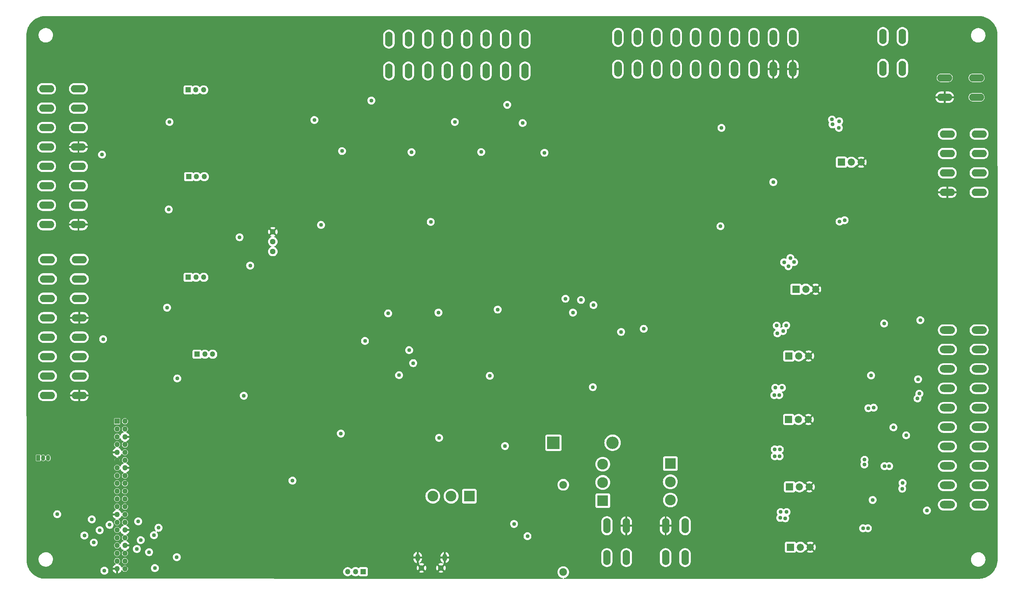
<source format=gbr>
%TF.GenerationSoftware,KiCad,Pcbnew,7.0.10*%
%TF.CreationDate,2024-12-15T12:01:29-06:00*%
%TF.ProjectId,karca_v2,6b617263-615f-4763-922e-6b696361645f,rev?*%
%TF.SameCoordinates,Original*%
%TF.FileFunction,Copper,L2,Inr*%
%TF.FilePolarity,Positive*%
%FSLAX46Y46*%
G04 Gerber Fmt 4.6, Leading zero omitted, Abs format (unit mm)*
G04 Created by KiCad (PCBNEW 7.0.10) date 2024-12-15 12:01:29*
%MOMM*%
%LPD*%
G01*
G04 APERTURE LIST*
%TA.AperFunction,ComponentPad*%
%ADD10R,1.350000X1.350000*%
%TD*%
%TA.AperFunction,ComponentPad*%
%ADD11O,1.350000X1.350000*%
%TD*%
%TA.AperFunction,ComponentPad*%
%ADD12R,2.775000X2.775000*%
%TD*%
%TA.AperFunction,ComponentPad*%
%ADD13C,2.775000*%
%TD*%
%TA.AperFunction,ComponentPad*%
%ADD14R,3.200000X3.200000*%
%TD*%
%TA.AperFunction,ComponentPad*%
%ADD15O,3.200000X3.200000*%
%TD*%
%TA.AperFunction,ComponentPad*%
%ADD16O,1.930400X3.860800*%
%TD*%
%TA.AperFunction,ComponentPad*%
%ADD17O,1.950000X3.900000*%
%TD*%
%TA.AperFunction,ComponentPad*%
%ADD18C,1.440000*%
%TD*%
%TA.AperFunction,ComponentPad*%
%ADD19O,3.860800X1.930400*%
%TD*%
%TA.AperFunction,ComponentPad*%
%ADD20R,1.845000X1.845000*%
%TD*%
%TA.AperFunction,ComponentPad*%
%ADD21C,1.845000*%
%TD*%
%TA.AperFunction,ComponentPad*%
%ADD22C,1.980000*%
%TD*%
%TA.AperFunction,ComponentPad*%
%ADD23R,1.050000X1.500000*%
%TD*%
%TA.AperFunction,ComponentPad*%
%ADD24O,1.050000X1.500000*%
%TD*%
%TA.AperFunction,ComponentPad*%
%ADD25O,3.900000X1.950000*%
%TD*%
%TA.AperFunction,ComponentPad*%
%ADD26O,1.200000X1.900000*%
%TD*%
%TA.AperFunction,ComponentPad*%
%ADD27C,1.450000*%
%TD*%
%TA.AperFunction,ViaPad*%
%ADD28C,1.016000*%
%TD*%
G04 APERTURE END LIST*
D10*
%TO.N,unconnected-(J7-Pin_1-Pad1)*%
%TO.C,J7*%
X54254400Y-145792400D03*
D11*
%TO.N,+5V*%
X56254400Y-145792400D03*
%TO.N,Net-(J7-Pin_3)*%
X54254400Y-147792400D03*
%TO.N,+5V*%
X56254400Y-147792400D03*
%TO.N,unconnected-(J7-Pin_5-Pad5)*%
X54254400Y-149792400D03*
%TO.N,GND*%
X56254400Y-149792400D03*
%TO.N,unconnected-(J7-Pin_7-Pad7)*%
X54254400Y-151792400D03*
%TO.N,unconnected-(J7-Pin_8-Pad8)*%
X56254400Y-151792400D03*
%TO.N,GND*%
X54254400Y-153792400D03*
%TO.N,unconnected-(J7-Pin_10-Pad10)*%
X56254400Y-153792400D03*
%TO.N,/Drivers/IGN_CTL*%
X54254400Y-155792400D03*
%TO.N,unconnected-(J7-Pin_12-Pad12)*%
X56254400Y-155792400D03*
%TO.N,/Drivers/DRV5_CTL*%
X54254400Y-157792400D03*
%TO.N,GND*%
X56254400Y-157792400D03*
%TO.N,/Drivers/DRV4_CTL*%
X54254400Y-159792400D03*
%TO.N,unconnected-(J7-Pin_16-Pad16)*%
X56254400Y-159792400D03*
%TO.N,unconnected-(J7-Pin_17-Pad17)*%
X54254400Y-161792400D03*
%TO.N,unconnected-(J7-Pin_18-Pad18)*%
X56254400Y-161792400D03*
%TO.N,/SPI.MOSI*%
X54254400Y-163792400D03*
%TO.N,unconnected-(J7-Pin_20-Pad20)*%
X56254400Y-163792400D03*
%TO.N,/SPI.MISO*%
X54254400Y-165792400D03*
%TO.N,/Load Cells/LC_CS*%
X56254400Y-165792400D03*
%TO.N,/SPI.CLK*%
X54254400Y-167792400D03*
%TO.N,/Raspberry Pi/ADC2_CS*%
X56254400Y-167792400D03*
%TO.N,GND*%
X54254400Y-169792400D03*
%TO.N,/Pressure Transducers/CS*%
X56254400Y-169792400D03*
%TO.N,unconnected-(J7-Pin_27-Pad27)*%
X54254400Y-171792400D03*
%TO.N,unconnected-(J7-Pin_28-Pad28)*%
X56254400Y-171792400D03*
%TO.N,unconnected-(J7-Pin_29-Pad29)*%
X54254400Y-173792400D03*
%TO.N,GND*%
X56254400Y-173792400D03*
%TO.N,/Drivers/DRV3_CTL*%
X54254400Y-175792400D03*
%TO.N,unconnected-(J7-Pin_32-Pad32)*%
X56254400Y-175792400D03*
%TO.N,/Drivers/DRV2_CTL*%
X54254400Y-177792400D03*
%TO.N,GND*%
X56254400Y-177792400D03*
%TO.N,/Drivers/DRV1_CTL*%
X54254400Y-179792400D03*
%TO.N,unconnected-(J7-Pin_36-Pad36)*%
X56254400Y-179792400D03*
%TO.N,/Raspberry Pi/RTC_CS*%
X54254400Y-181792400D03*
%TO.N,/Raspberry Pi/RTC_IRQ*%
X56254400Y-181792400D03*
%TO.N,GND*%
X54254400Y-183792400D03*
%TO.N,/Drivers/IGN_CONT*%
X56254400Y-183792400D03*
%TD*%
D12*
%TO.N,+12V*%
%TO.C,SW3*%
X144907000Y-165100000D03*
D13*
%TO.N,Net-(MD1-VIN)*%
X140207000Y-165100000D03*
%TO.N,N/C*%
X135507000Y-165100000D03*
%TD*%
D10*
%TO.N,/Regulators/Jumper*%
%TO.C,JP5*%
X117602000Y-184531000D03*
D11*
%TO.N,Net-(JP5-C)*%
X115602000Y-184531000D03*
%TO.N,+5V*%
X113602000Y-184531000D03*
%TD*%
D14*
%TO.N,/Regulators/battery_monitoring/Battery+*%
%TO.C,D1*%
X166544800Y-151332200D03*
D15*
%TO.N,Net-(D1-A)*%
X181784800Y-151332200D03*
%TD*%
D12*
%TO.N,Net-(SW2-A)*%
%TO.C,SW2*%
X179244800Y-166249400D03*
D13*
%TO.N,Net-(D1-A)*%
X179244800Y-161549400D03*
%TO.N,N/C*%
X179244800Y-156849400D03*
%TD*%
D16*
%TO.N,/thermocouples/thermocouple_amp/IN_1*%
%TO.C,J8*%
X124220000Y-55571000D03*
%TO.N,/thermocouples/thermocouple_amp/IN_2*%
X129220000Y-55571000D03*
%TO.N,/thermocouples/thermocouple_amp1/IN_1*%
X134220000Y-55571000D03*
%TO.N,/thermocouples/thermocouple_amp1/IN_2*%
X139220000Y-55571000D03*
%TO.N,/thermocouples/thermocouple_amp2/IN_1*%
X144220000Y-55571000D03*
%TO.N,/thermocouples/thermocouple_amp2/IN_2*%
X149220000Y-55571000D03*
%TO.N,/thermocouples/thermocouple_amp3/IN_1*%
X154220000Y-55571000D03*
%TO.N,/thermocouples/thermocouple_amp3/IN_2*%
X159220000Y-55571000D03*
%TO.N,N/C*%
X124220000Y-47371000D03*
X129220000Y-47371000D03*
X134220000Y-47371000D03*
X139220000Y-47371000D03*
X144220000Y-47371000D03*
X149220000Y-47371000D03*
X154220000Y-47371000D03*
X159220000Y-47371000D03*
%TD*%
D10*
%TO.N,Net-(JP1-A)*%
%TO.C,JP1*%
X72517000Y-60452000D03*
D11*
%TO.N,Net-(JP1-C)*%
X74517000Y-60452000D03*
%TO.N,Net-(JP1-B)*%
X76517000Y-60452000D03*
%TD*%
D17*
%TO.N,/Pressure Transducers/12V_Reg*%
%TO.C,J6*%
X183163200Y-55113800D03*
%TO.N,/Pressure Transducers/pt_circuitry/IN*%
X188163200Y-55113800D03*
%TO.N,/Pressure Transducers/12V_Reg*%
X193163200Y-55113800D03*
%TO.N,/Pressure Transducers/pt_circuitry1/IN*%
X198163200Y-55113800D03*
%TO.N,/Pressure Transducers/12V_Reg*%
X203163200Y-55113800D03*
%TO.N,/Pressure Transducers/pt_circuitry2/IN*%
X208163200Y-55113800D03*
%TO.N,/Pressure Transducers/12V_Reg*%
X213163200Y-55113800D03*
%TO.N,/Pressure Transducers/pt_circuitry3/IN*%
X218163200Y-55113800D03*
%TO.N,GND*%
X223163200Y-55113800D03*
X228163200Y-55113800D03*
%TO.N,N/C*%
X183163200Y-46913800D03*
X188163200Y-46913800D03*
X193163200Y-46913800D03*
X198163200Y-46913800D03*
X203163200Y-46913800D03*
X208163200Y-46913800D03*
X213163200Y-46913800D03*
X218163200Y-46913800D03*
X223163200Y-46913800D03*
X228163200Y-46913800D03*
%TD*%
D18*
%TO.N,GND*%
%TO.C,RV1*%
X94314400Y-96988600D03*
%TO.N,/Load Cells/IN_AMP_VREF*%
X94314400Y-99528600D03*
%TO.N,+5V*%
X94314400Y-102068600D03*
%TD*%
D19*
%TO.N,+12V*%
%TO.C,J11*%
X276124800Y-71822607D03*
%TO.N,/Drivers/IGN_POS_OUT*%
X267924800Y-76822607D03*
%TO.N,/Drivers/IGN_NEG*%
X267924800Y-81822607D03*
%TO.N,GND*%
X267924800Y-86822607D03*
%TO.N,N/C*%
X267924800Y-71822607D03*
X276124800Y-76822607D03*
X276124800Y-81822607D03*
X276124800Y-86822607D03*
%TD*%
D20*
%TO.N,Net-(Q3-G)*%
%TO.C,Q3*%
X240665000Y-79070200D03*
D21*
%TO.N,/Drivers/IGN_NEG*%
X243205000Y-79070200D03*
%TO.N,GND*%
X245745000Y-79070200D03*
%TD*%
D16*
%TO.N,Net-(J1-Pin_1)*%
%TO.C,J1*%
X200427200Y-172703400D03*
%TO.N,GND*%
X195427200Y-172703400D03*
%TO.N,N/C*%
X200427200Y-180903400D03*
X195427200Y-180903400D03*
%TD*%
%TO.N,/Drivers/IGN_POS*%
%TO.C,J10*%
X251371384Y-54883800D03*
%TO.N,/Drivers/IGN_POS_OUT*%
X256371384Y-54883800D03*
%TO.N,N/C*%
X251371384Y-46683800D03*
X256371384Y-46683800D03*
%TD*%
D20*
%TO.N,Net-(Q4-G)*%
%TO.C,Q4*%
X228959600Y-111786200D03*
D21*
%TO.N,/Drivers/MOS1*%
X231499600Y-111786200D03*
%TO.N,GND*%
X234039600Y-111786200D03*
%TD*%
D10*
%TO.N,Net-(JP4-A)*%
%TO.C,JP4*%
X74835000Y-128524000D03*
D11*
%TO.N,Net-(JP4-C)*%
X76835000Y-128524000D03*
%TO.N,Net-(JP4-B)*%
X78835000Y-128524000D03*
%TD*%
D20*
%TO.N,Net-(Q7-G)*%
%TO.C,Q7*%
X227334300Y-162687000D03*
D21*
%TO.N,/Drivers/MOS4*%
X229874300Y-162687000D03*
%TO.N,GND*%
X232414300Y-162687000D03*
%TD*%
D12*
%TO.N,+12V*%
%TO.C,SW1*%
X196645000Y-156687400D03*
D13*
%TO.N,Net-(J1-Pin_1)*%
X196645000Y-161387400D03*
%TO.N,N/C*%
X196645000Y-166087400D03*
%TD*%
D16*
%TO.N,GND*%
%TO.C,J2*%
X185318000Y-172703400D03*
%TO.N,Net-(J2-Pin_2)*%
X180318000Y-172703400D03*
%TO.N,N/C*%
X185318000Y-180903400D03*
X180318000Y-180903400D03*
%TD*%
D10*
%TO.N,Net-(JP3-A)*%
%TO.C,JP3*%
X72549000Y-108712000D03*
D11*
%TO.N,Net-(JP3-C)*%
X74549000Y-108712000D03*
%TO.N,Net-(JP3-B)*%
X76549000Y-108712000D03*
%TD*%
D20*
%TO.N,Net-(Q5-G)*%
%TO.C,Q5*%
X227156500Y-128981200D03*
D21*
%TO.N,/Drivers/MOS2*%
X229696500Y-128981200D03*
%TO.N,GND*%
X232236500Y-128981200D03*
%TD*%
D22*
%TO.N,Net-(J2-Pin_2)*%
%TO.C,F1*%
X169084800Y-184654800D03*
%TO.N,Net-(SW2-A)*%
X169084800Y-162154800D03*
%TD*%
D23*
%TO.N,Net-(Q2-E)*%
%TO.C,Q2*%
X33959800Y-155223800D03*
D24*
%TO.N,Net-(Q2-B)*%
X35229800Y-155223800D03*
%TO.N,+5V*%
X36499800Y-155223800D03*
%TD*%
D10*
%TO.N,Net-(JP2-A)*%
%TO.C,JP2*%
X72676000Y-82804000D03*
D11*
%TO.N,Net-(JP2-C)*%
X74676000Y-82804000D03*
%TO.N,Net-(JP2-B)*%
X76676000Y-82804000D03*
%TD*%
D25*
%TO.N,/Drivers/driver_nmos/DRV_POS*%
%TO.C,J9*%
X267948800Y-122298400D03*
%TO.N,/Drivers/DRV1_NEG*%
X267948800Y-127298400D03*
%TO.N,/Drivers/driver_nmos1/DRV_POS*%
X267948800Y-132298400D03*
%TO.N,/Drivers/DRV2_NEG*%
X267948800Y-137298400D03*
%TO.N,/Drivers/driver_nmos2/DRV_POS*%
X267948800Y-142298400D03*
%TO.N,/Drivers/DRV3_NEG*%
X267948800Y-147298400D03*
%TO.N,/Drivers/driver_nmos3/DRV_POS*%
X267948800Y-152298400D03*
%TO.N,/Drivers/DRV4_NEG*%
X267948800Y-157298400D03*
%TO.N,/Drivers/driver_nmos4/DRV_POS*%
X267948800Y-162298400D03*
%TO.N,/Drivers/DRV5_NEG*%
X267948800Y-167298400D03*
%TO.N,N/C*%
X276148800Y-122298400D03*
X276148800Y-127298400D03*
X276148800Y-132298400D03*
X276148800Y-137298400D03*
X276148800Y-142298400D03*
X276148800Y-147298400D03*
X276148800Y-152298400D03*
X276148800Y-157298400D03*
X276148800Y-162298400D03*
X276148800Y-167298400D03*
%TD*%
D20*
%TO.N,Net-(Q8-G)*%
%TO.C,Q8*%
X227562900Y-178231800D03*
D21*
%TO.N,/Drivers/MOS5*%
X230102900Y-178231800D03*
%TO.N,GND*%
X232642900Y-178231800D03*
%TD*%
D19*
%TO.N,/Drivers/IGN_POS_OUT*%
%TO.C,J12*%
X267263000Y-57340784D03*
%TO.N,GND*%
X267263000Y-62340784D03*
%TO.N,N/C*%
X275463000Y-57340784D03*
X275463000Y-62340784D03*
%TD*%
%TO.N,+5V*%
%TO.C,J5*%
X44520600Y-104142194D03*
%TO.N,/Load Cells/LC_Amplification2/IN1*%
X44520600Y-109142194D03*
%TO.N,/Load Cells/LC_Amplification2/IN2*%
X44520600Y-114142194D03*
%TO.N,GND*%
X44520600Y-119142194D03*
%TO.N,+5V*%
X44520600Y-124142194D03*
%TO.N,/Load Cells/LC_Amplification3/IN1*%
X44520600Y-129142194D03*
%TO.N,/Load Cells/LC_Amplification3/IN2*%
X44520600Y-134142194D03*
%TO.N,GND*%
X44520600Y-139142194D03*
%TO.N,N/C*%
X36320600Y-139142194D03*
X36320600Y-134142194D03*
X36320600Y-129142194D03*
X36320600Y-124142194D03*
X36320600Y-119142194D03*
X36320600Y-114142194D03*
X36320600Y-109142194D03*
X36320600Y-104142194D03*
%TD*%
D26*
%TO.N,GND*%
%TO.C,J3*%
X138598000Y-180870500D03*
D27*
X137598000Y-183570500D03*
X132598000Y-183570500D03*
D26*
X131598000Y-180870500D03*
%TD*%
D20*
%TO.N,Net-(Q6-G)*%
%TO.C,Q6*%
X227087600Y-145336000D03*
D21*
%TO.N,/Drivers/MOS3*%
X229627600Y-145336000D03*
%TO.N,GND*%
X232167600Y-145336000D03*
%TD*%
D19*
%TO.N,+5V*%
%TO.C,J4*%
X44293400Y-60144600D03*
%TO.N,/Load Cells/LC_Amplification/IN1*%
X44293400Y-65144600D03*
%TO.N,/Load Cells/LC_Amplification/IN2*%
X44293400Y-70144600D03*
%TO.N,GND*%
X44293400Y-75144600D03*
%TO.N,+5V*%
X44293400Y-80144600D03*
%TO.N,/Load Cells/LC_Amplification1/IN1*%
X44293400Y-85144600D03*
%TO.N,/Load Cells/LC_Amplification1/IN2*%
X44293400Y-90144600D03*
%TO.N,GND*%
X44293400Y-95144600D03*
%TO.N,N/C*%
X36093400Y-60144600D03*
X36093400Y-65144600D03*
X36093400Y-70144600D03*
X36093400Y-75144600D03*
X36093400Y-80144600D03*
X36093400Y-85144600D03*
X36093400Y-90144600D03*
X36093400Y-95144600D03*
%TD*%
D28*
%TO.N,+12V*%
X241503200Y-94005400D03*
X226491800Y-121081800D03*
X238252000Y-68072000D03*
X225907600Y-104851200D03*
X227025200Y-105867200D03*
X224028000Y-121158000D03*
X224764612Y-154813000D03*
X238379000Y-69342000D03*
X225653600Y-122555000D03*
X224205800Y-123164600D03*
X227533246Y-103733646D03*
X224917000Y-170688000D03*
X226237800Y-170789600D03*
X240106200Y-68529200D03*
X228498400Y-104800400D03*
X226568000Y-169164000D03*
X240030000Y-70231000D03*
X224815388Y-153034988D03*
X223393000Y-139065000D03*
X223520000Y-154813000D03*
X225374209Y-137160009D03*
X225044000Y-169164000D03*
X240207800Y-94361000D03*
X223520000Y-153035000D03*
X224663000Y-139065000D03*
X223647000Y-137160000D03*
%TO.N,GND*%
X190398400Y-167614600D03*
X101727000Y-69977000D03*
X68656200Y-154965400D03*
X214960200Y-86029800D03*
X134569200Y-63423800D03*
X150520400Y-64135000D03*
X91313000Y-111480600D03*
X40640000Y-170180000D03*
X220903800Y-152527000D03*
X121081800Y-71374000D03*
X205917800Y-136931400D03*
X172821600Y-142062200D03*
X164719000Y-81534000D03*
X254101600Y-73863200D03*
X274447000Y-114401600D03*
X139573000Y-113157000D03*
X119456200Y-48361600D03*
X81330800Y-86487000D03*
X194589400Y-90195400D03*
X104114600Y-63423800D03*
X68503800Y-139573000D03*
X261670800Y-63550800D03*
X246481600Y-90043000D03*
X42037000Y-161544000D03*
X101473000Y-112395000D03*
X180162200Y-113715800D03*
X88950800Y-63449200D03*
X223443800Y-81178400D03*
X96570800Y-48361600D03*
X213385400Y-175336200D03*
X81330800Y-70358000D03*
X132029200Y-154990800D03*
X279374600Y-101600000D03*
X269265400Y-175209200D03*
X91516200Y-175285400D03*
X60985400Y-162458400D03*
X125831600Y-63754000D03*
X167665400Y-167614600D03*
X157403800Y-123520200D03*
X188671200Y-113690400D03*
X91465400Y-167665400D03*
X180289200Y-101752400D03*
X83794600Y-129514600D03*
X190881000Y-175234600D03*
X180238400Y-55880000D03*
X104216200Y-48260000D03*
X172745400Y-63601600D03*
X213385400Y-132156200D03*
X58420000Y-101701600D03*
X190754000Y-182854600D03*
X40589200Y-147294600D03*
X266649200Y-114223800D03*
X101574600Y-162585400D03*
X213410800Y-152400000D03*
X48310800Y-162483800D03*
X246430800Y-152298400D03*
X48234600Y-139700000D03*
X114096800Y-162483800D03*
X160045400Y-139750800D03*
X43256200Y-55956200D03*
X269214600Y-182956200D03*
X215900000Y-63601600D03*
X180467000Y-63423800D03*
X246303800Y-132156200D03*
X193421000Y-81432400D03*
X96443800Y-78740000D03*
X40690800Y-154940000D03*
X91440000Y-182854600D03*
X147269200Y-162687000D03*
X50571400Y-101574600D03*
X279476200Y-93980000D03*
X175260000Y-175437800D03*
X152400000Y-139471400D03*
X132562600Y-117602000D03*
X205765400Y-175209200D03*
X96545400Y-63550800D03*
X231165400Y-167665400D03*
X77343000Y-110998000D03*
X58521600Y-55778400D03*
X239091739Y-90055975D03*
X76250800Y-147370800D03*
X172999400Y-81280000D03*
X205638400Y-167690800D03*
X124409200Y-164998400D03*
X221005400Y-116789200D03*
X109093000Y-181483000D03*
X213309200Y-124358400D03*
X50825400Y-55905400D03*
X231267000Y-173736000D03*
X160045400Y-131064000D03*
X231216200Y-81305400D03*
X213461600Y-167614600D03*
X173126400Y-88849200D03*
X119329200Y-55880000D03*
X117602000Y-87884000D03*
X213309200Y-182981600D03*
X186696382Y-100336382D03*
X58547000Y-71170800D03*
X50850800Y-109372400D03*
X83794600Y-175336200D03*
X139649200Y-175285400D03*
X162433000Y-182905400D03*
X272059400Y-152552400D03*
X139090400Y-135966200D03*
X67335400Y-64287400D03*
X213309200Y-137236200D03*
X188188600Y-88823800D03*
X88138000Y-90805000D03*
X137261600Y-78790800D03*
X205841600Y-110337600D03*
X254431800Y-103682800D03*
X109093000Y-112395000D03*
X60883800Y-147294600D03*
X246100600Y-74041000D03*
X96520000Y-139547600D03*
X51943000Y-119481600D03*
X205714600Y-132130800D03*
X223596200Y-73660000D03*
X220980000Y-183108600D03*
X167665400Y-175209200D03*
X254025400Y-174929800D03*
X44860976Y-178608224D03*
X223545400Y-88874600D03*
X132029200Y-162661600D03*
X106654600Y-175209200D03*
X271830800Y-93903800D03*
X232562400Y-152374600D03*
X58420000Y-63627000D03*
X99009200Y-182930800D03*
X58648600Y-86461600D03*
X223621600Y-63576200D03*
X154965400Y-170230800D03*
X73660000Y-48260000D03*
X180213000Y-142011400D03*
X103987600Y-78689200D03*
X249275600Y-103251000D03*
X241401600Y-167589200D03*
X111810800Y-55880000D03*
X149428200Y-72618600D03*
X165074600Y-101727000D03*
X241249200Y-116713000D03*
X40614600Y-139801600D03*
X205155800Y-94843600D03*
X118770400Y-135966200D03*
X106680000Y-182905400D03*
X99009200Y-175260000D03*
X180416200Y-73507600D03*
X277012400Y-175387000D03*
X246430800Y-48082200D03*
X99060000Y-167690800D03*
X157505400Y-86385400D03*
X157581600Y-101600000D03*
X112649000Y-70358000D03*
X205841600Y-159994600D03*
X231089200Y-182854600D03*
X117094000Y-113665000D03*
X246380000Y-144754600D03*
X156464000Y-69850000D03*
X213410800Y-144602200D03*
X231267000Y-88722200D03*
X252363311Y-144145069D03*
X187934600Y-73558400D03*
X62306200Y-182118000D03*
X48260000Y-147370800D03*
X215925400Y-73634600D03*
X271475200Y-144754600D03*
X152527000Y-130962400D03*
X164973000Y-55880000D03*
X164820600Y-65354200D03*
X137134600Y-130632200D03*
X155016200Y-162610800D03*
X150977600Y-112522000D03*
X96520000Y-71247000D03*
X83896200Y-147345400D03*
X139674600Y-154990800D03*
X193014600Y-63627000D03*
X68478400Y-162483800D03*
X208356200Y-63525400D03*
X73787000Y-101498400D03*
X172618400Y-48260000D03*
X90982800Y-101549200D03*
X261645400Y-73710800D03*
X128371600Y-89585800D03*
X65786000Y-78740000D03*
X83820000Y-182905400D03*
X230987600Y-63652400D03*
X264312400Y-101574600D03*
X61036200Y-154965400D03*
X81280000Y-63474600D03*
X58343800Y-137160000D03*
X89052400Y-55880000D03*
X157556200Y-111760000D03*
X60325000Y-173228000D03*
X154940000Y-182880000D03*
X238836200Y-182905400D03*
X205689200Y-182880000D03*
X73558400Y-55803800D03*
X81508600Y-48361600D03*
X157099000Y-81407000D03*
X106578400Y-167690800D03*
X147345400Y-154965400D03*
X76200000Y-183032400D03*
X68529200Y-147269200D03*
X200232776Y-124058176D03*
X119761000Y-120446800D03*
X149352000Y-85420200D03*
X205663800Y-152425400D03*
X88900000Y-78740000D03*
X120904000Y-80391000D03*
X261696200Y-175209200D03*
X83794600Y-138252200D03*
X161315400Y-64744600D03*
X231419400Y-73634600D03*
X240106200Y-144780000D03*
X124536200Y-154940000D03*
X111810800Y-48437800D03*
X50825400Y-48336200D03*
X180340000Y-132080000D03*
X261620000Y-182880000D03*
X148539200Y-79095600D03*
X104114600Y-86385400D03*
X198120000Y-86106000D03*
X180416200Y-48183800D03*
X109194600Y-121894600D03*
X176530000Y-73558400D03*
X114300000Y-154990800D03*
X193040000Y-144653000D03*
X190525400Y-152425400D03*
X271856200Y-101676200D03*
X166116000Y-72872600D03*
X58521600Y-109270800D03*
X139776200Y-86512400D03*
X200660000Y-63474600D03*
X165150800Y-142062200D03*
X246380000Y-63500000D03*
X85877400Y-110185200D03*
X66014600Y-48310800D03*
X96520000Y-55880000D03*
X114274600Y-121920000D03*
X163423600Y-135534400D03*
X48412400Y-129489200D03*
X88239600Y-86410800D03*
X162219000Y-149483600D03*
X40589200Y-119380000D03*
X164338000Y-116560600D03*
X175234600Y-160299400D03*
X101498400Y-121970800D03*
X81280000Y-55880000D03*
X221005400Y-137134600D03*
X215646000Y-83439000D03*
X165100000Y-48183800D03*
X254076200Y-182803800D03*
X40589200Y-182905400D03*
X180517800Y-89027000D03*
X199313800Y-132003800D03*
X58521600Y-78562200D03*
X253974600Y-90195400D03*
X190601600Y-160147000D03*
X238506000Y-150114000D03*
X205740000Y-144729200D03*
X172821600Y-101879400D03*
X83743800Y-121843800D03*
X180238400Y-81280000D03*
X167690800Y-155067000D03*
X106654600Y-162585400D03*
X76174600Y-154990800D03*
X156260800Y-154914600D03*
X91338400Y-129514600D03*
X187985400Y-81178400D03*
X165023800Y-86410800D03*
X69697600Y-129159000D03*
X172770800Y-55880000D03*
X81254600Y-79248000D03*
X112776000Y-79121000D03*
X109296200Y-129413000D03*
X42976800Y-48234600D03*
X48260000Y-173990000D03*
X89052400Y-48437800D03*
X193141600Y-124434600D03*
X58521600Y-48336200D03*
X50850800Y-63449200D03*
X112547400Y-64084200D03*
X104190800Y-55905400D03*
X238658400Y-81203800D03*
X66548000Y-109905800D03*
X101447600Y-129717800D03*
X132181600Y-175285400D03*
X124409200Y-175234600D03*
X48082200Y-154940000D03*
X58394600Y-129489200D03*
X147294600Y-175234600D03*
X241528600Y-53721000D03*
X221390976Y-102899976D03*
X238582200Y-73634600D03*
X253949200Y-63601600D03*
X76250800Y-138430000D03*
X147269200Y-182956200D03*
X121894600Y-86258400D03*
X175234600Y-154889200D03*
X40640000Y-177723800D03*
X66167000Y-55905400D03*
X264033000Y-144830800D03*
X144678400Y-139623800D03*
X215773000Y-89763600D03*
X142214600Y-63500000D03*
X172720000Y-182803800D03*
X246354600Y-182930800D03*
X187960000Y-132130800D03*
X114376200Y-129438400D03*
X132181600Y-71170800D03*
X66040000Y-101396800D03*
X91567000Y-121945400D03*
%TO.N,+5V*%
X69723000Y-134772400D03*
X150164800Y-134093700D03*
X67741800Y-68732400D03*
X50368200Y-77114400D03*
X147955000Y-76454000D03*
X119684800Y-63195200D03*
X171577000Y-117805200D03*
X85775800Y-98399600D03*
X158623000Y-68986400D03*
X209804000Y-70231000D03*
X136958682Y-117803318D03*
X134975600Y-94441400D03*
X176707800Y-137007600D03*
X48260000Y-177038000D03*
X251663200Y-120624600D03*
X105029000Y-68199000D03*
X169646600Y-114223800D03*
X156413200Y-172237400D03*
X60325000Y-176403000D03*
X112141000Y-76200000D03*
X38836600Y-169748200D03*
X126822200Y-133934200D03*
X67538600Y-91236800D03*
X154101800Y-152171400D03*
X106730800Y-95224600D03*
X154660600Y-64287400D03*
X50647600Y-124637800D03*
X130022600Y-76479400D03*
X209550000Y-95580200D03*
X67106800Y-116535200D03*
X124008400Y-118009579D03*
X257327400Y-149428200D03*
X164236400Y-76631800D03*
X152196800Y-117017800D03*
X141173200Y-68707000D03*
%TO.N,/Drivers/IGN_CTL*%
X223139000Y-84201000D03*
%TO.N,/Drivers/DRV5_CTL*%
X111842370Y-148951770D03*
%TO.N,/Drivers/DRV4_CTL*%
X99390200Y-161086800D03*
%TO.N,/SPI.MOSI*%
X45821600Y-175209200D03*
X64897000Y-173228000D03*
X62484000Y-179501800D03*
%TO.N,/SPI.MISO*%
X52324000Y-172466000D03*
%TO.N,/Load Cells/LC_CS*%
X63754000Y-175133000D03*
%TO.N,/Raspberry Pi/ADC2_CS*%
X59672853Y-171594406D03*
%TO.N,/Pressure Transducers/CS*%
X59334400Y-178689000D03*
%TO.N,/Drivers/DRV3_CTL*%
X50977800Y-184277000D03*
%TO.N,/Drivers/DRV1_CTL*%
X69608700Y-180784500D03*
%TO.N,/Raspberry Pi/RTC_IRQ*%
X47752000Y-171069000D03*
X49784000Y-173863000D03*
%TO.N,/Drivers/IGN_CONT*%
X63957200Y-183616600D03*
%TO.N,/Drivers/DRV2_NEG*%
X260273800Y-139928600D03*
X260731000Y-138684000D03*
%TO.N,/Drivers/DRV3_NEG*%
X254076200Y-147370688D03*
%TO.N,/Drivers/DRV4_NEG*%
X252984000Y-157353000D03*
X251764800Y-157353000D03*
%TO.N,/Drivers/DRV5_NEG*%
X256311400Y-163169600D03*
X256413000Y-161671000D03*
%TO.N,/Drivers/driver_nmos2/DRV_POS*%
X247599200Y-142417800D03*
X248978404Y-142298400D03*
%TO.N,/Drivers/driver_nmos3/DRV_POS*%
X246634000Y-155702000D03*
X246583200Y-156921200D03*
%TO.N,/Drivers/driver_nmos4/DRV_POS*%
X246253000Y-173355000D03*
X247497600Y-173355000D03*
%TO.N,/Drivers/DRV5_ADC*%
X262686800Y-168783000D03*
X118040900Y-125095000D03*
%TO.N,/DRV1_ADC*%
X173659800Y-114554000D03*
X260985000Y-119761000D03*
%TO.N,/DRV2_ADC*%
X260400800Y-134975600D03*
X176867300Y-115874800D03*
%TO.N,/DRV3_ADC*%
X183972200Y-122783600D03*
X248310400Y-133985000D03*
%TO.N,/DRV4_ADC*%
X248716800Y-166065200D03*
X189788800Y-121996200D03*
%TO.N,Net-(U21-REF)*%
X88493600Y-105689400D03*
X86868000Y-139217400D03*
%TO.N,Net-(U34-CH1)*%
X130458976Y-130817100D03*
X137109200Y-150063200D03*
%TO.N,/Regulators/battery_monitoring/BAT_CUR*%
X129413000Y-127482600D03*
X159867600Y-175387000D03*
%TD*%
%TA.AperFunction,Conductor*%
%TO.N,GND*%
G36*
X276507962Y-41428791D02*
G01*
X276522809Y-41430642D01*
X276523651Y-41430750D01*
X276559566Y-41435478D01*
X276721370Y-41456780D01*
X276730554Y-41458345D01*
X276940076Y-41502277D01*
X276941056Y-41502488D01*
X277136786Y-41545880D01*
X277145301Y-41548089D01*
X277350065Y-41609050D01*
X277351725Y-41609559D01*
X277543096Y-41669898D01*
X277550853Y-41672631D01*
X277749763Y-41750246D01*
X277751913Y-41751111D01*
X277937424Y-41827952D01*
X277944372Y-41831086D01*
X278112303Y-41913182D01*
X278135987Y-41924761D01*
X278138783Y-41926172D01*
X278316820Y-42018852D01*
X278323036Y-42022318D01*
X278506193Y-42131455D01*
X278509329Y-42133387D01*
X278572891Y-42173881D01*
X278678682Y-42241278D01*
X278684110Y-42244941D01*
X278857584Y-42368799D01*
X278861016Y-42371340D01*
X279020312Y-42493572D01*
X279024967Y-42497326D01*
X279187626Y-42635091D01*
X279191238Y-42638272D01*
X279339325Y-42773969D01*
X279343207Y-42777686D01*
X279493912Y-42928391D01*
X279497632Y-42932276D01*
X279633321Y-43080355D01*
X279636507Y-43083972D01*
X279774272Y-43246631D01*
X279778026Y-43251286D01*
X279900258Y-43410582D01*
X279902799Y-43414014D01*
X280026657Y-43587488D01*
X280030320Y-43592916D01*
X280138200Y-43762252D01*
X280140143Y-43765405D01*
X280249280Y-43948562D01*
X280252746Y-43954778D01*
X280345426Y-44132815D01*
X280346837Y-44135611D01*
X280440499Y-44327197D01*
X280443660Y-44334205D01*
X280520451Y-44519595D01*
X280521391Y-44521934D01*
X280555138Y-44608417D01*
X280598959Y-44720723D01*
X280601702Y-44728509D01*
X280662002Y-44919754D01*
X280662586Y-44921660D01*
X280723505Y-45126284D01*
X280725721Y-45134827D01*
X280769071Y-45330366D01*
X280769371Y-45331759D01*
X280813244Y-45541001D01*
X280814822Y-45550260D01*
X280825031Y-45627797D01*
X280826092Y-45643875D01*
X280885900Y-113944401D01*
X280885900Y-181382637D01*
X280885794Y-181387761D01*
X280876925Y-181602186D01*
X280876913Y-181602471D01*
X280868348Y-181798628D01*
X280867514Y-181808557D01*
X280840968Y-182021521D01*
X280840859Y-182022369D01*
X280814822Y-182220136D01*
X280813244Y-182229396D01*
X280769371Y-182438639D01*
X280769071Y-182440032D01*
X280725721Y-182635571D01*
X280723505Y-182644114D01*
X280662586Y-182848738D01*
X280662002Y-182850644D01*
X280601702Y-183041889D01*
X280598959Y-183049675D01*
X280521408Y-183248424D01*
X280520451Y-183250803D01*
X280443660Y-183436193D01*
X280440499Y-183443201D01*
X280346837Y-183634787D01*
X280345426Y-183637583D01*
X280252746Y-183815620D01*
X280249280Y-183821836D01*
X280140143Y-184004993D01*
X280138200Y-184008146D01*
X280030320Y-184177482D01*
X280026657Y-184182910D01*
X279902799Y-184356384D01*
X279900258Y-184359816D01*
X279778026Y-184519112D01*
X279774272Y-184523767D01*
X279636507Y-184686426D01*
X279633308Y-184690058D01*
X279497654Y-184838099D01*
X279493912Y-184842007D01*
X279343207Y-184992712D01*
X279339299Y-184996454D01*
X279191258Y-185132108D01*
X279187626Y-185135307D01*
X279024967Y-185273072D01*
X279020312Y-185276826D01*
X278861016Y-185399058D01*
X278857584Y-185401599D01*
X278684110Y-185525457D01*
X278678682Y-185529120D01*
X278509346Y-185637000D01*
X278506193Y-185638943D01*
X278323036Y-185748080D01*
X278316820Y-185751546D01*
X278138783Y-185844226D01*
X278135987Y-185845637D01*
X277944401Y-185939299D01*
X277937393Y-185942460D01*
X277752003Y-186019251D01*
X277749624Y-186020208D01*
X277550875Y-186097759D01*
X277543089Y-186100502D01*
X277351844Y-186160802D01*
X277349938Y-186161386D01*
X277145314Y-186222305D01*
X277136771Y-186224521D01*
X276941232Y-186267871D01*
X276939839Y-186268171D01*
X276730596Y-186312044D01*
X276721336Y-186313622D01*
X276523569Y-186339659D01*
X276522721Y-186339768D01*
X276309757Y-186366314D01*
X276299828Y-186367148D01*
X276103781Y-186375708D01*
X276103497Y-186375720D01*
X275888963Y-186384594D01*
X275883838Y-186384700D01*
X169318724Y-186384700D01*
X169251685Y-186365015D01*
X169205930Y-186312211D01*
X169195986Y-186243053D01*
X169225011Y-186179497D01*
X169283789Y-186141723D01*
X169298314Y-186138391D01*
X169453921Y-186112425D01*
X169688804Y-186031790D01*
X169907211Y-185913594D01*
X170103185Y-185761061D01*
X170271380Y-185578352D01*
X170407208Y-185370452D01*
X170506965Y-185143030D01*
X170567928Y-184902290D01*
X170578785Y-184771269D01*
X170588436Y-184654805D01*
X170588436Y-184654794D01*
X170567928Y-184407313D01*
X170567928Y-184407310D01*
X170506965Y-184166570D01*
X170407208Y-183939148D01*
X170271380Y-183731248D01*
X170103185Y-183548539D01*
X170103180Y-183548535D01*
X170103178Y-183548533D01*
X169907215Y-183396009D01*
X169907210Y-183396005D01*
X169688805Y-183277810D01*
X169688800Y-183277808D01*
X169453924Y-183197175D01*
X169270207Y-183166518D01*
X169208969Y-183156300D01*
X168960631Y-183156300D01*
X168911640Y-183164475D01*
X168715675Y-183197175D01*
X168480799Y-183277808D01*
X168480794Y-183277810D01*
X168262389Y-183396005D01*
X168262384Y-183396009D01*
X168066421Y-183548533D01*
X168066418Y-183548536D01*
X168066415Y-183548538D01*
X168066415Y-183548539D01*
X167957917Y-183666400D01*
X167898220Y-183731248D01*
X167762390Y-183939151D01*
X167662635Y-184166569D01*
X167601671Y-184407313D01*
X167581164Y-184654794D01*
X167581164Y-184654805D01*
X167601671Y-184902286D01*
X167662635Y-185143030D01*
X167745408Y-185331734D01*
X167762392Y-185370452D01*
X167898220Y-185578352D01*
X168066415Y-185761061D01*
X168262389Y-185913594D01*
X168480796Y-186031790D01*
X168480799Y-186031791D01*
X168715675Y-186112424D01*
X168715677Y-186112424D01*
X168715679Y-186112425D01*
X168871286Y-186138391D01*
X168934171Y-186168841D01*
X168970610Y-186228456D01*
X168969035Y-186298308D01*
X168929945Y-186356220D01*
X168865752Y-186383804D01*
X168850876Y-186384700D01*
X155135842Y-186384700D01*
X35052348Y-186311491D01*
X35026978Y-186308852D01*
X34832959Y-186268171D01*
X34831566Y-186267871D01*
X34636027Y-186224521D01*
X34627484Y-186222305D01*
X34422860Y-186161386D01*
X34420954Y-186160802D01*
X34229709Y-186100502D01*
X34221923Y-186097759D01*
X34093385Y-186047604D01*
X34023134Y-186020191D01*
X34020795Y-186019251D01*
X33835405Y-185942460D01*
X33828397Y-185939299D01*
X33636811Y-185845637D01*
X33634015Y-185844226D01*
X33455978Y-185751546D01*
X33449762Y-185748080D01*
X33266605Y-185638943D01*
X33263452Y-185637000D01*
X33094116Y-185529120D01*
X33088688Y-185525457D01*
X32915214Y-185401599D01*
X32911782Y-185399058D01*
X32752486Y-185276826D01*
X32747831Y-185273072D01*
X32585172Y-185135307D01*
X32581555Y-185132121D01*
X32433476Y-184996432D01*
X32429591Y-184992712D01*
X32278886Y-184842007D01*
X32275169Y-184838125D01*
X32139472Y-184690038D01*
X32136291Y-184686426D01*
X31998526Y-184523767D01*
X31994772Y-184519112D01*
X31872540Y-184359816D01*
X31869999Y-184356384D01*
X31813320Y-184277000D01*
X49956382Y-184277000D01*
X49976008Y-184476271D01*
X50034133Y-184667881D01*
X50128518Y-184844463D01*
X50128520Y-184844465D01*
X50128522Y-184844469D01*
X50175971Y-184902286D01*
X50255547Y-184999252D01*
X50321570Y-185053434D01*
X50410331Y-185126278D01*
X50410334Y-185126280D01*
X50410336Y-185126281D01*
X50556232Y-185204264D01*
X50586920Y-185220667D01*
X50778531Y-185278792D01*
X50977800Y-185298418D01*
X51177069Y-185278792D01*
X51368680Y-185220667D01*
X51545269Y-185126278D01*
X51700052Y-184999252D01*
X51827078Y-184844469D01*
X51921467Y-184667880D01*
X51979592Y-184476269D01*
X51999218Y-184277000D01*
X51979592Y-184077731D01*
X51921467Y-183886120D01*
X51887955Y-183823423D01*
X51827081Y-183709536D01*
X51827080Y-183709534D01*
X51827078Y-183709531D01*
X51745228Y-183609795D01*
X51700052Y-183554747D01*
X51685006Y-183542399D01*
X53103894Y-183542399D01*
X53103895Y-183542400D01*
X53938714Y-183542400D01*
X53926759Y-183554355D01*
X53869235Y-183667252D01*
X53849414Y-183792400D01*
X53869235Y-183917548D01*
X53926759Y-184030445D01*
X53938714Y-184042400D01*
X53103895Y-184042400D01*
X53154051Y-184218680D01*
X53251115Y-184413608D01*
X53382345Y-184587385D01*
X53543268Y-184734085D01*
X53728412Y-184848722D01*
X53728423Y-184848727D01*
X53931460Y-184927384D01*
X54004400Y-184941019D01*
X54004400Y-184108086D01*
X54016355Y-184120041D01*
X54129252Y-184177565D01*
X54222919Y-184192400D01*
X54285881Y-184192400D01*
X54379548Y-184177565D01*
X54492445Y-184120041D01*
X54504400Y-184108086D01*
X54504400Y-184941019D01*
X54577339Y-184927384D01*
X54780376Y-184848727D01*
X54780387Y-184848722D01*
X54965530Y-184734085D01*
X54965531Y-184734085D01*
X55126454Y-184587385D01*
X55257684Y-184413608D01*
X55354744Y-184218687D01*
X55354747Y-184218679D01*
X55357000Y-184210762D01*
X55394279Y-184151668D01*
X55457588Y-184122110D01*
X55526828Y-184131471D01*
X55580015Y-184176780D01*
X55581261Y-184178724D01*
X55644250Y-184278973D01*
X55644253Y-184278976D01*
X55767824Y-184402547D01*
X55915794Y-184495522D01*
X56080743Y-184553241D01*
X56080749Y-184553241D01*
X56080751Y-184553242D01*
X56254396Y-184572807D01*
X56254400Y-184572807D01*
X56254404Y-184572807D01*
X56428048Y-184553242D01*
X56428047Y-184553242D01*
X56428057Y-184553241D01*
X56593006Y-184495522D01*
X56740976Y-184402547D01*
X56864547Y-184278976D01*
X56957522Y-184131006D01*
X57015241Y-183966057D01*
X57031312Y-183823423D01*
X57034807Y-183792403D01*
X57034807Y-183792396D01*
X57015242Y-183618751D01*
X57015241Y-183618749D01*
X57015241Y-183618743D01*
X57014491Y-183616600D01*
X62935782Y-183616600D01*
X62955408Y-183815871D01*
X63013533Y-184007481D01*
X63107918Y-184184063D01*
X63107920Y-184184065D01*
X63107922Y-184184069D01*
X63155563Y-184242120D01*
X63234947Y-184338852D01*
X63300970Y-184393034D01*
X63389731Y-184465878D01*
X63389734Y-184465880D01*
X63389736Y-184465881D01*
X63511565Y-184531000D01*
X63566320Y-184560267D01*
X63757931Y-184618392D01*
X63957200Y-184638018D01*
X64156469Y-184618392D01*
X64348080Y-184560267D01*
X64402835Y-184531000D01*
X112421464Y-184531000D01*
X112441564Y-184747918D01*
X112441564Y-184747920D01*
X112441565Y-184747923D01*
X112501183Y-184957459D01*
X112598288Y-185152472D01*
X112729573Y-185326322D01*
X112890568Y-185473088D01*
X112890575Y-185473092D01*
X112890576Y-185473093D01*
X113075786Y-185587770D01*
X113075792Y-185587773D01*
X113098664Y-185596633D01*
X113278931Y-185666470D01*
X113493074Y-185706500D01*
X113493076Y-185706500D01*
X113710924Y-185706500D01*
X113710926Y-185706500D01*
X113925069Y-185666470D01*
X114128210Y-185587772D01*
X114313432Y-185473088D01*
X114474427Y-185326322D01*
X114498032Y-185295062D01*
X114554139Y-185253426D01*
X114623851Y-185248733D01*
X114685034Y-185282474D01*
X114695940Y-185295060D01*
X114723636Y-185331734D01*
X114723636Y-185331735D01*
X114797487Y-185399058D01*
X114885727Y-185479499D01*
X114959952Y-185525457D01*
X115060593Y-185587772D01*
X115072209Y-185594964D01*
X115276732Y-185674197D01*
X115492333Y-185714500D01*
X115492335Y-185714500D01*
X115711665Y-185714500D01*
X115711667Y-185714500D01*
X115927268Y-185674197D01*
X116131791Y-185594964D01*
X116318273Y-185479499D01*
X116323286Y-185474929D01*
X116386087Y-185444311D01*
X116455475Y-185452507D01*
X116506092Y-185492254D01*
X116563739Y-185569261D01*
X116680796Y-185656889D01*
X116817799Y-185707989D01*
X116845050Y-185710918D01*
X116878345Y-185714499D01*
X116878362Y-185714500D01*
X118325638Y-185714500D01*
X118325654Y-185714499D01*
X118352692Y-185711591D01*
X118386201Y-185707989D01*
X118523204Y-185656889D01*
X118640261Y-185569261D01*
X118727889Y-185452204D01*
X118778989Y-185315201D01*
X118783518Y-185273072D01*
X118785499Y-185254654D01*
X118785500Y-185254637D01*
X118785500Y-183807362D01*
X118785499Y-183807345D01*
X118780913Y-183764699D01*
X118778989Y-183746799D01*
X118774840Y-183735676D01*
X118730427Y-183616601D01*
X118727889Y-183609796D01*
X118640261Y-183492739D01*
X118523204Y-183405111D01*
X118489125Y-183392400D01*
X118386203Y-183354011D01*
X118325654Y-183347500D01*
X118325638Y-183347500D01*
X116878362Y-183347500D01*
X116878345Y-183347500D01*
X116817797Y-183354011D01*
X116817795Y-183354011D01*
X116680795Y-183405111D01*
X116563739Y-183492739D01*
X116506092Y-183569746D01*
X116450158Y-183611617D01*
X116380466Y-183616601D01*
X116323289Y-183587074D01*
X116318273Y-183582501D01*
X116318270Y-183582499D01*
X116318269Y-183582498D01*
X116131792Y-183467036D01*
X116131790Y-183467035D01*
X116052176Y-183436193D01*
X115927268Y-183387803D01*
X115711667Y-183347500D01*
X115492333Y-183347500D01*
X115276732Y-183387803D01*
X115219623Y-183409926D01*
X115072209Y-183467035D01*
X115072207Y-183467036D01*
X114885725Y-183582502D01*
X114723636Y-183730264D01*
X114723634Y-183730267D01*
X114695939Y-183766940D01*
X114639829Y-183808575D01*
X114570117Y-183813265D01*
X114508936Y-183779521D01*
X114498035Y-183766940D01*
X114474427Y-183735678D01*
X114474425Y-183735675D01*
X114313433Y-183588913D01*
X114313423Y-183588906D01*
X114128213Y-183474229D01*
X114128207Y-183474226D01*
X114030031Y-183436193D01*
X113925069Y-183395530D01*
X113710926Y-183355500D01*
X113493074Y-183355500D01*
X113278931Y-183395530D01*
X113230130Y-183414435D01*
X113075792Y-183474226D01*
X113075786Y-183474229D01*
X112890576Y-183588906D01*
X112890566Y-183588913D01*
X112729574Y-183735676D01*
X112598288Y-183909527D01*
X112501184Y-184104537D01*
X112483534Y-184166570D01*
X112462039Y-184242120D01*
X112441564Y-184314081D01*
X112421464Y-184530999D01*
X112421464Y-184531000D01*
X64402835Y-184531000D01*
X64524669Y-184465878D01*
X64679452Y-184338852D01*
X64806478Y-184184069D01*
X64900867Y-184007480D01*
X64958992Y-183815869D01*
X64978618Y-183616600D01*
X64958992Y-183417331D01*
X64900867Y-183225720D01*
X64895377Y-183215449D01*
X64806481Y-183049136D01*
X64806480Y-183049134D01*
X64806478Y-183049131D01*
X64710878Y-182932641D01*
X64679452Y-182894347D01*
X64599001Y-182828324D01*
X64524669Y-182767322D01*
X64524665Y-182767320D01*
X64524663Y-182767318D01*
X64348081Y-182672933D01*
X64156471Y-182614808D01*
X63957200Y-182595182D01*
X63757928Y-182614808D01*
X63566318Y-182672933D01*
X63389736Y-182767318D01*
X63234947Y-182894347D01*
X63107918Y-183049136D01*
X63013533Y-183225718D01*
X62955408Y-183417328D01*
X62935782Y-183616600D01*
X57014491Y-183616600D01*
X56957522Y-183453794D01*
X56864547Y-183305824D01*
X56740976Y-183182253D01*
X56593006Y-183089278D01*
X56593005Y-183089277D01*
X56593004Y-183089277D01*
X56428058Y-183031559D01*
X56428048Y-183031557D01*
X56254404Y-183011993D01*
X56254396Y-183011993D01*
X56080751Y-183031557D01*
X56080741Y-183031559D01*
X55915795Y-183089277D01*
X55767823Y-183182253D01*
X55644253Y-183305823D01*
X55581261Y-183406076D01*
X55528926Y-183452367D01*
X55459873Y-183463015D01*
X55396024Y-183434640D01*
X55357652Y-183376251D01*
X55357001Y-183374039D01*
X55354749Y-183366125D01*
X55354744Y-183366112D01*
X55257684Y-183171191D01*
X55126454Y-182997414D01*
X54965531Y-182850714D01*
X54780387Y-182736077D01*
X54780385Y-182736076D01*
X54657947Y-182688644D01*
X54602546Y-182646071D01*
X54578955Y-182580304D01*
X54594666Y-182512224D01*
X54636768Y-182468024D01*
X54740976Y-182402547D01*
X54864547Y-182278976D01*
X54957522Y-182131006D01*
X55015241Y-181966057D01*
X55027810Y-181854500D01*
X55034807Y-181792403D01*
X55473993Y-181792403D01*
X55493557Y-181966048D01*
X55493559Y-181966058D01*
X55551277Y-182131004D01*
X55551278Y-182131006D01*
X55644253Y-182278976D01*
X55767824Y-182402547D01*
X55915794Y-182495522D01*
X56080743Y-182553241D01*
X56080749Y-182553241D01*
X56080751Y-182553242D01*
X56254396Y-182572807D01*
X56254400Y-182572807D01*
X56254404Y-182572807D01*
X56428048Y-182553242D01*
X56428047Y-182553242D01*
X56428057Y-182553241D01*
X56593006Y-182495522D01*
X56740976Y-182402547D01*
X56864547Y-182278976D01*
X56957522Y-182131006D01*
X57015241Y-181966057D01*
X57027810Y-181854500D01*
X57034807Y-181792403D01*
X57034807Y-181792396D01*
X57015242Y-181618751D01*
X57015241Y-181618749D01*
X57015241Y-181618743D01*
X56957522Y-181453794D01*
X56864547Y-181305824D01*
X56740976Y-181182253D01*
X56593006Y-181089278D01*
X56593005Y-181089277D01*
X56593004Y-181089277D01*
X56428058Y-181031559D01*
X56428048Y-181031557D01*
X56254404Y-181011993D01*
X56254396Y-181011993D01*
X56080751Y-181031557D01*
X56080741Y-181031559D01*
X55915795Y-181089277D01*
X55767823Y-181182253D01*
X55644253Y-181305823D01*
X55551277Y-181453795D01*
X55493559Y-181618741D01*
X55493557Y-181618751D01*
X55473993Y-181792396D01*
X55473993Y-181792403D01*
X55034807Y-181792403D01*
X55034807Y-181792396D01*
X55015242Y-181618751D01*
X55015241Y-181618749D01*
X55015241Y-181618743D01*
X54957522Y-181453794D01*
X54864547Y-181305824D01*
X54740976Y-181182253D01*
X54593006Y-181089278D01*
X54593005Y-181089277D01*
X54593004Y-181089277D01*
X54428058Y-181031559D01*
X54428048Y-181031557D01*
X54254404Y-181011993D01*
X54254396Y-181011993D01*
X54080751Y-181031557D01*
X54080741Y-181031559D01*
X53915795Y-181089277D01*
X53767823Y-181182253D01*
X53644253Y-181305823D01*
X53551277Y-181453795D01*
X53493559Y-181618741D01*
X53493557Y-181618751D01*
X53473993Y-181792396D01*
X53473993Y-181792403D01*
X53493557Y-181966048D01*
X53493559Y-181966058D01*
X53551277Y-182131004D01*
X53551278Y-182131006D01*
X53644253Y-182278976D01*
X53767824Y-182402547D01*
X53872030Y-182468024D01*
X53918321Y-182520357D01*
X53928970Y-182589411D01*
X53900595Y-182653259D01*
X53850852Y-182688643D01*
X53728423Y-182736072D01*
X53728412Y-182736077D01*
X53543269Y-182850714D01*
X53543268Y-182850714D01*
X53382345Y-182997414D01*
X53251115Y-183171191D01*
X53154051Y-183366119D01*
X53103894Y-183542399D01*
X51685006Y-183542399D01*
X51601935Y-183474226D01*
X51545269Y-183427722D01*
X51545265Y-183427720D01*
X51545263Y-183427718D01*
X51368681Y-183333333D01*
X51177071Y-183275208D01*
X50977800Y-183255582D01*
X50778528Y-183275208D01*
X50586918Y-183333333D01*
X50410336Y-183427718D01*
X50255547Y-183554747D01*
X50128518Y-183709536D01*
X50034133Y-183886118D01*
X49976008Y-184077728D01*
X49956382Y-184277000D01*
X31813320Y-184277000D01*
X31746141Y-184182910D01*
X31742478Y-184177482D01*
X31675081Y-184071691D01*
X31634587Y-184008129D01*
X31632655Y-184004993D01*
X31626998Y-183995500D01*
X31593420Y-183939148D01*
X31523518Y-183821836D01*
X31520052Y-183815620D01*
X31427372Y-183637583D01*
X31425961Y-183634787D01*
X31402635Y-183587074D01*
X31332286Y-183443172D01*
X31329152Y-183436224D01*
X31252311Y-183250713D01*
X31251446Y-183248563D01*
X31173831Y-183049653D01*
X31171096Y-183041889D01*
X31167839Y-183031559D01*
X31110759Y-182850525D01*
X31110250Y-182848865D01*
X31049289Y-182644101D01*
X31047080Y-182635586D01*
X31003712Y-182439963D01*
X31003451Y-182438752D01*
X30960925Y-182235935D01*
X30958287Y-182210625D01*
X30958252Y-182177459D01*
X30957490Y-181452963D01*
X34032187Y-181452963D01*
X34061813Y-181722213D01*
X34061815Y-181722224D01*
X34130326Y-181984282D01*
X34130328Y-181984288D01*
X34236270Y-182233590D01*
X34339384Y-182402548D01*
X34377379Y-182464805D01*
X34377386Y-182464815D01*
X34550653Y-182673019D01*
X34550659Y-182673024D01*
X34661050Y-182771934D01*
X34752398Y-182853782D01*
X34978310Y-183003244D01*
X35223576Y-183118220D01*
X35223583Y-183118222D01*
X35223585Y-183118223D01*
X35482957Y-183196257D01*
X35482964Y-183196258D01*
X35482969Y-183196260D01*
X35750961Y-183235700D01*
X35750966Y-183235700D01*
X35954029Y-183235700D01*
X35954031Y-183235700D01*
X35954036Y-183235699D01*
X35954048Y-183235699D01*
X35991591Y-183232950D01*
X36156556Y-183220877D01*
X36329945Y-183182253D01*
X36420946Y-183161982D01*
X36420948Y-183161981D01*
X36420953Y-183161980D01*
X36673958Y-183065214D01*
X36910177Y-182932641D01*
X37124577Y-182767088D01*
X37312586Y-182572081D01*
X37470199Y-182351779D01*
X37559823Y-182177459D01*
X37594049Y-182110890D01*
X37594051Y-182110884D01*
X37594056Y-182110875D01*
X37681518Y-181854505D01*
X37730719Y-181588133D01*
X37740612Y-181317435D01*
X37710986Y-181048182D01*
X37642472Y-180786112D01*
X37641787Y-180784500D01*
X68587282Y-180784500D01*
X68606908Y-180983771D01*
X68665033Y-181175381D01*
X68759418Y-181351963D01*
X68759420Y-181351965D01*
X68759422Y-181351969D01*
X68820267Y-181426110D01*
X68886447Y-181506752D01*
X68907946Y-181524395D01*
X69041231Y-181633778D01*
X69041234Y-181633780D01*
X69041236Y-181633781D01*
X69206681Y-181722213D01*
X69217820Y-181728167D01*
X69409431Y-181786292D01*
X69608700Y-181805918D01*
X69807969Y-181786292D01*
X69999580Y-181728167D01*
X70176169Y-181633778D01*
X70330952Y-181506752D01*
X70457978Y-181351969D01*
X70500242Y-181272898D01*
X130498000Y-181272898D01*
X130512965Y-181429622D01*
X130512966Y-181429626D01*
X130572149Y-181631186D01*
X130668413Y-181817914D01*
X130798268Y-181983037D01*
X130798271Y-181983040D01*
X130957030Y-182120605D01*
X130957041Y-182120614D01*
X131138960Y-182225644D01*
X131138967Y-182225647D01*
X131337487Y-182294356D01*
X131348000Y-182295867D01*
X131348000Y-181386610D01*
X131372457Y-181426110D01*
X131461962Y-181493701D01*
X131569840Y-181524395D01*
X131681521Y-181514046D01*
X131781922Y-181464052D01*
X131848000Y-181391569D01*
X131848000Y-182291757D01*
X131883179Y-182283223D01*
X131952970Y-182286546D01*
X132009885Y-182327074D01*
X132035853Y-182391938D01*
X132022631Y-182460546D01*
X131983538Y-182505302D01*
X131926378Y-182545325D01*
X131926378Y-182545326D01*
X132531748Y-183150695D01*
X132465031Y-183161262D01*
X132345077Y-183222382D01*
X132249882Y-183317577D01*
X132188762Y-183437531D01*
X132178195Y-183504247D01*
X131572826Y-182898878D01*
X131533066Y-182955662D01*
X131442481Y-183149923D01*
X131442477Y-183149932D01*
X131387004Y-183356962D01*
X131387002Y-183356972D01*
X131368321Y-183570499D01*
X131368321Y-183570500D01*
X131387002Y-183784027D01*
X131387004Y-183784037D01*
X131442477Y-183991067D01*
X131442481Y-183991076D01*
X131533066Y-184185338D01*
X131533067Y-184185340D01*
X131572825Y-184242120D01*
X131572826Y-184242121D01*
X132178195Y-183636751D01*
X132188762Y-183703469D01*
X132249882Y-183823423D01*
X132345077Y-183918618D01*
X132465031Y-183979738D01*
X132531747Y-183990304D01*
X131926377Y-184595673D01*
X131983161Y-184635433D01*
X132177423Y-184726018D01*
X132177432Y-184726022D01*
X132384462Y-184781495D01*
X132384472Y-184781497D01*
X132597999Y-184800179D01*
X132598001Y-184800179D01*
X132811527Y-184781497D01*
X132811537Y-184781495D01*
X133018567Y-184726022D01*
X133018576Y-184726018D01*
X133212839Y-184635433D01*
X133269621Y-184595673D01*
X132664252Y-183990304D01*
X132730969Y-183979738D01*
X132850923Y-183918618D01*
X132946118Y-183823423D01*
X133007238Y-183703469D01*
X133017804Y-183636751D01*
X133623173Y-184242121D01*
X133662933Y-184185339D01*
X133753518Y-183991076D01*
X133753522Y-183991067D01*
X133808995Y-183784037D01*
X133808997Y-183784027D01*
X133827679Y-183570500D01*
X136368321Y-183570500D01*
X136387002Y-183784027D01*
X136387004Y-183784037D01*
X136442477Y-183991067D01*
X136442481Y-183991076D01*
X136533066Y-184185338D01*
X136533067Y-184185340D01*
X136572825Y-184242120D01*
X136572826Y-184242121D01*
X137178195Y-183636751D01*
X137188762Y-183703469D01*
X137249882Y-183823423D01*
X137345077Y-183918618D01*
X137465031Y-183979738D01*
X137531747Y-183990304D01*
X136926377Y-184595673D01*
X136983161Y-184635433D01*
X137177423Y-184726018D01*
X137177432Y-184726022D01*
X137384462Y-184781495D01*
X137384472Y-184781497D01*
X137597999Y-184800179D01*
X137598001Y-184800179D01*
X137811527Y-184781497D01*
X137811537Y-184781495D01*
X138018567Y-184726022D01*
X138018576Y-184726018D01*
X138212839Y-184635433D01*
X138269621Y-184595673D01*
X137664252Y-183990304D01*
X137730969Y-183979738D01*
X137850923Y-183918618D01*
X137946118Y-183823423D01*
X138007238Y-183703469D01*
X138017804Y-183636751D01*
X138623173Y-184242121D01*
X138662933Y-184185339D01*
X138753518Y-183991076D01*
X138753522Y-183991067D01*
X138808995Y-183784037D01*
X138808997Y-183784027D01*
X138827679Y-183570500D01*
X138827679Y-183570499D01*
X138808997Y-183356972D01*
X138808995Y-183356962D01*
X138753522Y-183149932D01*
X138753518Y-183149923D01*
X138662933Y-182955662D01*
X138623172Y-182898879D01*
X138017804Y-183504247D01*
X138007238Y-183437531D01*
X137946118Y-183317577D01*
X137850923Y-183222382D01*
X137730969Y-183161262D01*
X137664252Y-183150695D01*
X138269621Y-182545326D01*
X138221471Y-182511612D01*
X138177846Y-182457035D01*
X138170652Y-182387537D01*
X138202174Y-182325182D01*
X138262404Y-182289767D01*
X138332218Y-182292537D01*
X138333150Y-182292856D01*
X138337485Y-182294356D01*
X138348000Y-182295867D01*
X138348000Y-181386610D01*
X138372457Y-181426110D01*
X138461962Y-181493701D01*
X138569840Y-181524395D01*
X138681521Y-181514046D01*
X138781922Y-181464052D01*
X138848000Y-181391569D01*
X138848000Y-182291757D01*
X138959409Y-182264729D01*
X139150507Y-182177459D01*
X139321619Y-182055610D01*
X139321625Y-182055604D01*
X139442124Y-181929228D01*
X178852300Y-181929228D01*
X178867335Y-182110669D01*
X178867335Y-182110672D01*
X178867336Y-182110673D01*
X178872485Y-182131006D01*
X178926965Y-182346143D01*
X179024537Y-182568586D01*
X179157390Y-182771934D01*
X179157393Y-182771937D01*
X179321906Y-182950646D01*
X179321909Y-182950648D01*
X179321912Y-182950651D01*
X179513582Y-183099834D01*
X179513588Y-183099838D01*
X179513591Y-183099840D01*
X179727217Y-183215449D01*
X179956959Y-183294319D01*
X180196549Y-183334300D01*
X180196550Y-183334300D01*
X180439450Y-183334300D01*
X180439451Y-183334300D01*
X180679041Y-183294319D01*
X180908783Y-183215449D01*
X181122409Y-183099840D01*
X181135981Y-183089277D01*
X181307649Y-182955662D01*
X181314094Y-182950646D01*
X181478607Y-182771937D01*
X181611462Y-182568587D01*
X181709035Y-182346143D01*
X181768664Y-182110673D01*
X181783699Y-181929228D01*
X183852300Y-181929228D01*
X183867335Y-182110669D01*
X183867335Y-182110672D01*
X183867336Y-182110673D01*
X183872485Y-182131006D01*
X183926965Y-182346143D01*
X184024537Y-182568586D01*
X184157390Y-182771934D01*
X184157393Y-182771937D01*
X184321906Y-182950646D01*
X184321909Y-182950648D01*
X184321912Y-182950651D01*
X184513582Y-183099834D01*
X184513588Y-183099838D01*
X184513591Y-183099840D01*
X184727217Y-183215449D01*
X184956959Y-183294319D01*
X185196549Y-183334300D01*
X185196550Y-183334300D01*
X185439450Y-183334300D01*
X185439451Y-183334300D01*
X185679041Y-183294319D01*
X185908783Y-183215449D01*
X186122409Y-183099840D01*
X186135981Y-183089277D01*
X186307649Y-182955662D01*
X186314094Y-182950646D01*
X186478607Y-182771937D01*
X186611462Y-182568587D01*
X186709035Y-182346143D01*
X186768664Y-182110673D01*
X186783699Y-181929228D01*
X193961500Y-181929228D01*
X193976535Y-182110669D01*
X193976535Y-182110672D01*
X193976536Y-182110673D01*
X193981685Y-182131006D01*
X194036165Y-182346143D01*
X194133737Y-182568586D01*
X194266590Y-182771934D01*
X194266593Y-182771937D01*
X194431106Y-182950646D01*
X194431109Y-182950648D01*
X194431112Y-182950651D01*
X194622782Y-183099834D01*
X194622788Y-183099838D01*
X194622791Y-183099840D01*
X194836417Y-183215449D01*
X195066159Y-183294319D01*
X195305749Y-183334300D01*
X195305750Y-183334300D01*
X195548650Y-183334300D01*
X195548651Y-183334300D01*
X195788241Y-183294319D01*
X196017983Y-183215449D01*
X196231609Y-183099840D01*
X196245181Y-183089277D01*
X196416849Y-182955662D01*
X196423294Y-182950646D01*
X196587807Y-182771937D01*
X196720662Y-182568587D01*
X196818235Y-182346143D01*
X196877864Y-182110673D01*
X196892899Y-181929228D01*
X198961500Y-181929228D01*
X198976535Y-182110669D01*
X198976535Y-182110672D01*
X198976536Y-182110673D01*
X198981685Y-182131006D01*
X199036165Y-182346143D01*
X199133737Y-182568586D01*
X199266590Y-182771934D01*
X199266593Y-182771937D01*
X199431106Y-182950646D01*
X199431109Y-182950648D01*
X199431112Y-182950651D01*
X199622782Y-183099834D01*
X199622788Y-183099838D01*
X199622791Y-183099840D01*
X199836417Y-183215449D01*
X200066159Y-183294319D01*
X200305749Y-183334300D01*
X200305750Y-183334300D01*
X200548650Y-183334300D01*
X200548651Y-183334300D01*
X200788241Y-183294319D01*
X201017983Y-183215449D01*
X201231609Y-183099840D01*
X201245181Y-183089277D01*
X201416849Y-182955662D01*
X201423294Y-182950646D01*
X201587807Y-182771937D01*
X201720662Y-182568587D01*
X201818235Y-182346143D01*
X201877864Y-182110673D01*
X201892900Y-181929218D01*
X201892900Y-181452963D01*
X274032187Y-181452963D01*
X274061813Y-181722213D01*
X274061815Y-181722224D01*
X274130326Y-181984282D01*
X274130328Y-181984288D01*
X274236270Y-182233590D01*
X274339384Y-182402548D01*
X274377379Y-182464805D01*
X274377386Y-182464815D01*
X274550653Y-182673019D01*
X274550659Y-182673024D01*
X274661050Y-182771934D01*
X274752398Y-182853782D01*
X274978310Y-183003244D01*
X275223576Y-183118220D01*
X275223583Y-183118222D01*
X275223585Y-183118223D01*
X275482957Y-183196257D01*
X275482964Y-183196258D01*
X275482969Y-183196260D01*
X275750961Y-183235700D01*
X275750966Y-183235700D01*
X275954029Y-183235700D01*
X275954031Y-183235700D01*
X275954036Y-183235699D01*
X275954048Y-183235699D01*
X275991591Y-183232950D01*
X276156556Y-183220877D01*
X276329945Y-183182253D01*
X276420946Y-183161982D01*
X276420948Y-183161981D01*
X276420953Y-183161980D01*
X276673958Y-183065214D01*
X276910177Y-182932641D01*
X277124577Y-182767088D01*
X277312586Y-182572081D01*
X277470199Y-182351779D01*
X277559823Y-182177459D01*
X277594049Y-182110890D01*
X277594051Y-182110884D01*
X277594056Y-182110875D01*
X277681518Y-181854505D01*
X277730719Y-181588133D01*
X277740612Y-181317435D01*
X277710986Y-181048182D01*
X277642472Y-180786112D01*
X277536530Y-180536810D01*
X277395418Y-180305590D01*
X277327562Y-180224052D01*
X277222146Y-180097380D01*
X277222140Y-180097375D01*
X277020402Y-179916618D01*
X276794492Y-179767157D01*
X276774871Y-179757959D01*
X276549224Y-179652180D01*
X276549219Y-179652178D01*
X276549214Y-179652176D01*
X276289842Y-179574142D01*
X276289828Y-179574139D01*
X276174191Y-179557121D01*
X276021839Y-179534700D01*
X275818769Y-179534700D01*
X275818751Y-179534700D01*
X275616244Y-179549523D01*
X275616231Y-179549525D01*
X275351853Y-179608417D01*
X275351846Y-179608420D01*
X275098839Y-179705187D01*
X274862626Y-179837757D01*
X274648222Y-180003312D01*
X274460222Y-180198309D01*
X274460216Y-180198316D01*
X274302602Y-180418619D01*
X274302599Y-180418624D01*
X274178750Y-180659509D01*
X274178743Y-180659527D01*
X274091284Y-180915885D01*
X274091281Y-180915899D01*
X274042081Y-181182268D01*
X274042080Y-181182275D01*
X274032187Y-181452963D01*
X201892900Y-181452963D01*
X201892900Y-179877582D01*
X201877864Y-179696127D01*
X201818235Y-179460657D01*
X201720662Y-179238213D01*
X201697626Y-179202954D01*
X226131900Y-179202954D01*
X226138411Y-179263502D01*
X226138411Y-179263504D01*
X226169490Y-179346827D01*
X226189511Y-179400504D01*
X226277139Y-179517561D01*
X226394196Y-179605189D01*
X226531199Y-179656289D01*
X226558450Y-179659218D01*
X226591745Y-179662799D01*
X226591762Y-179662800D01*
X228534038Y-179662800D01*
X228534054Y-179662799D01*
X228561092Y-179659891D01*
X228594601Y-179656289D01*
X228731604Y-179605189D01*
X228848661Y-179517561D01*
X228936289Y-179400504D01*
X228956310Y-179346825D01*
X228998181Y-179290893D01*
X229063646Y-179266477D01*
X229131919Y-179281329D01*
X229148653Y-179292308D01*
X229321921Y-179427168D01*
X229321925Y-179427171D01*
X229528470Y-179538948D01*
X229529328Y-179539412D01*
X229529331Y-179539413D01*
X229752373Y-179615983D01*
X229752375Y-179615983D01*
X229752377Y-179615984D01*
X229984987Y-179654800D01*
X229984988Y-179654800D01*
X230220812Y-179654800D01*
X230220813Y-179654800D01*
X230453423Y-179615984D01*
X230676472Y-179539412D01*
X230883875Y-179427171D01*
X231069975Y-179282323D01*
X231229696Y-179108820D01*
X231269390Y-179048063D01*
X231322534Y-179002707D01*
X231391765Y-178993283D01*
X231455101Y-179022784D01*
X231474899Y-179045631D01*
X231475455Y-179045689D01*
X232068128Y-178453016D01*
X232082009Y-178495735D01*
X232165268Y-178626931D01*
X232278539Y-178733300D01*
X232414704Y-178808157D01*
X232418994Y-178809258D01*
X231828068Y-179400184D01*
X231828068Y-179400185D01*
X231862197Y-179426749D01*
X231862202Y-179426752D01*
X232069523Y-179538948D01*
X232069537Y-179538954D01*
X232292496Y-179615497D01*
X232525029Y-179654300D01*
X232760771Y-179654300D01*
X232993303Y-179615497D01*
X233216262Y-179538954D01*
X233216276Y-179538948D01*
X233423596Y-179426753D01*
X233423602Y-179426748D01*
X233457730Y-179400185D01*
X233457731Y-179400183D01*
X232863468Y-178805920D01*
X232941533Y-178775012D01*
X233067243Y-178683679D01*
X233166289Y-178563953D01*
X233218228Y-178453575D01*
X233810342Y-179045689D01*
X233898238Y-178911156D01*
X233992935Y-178695268D01*
X234050807Y-178466734D01*
X234070275Y-178231805D01*
X234070275Y-178231794D01*
X234050807Y-177996865D01*
X233992935Y-177768331D01*
X233898240Y-177552448D01*
X233810342Y-177417909D01*
X233217670Y-178010581D01*
X233203791Y-177967865D01*
X233120532Y-177836669D01*
X233007261Y-177730300D01*
X232871096Y-177655443D01*
X232866804Y-177654341D01*
X233457730Y-177063414D01*
X233457730Y-177063412D01*
X233423608Y-177036854D01*
X233423597Y-177036847D01*
X233216276Y-176924651D01*
X233216262Y-176924645D01*
X232993303Y-176848102D01*
X232760771Y-176809300D01*
X232525029Y-176809300D01*
X232292496Y-176848102D01*
X232069537Y-176924645D01*
X232069528Y-176924648D01*
X231862191Y-177036854D01*
X231828068Y-177063413D01*
X231828067Y-177063414D01*
X232422333Y-177657679D01*
X232344267Y-177688588D01*
X232218557Y-177779921D01*
X232119511Y-177899647D01*
X232067571Y-178010024D01*
X231475455Y-177417909D01*
X231474054Y-177418054D01*
X231423860Y-177460893D01*
X231354628Y-177470316D01*
X231291293Y-177440814D01*
X231269389Y-177415535D01*
X231229698Y-177354782D01*
X231069972Y-177181274D01*
X231069968Y-177181271D01*
X230883878Y-177036431D01*
X230883874Y-177036428D01*
X230676473Y-176924188D01*
X230676468Y-176924186D01*
X230453426Y-176847616D01*
X230278965Y-176818504D01*
X230220813Y-176808800D01*
X229984987Y-176808800D01*
X229938465Y-176816563D01*
X229752373Y-176847616D01*
X229529331Y-176924186D01*
X229529326Y-176924188D01*
X229321927Y-177036427D01*
X229148653Y-177171292D01*
X229083659Y-177196934D01*
X229015119Y-177183367D01*
X228964794Y-177134899D01*
X228956310Y-177116773D01*
X228946054Y-177089277D01*
X228936289Y-177063096D01*
X228848661Y-176946039D01*
X228731604Y-176858411D01*
X228702662Y-176847616D01*
X228594603Y-176807311D01*
X228534054Y-176800800D01*
X228534038Y-176800800D01*
X226591762Y-176800800D01*
X226591745Y-176800800D01*
X226531197Y-176807311D01*
X226531195Y-176807311D01*
X226394195Y-176858411D01*
X226277139Y-176946039D01*
X226189511Y-177063095D01*
X226138411Y-177200095D01*
X226138411Y-177200097D01*
X226131900Y-177260645D01*
X226131900Y-179202954D01*
X201697626Y-179202954D01*
X201648755Y-179128151D01*
X201587809Y-179034865D01*
X201549530Y-178993283D01*
X201423294Y-178856154D01*
X201423289Y-178856150D01*
X201423287Y-178856148D01*
X201231617Y-178706965D01*
X201231611Y-178706961D01*
X201017984Y-178591351D01*
X201017979Y-178591349D01*
X200788243Y-178512481D01*
X200628514Y-178485827D01*
X200548651Y-178472500D01*
X200305749Y-178472500D01*
X200245851Y-178482495D01*
X200066156Y-178512481D01*
X199836420Y-178591349D01*
X199836415Y-178591351D01*
X199622788Y-178706961D01*
X199622782Y-178706965D01*
X199431112Y-178856148D01*
X199431109Y-178856151D01*
X199266590Y-179034865D01*
X199133737Y-179238213D01*
X199036165Y-179460656D01*
X198976535Y-179696130D01*
X198961500Y-179877571D01*
X198961500Y-181929228D01*
X196892899Y-181929228D01*
X196892900Y-181929218D01*
X196892900Y-179877582D01*
X196877864Y-179696127D01*
X196818235Y-179460657D01*
X196720662Y-179238213D01*
X196648755Y-179128151D01*
X196587809Y-179034865D01*
X196549530Y-178993283D01*
X196423294Y-178856154D01*
X196423289Y-178856150D01*
X196423287Y-178856148D01*
X196231617Y-178706965D01*
X196231611Y-178706961D01*
X196017984Y-178591351D01*
X196017979Y-178591349D01*
X195788243Y-178512481D01*
X195628514Y-178485827D01*
X195548651Y-178472500D01*
X195305749Y-178472500D01*
X195245851Y-178482495D01*
X195066156Y-178512481D01*
X194836420Y-178591349D01*
X194836415Y-178591351D01*
X194622788Y-178706961D01*
X194622782Y-178706965D01*
X194431112Y-178856148D01*
X194431109Y-178856151D01*
X194266590Y-179034865D01*
X194133737Y-179238213D01*
X194036165Y-179460656D01*
X193976535Y-179696130D01*
X193961500Y-179877571D01*
X193961500Y-181929228D01*
X186783699Y-181929228D01*
X186783700Y-181929218D01*
X186783700Y-179877582D01*
X186768664Y-179696127D01*
X186709035Y-179460657D01*
X186611462Y-179238213D01*
X186539555Y-179128151D01*
X186478609Y-179034865D01*
X186440330Y-178993283D01*
X186314094Y-178856154D01*
X186314089Y-178856150D01*
X186314087Y-178856148D01*
X186122417Y-178706965D01*
X186122411Y-178706961D01*
X185908784Y-178591351D01*
X185908779Y-178591349D01*
X185679043Y-178512481D01*
X185519314Y-178485827D01*
X185439451Y-178472500D01*
X185196549Y-178472500D01*
X185136651Y-178482495D01*
X184956956Y-178512481D01*
X184727220Y-178591349D01*
X184727215Y-178591351D01*
X184513588Y-178706961D01*
X184513582Y-178706965D01*
X184321912Y-178856148D01*
X184321909Y-178856151D01*
X184157390Y-179034865D01*
X184024537Y-179238213D01*
X183926965Y-179460656D01*
X183867335Y-179696130D01*
X183852300Y-179877571D01*
X183852300Y-181929228D01*
X181783699Y-181929228D01*
X181783700Y-181929218D01*
X181783700Y-179877582D01*
X181768664Y-179696127D01*
X181709035Y-179460657D01*
X181611462Y-179238213D01*
X181539555Y-179128151D01*
X181478609Y-179034865D01*
X181440330Y-178993283D01*
X181314094Y-178856154D01*
X181314089Y-178856150D01*
X181314087Y-178856148D01*
X181122417Y-178706965D01*
X181122411Y-178706961D01*
X180908784Y-178591351D01*
X180908779Y-178591349D01*
X180679043Y-178512481D01*
X180519314Y-178485827D01*
X180439451Y-178472500D01*
X180196549Y-178472500D01*
X180136651Y-178482495D01*
X179956956Y-178512481D01*
X179727220Y-178591349D01*
X179727215Y-178591351D01*
X179513588Y-178706961D01*
X179513582Y-178706965D01*
X179321912Y-178856148D01*
X179321909Y-178856151D01*
X179157390Y-179034865D01*
X179024537Y-179238213D01*
X178926965Y-179460656D01*
X178867335Y-179696130D01*
X178852300Y-179877571D01*
X178852300Y-181929228D01*
X139442124Y-181929228D01*
X139466592Y-181903567D01*
X139580166Y-181726842D01*
X139658244Y-181531814D01*
X139698000Y-181325537D01*
X139698000Y-181120500D01*
X138898000Y-181120500D01*
X138898000Y-180620500D01*
X139698000Y-180620500D01*
X139698000Y-180468101D01*
X139683034Y-180311377D01*
X139683033Y-180311373D01*
X139623850Y-180109813D01*
X139527586Y-179923085D01*
X139397731Y-179757962D01*
X139397728Y-179757959D01*
X139238969Y-179620394D01*
X139238958Y-179620385D01*
X139057039Y-179515355D01*
X139057032Y-179515352D01*
X138858516Y-179446644D01*
X138848000Y-179445132D01*
X138848000Y-180354389D01*
X138823543Y-180314890D01*
X138734038Y-180247299D01*
X138626160Y-180216605D01*
X138514479Y-180226954D01*
X138414078Y-180276948D01*
X138348000Y-180349430D01*
X138348000Y-179449240D01*
X138347999Y-179449240D01*
X138236594Y-179476268D01*
X138236582Y-179476272D01*
X138045497Y-179563537D01*
X138045496Y-179563538D01*
X137874380Y-179685389D01*
X137874374Y-179685395D01*
X137729407Y-179837432D01*
X137615833Y-180014157D01*
X137537755Y-180209185D01*
X137498000Y-180415462D01*
X137498000Y-180620500D01*
X138298000Y-180620500D01*
X138298000Y-181120500D01*
X137498000Y-181120500D01*
X137498000Y-181272898D01*
X137512965Y-181429622D01*
X137512966Y-181429626D01*
X137572149Y-181631186D01*
X137668413Y-181817914D01*
X137798268Y-181983037D01*
X137798271Y-181983040D01*
X137957030Y-182120605D01*
X137957045Y-182120617D01*
X138039470Y-182168204D01*
X138087686Y-182218770D01*
X138100910Y-182287377D01*
X138074942Y-182352242D01*
X138018028Y-182392771D01*
X137948238Y-182396096D01*
X137945378Y-182395366D01*
X137811537Y-182359504D01*
X137811527Y-182359502D01*
X137598001Y-182340821D01*
X137597999Y-182340821D01*
X137384472Y-182359502D01*
X137384462Y-182359504D01*
X137177432Y-182414977D01*
X137177423Y-182414981D01*
X136983162Y-182505566D01*
X136926378Y-182545326D01*
X137531748Y-183150695D01*
X137465031Y-183161262D01*
X137345077Y-183222382D01*
X137249882Y-183317577D01*
X137188762Y-183437531D01*
X137178195Y-183504247D01*
X136572826Y-182898878D01*
X136533066Y-182955662D01*
X136442481Y-183149923D01*
X136442477Y-183149932D01*
X136387004Y-183356962D01*
X136387002Y-183356972D01*
X136368321Y-183570499D01*
X136368321Y-183570500D01*
X133827679Y-183570500D01*
X133827679Y-183570499D01*
X133808997Y-183356972D01*
X133808995Y-183356962D01*
X133753522Y-183149932D01*
X133753518Y-183149923D01*
X133662933Y-182955662D01*
X133623172Y-182898879D01*
X133017804Y-183504247D01*
X133007238Y-183437531D01*
X132946118Y-183317577D01*
X132850923Y-183222382D01*
X132730969Y-183161262D01*
X132664252Y-183150695D01*
X133269621Y-182545326D01*
X133269620Y-182545325D01*
X133212840Y-182505567D01*
X133212838Y-182505566D01*
X133018576Y-182414981D01*
X133018567Y-182414977D01*
X132811537Y-182359504D01*
X132811527Y-182359502D01*
X132598001Y-182340821D01*
X132597999Y-182340821D01*
X132384472Y-182359502D01*
X132384459Y-182359505D01*
X132263354Y-182391954D01*
X132193505Y-182390291D01*
X132135642Y-182351128D01*
X132108139Y-182286899D01*
X132119726Y-182217997D01*
X132159335Y-182171172D01*
X132321619Y-182055610D01*
X132321625Y-182055604D01*
X132466592Y-181903567D01*
X132580166Y-181726842D01*
X132658244Y-181531814D01*
X132698000Y-181325537D01*
X132698000Y-181120500D01*
X131898000Y-181120500D01*
X131898000Y-180620500D01*
X132698000Y-180620500D01*
X132698000Y-180468101D01*
X132683034Y-180311377D01*
X132683033Y-180311373D01*
X132623850Y-180109813D01*
X132527586Y-179923085D01*
X132397731Y-179757962D01*
X132397728Y-179757959D01*
X132238969Y-179620394D01*
X132238958Y-179620385D01*
X132057039Y-179515355D01*
X132057032Y-179515352D01*
X131858516Y-179446644D01*
X131848000Y-179445132D01*
X131848000Y-180354389D01*
X131823543Y-180314890D01*
X131734038Y-180247299D01*
X131626160Y-180216605D01*
X131514479Y-180226954D01*
X131414078Y-180276948D01*
X131348000Y-180349430D01*
X131348000Y-179449240D01*
X131347999Y-179449240D01*
X131236594Y-179476268D01*
X131236582Y-179476272D01*
X131045497Y-179563537D01*
X131045496Y-179563538D01*
X130874380Y-179685389D01*
X130874374Y-179685395D01*
X130729407Y-179837432D01*
X130615833Y-180014157D01*
X130537755Y-180209185D01*
X130498000Y-180415462D01*
X130498000Y-180620500D01*
X131298000Y-180620500D01*
X131298000Y-181120500D01*
X130498000Y-181120500D01*
X130498000Y-181272898D01*
X70500242Y-181272898D01*
X70552367Y-181175380D01*
X70610492Y-180983769D01*
X70630118Y-180784500D01*
X70610492Y-180585231D01*
X70552367Y-180393620D01*
X70534308Y-180359834D01*
X70457981Y-180217036D01*
X70457980Y-180217034D01*
X70457978Y-180217031D01*
X70359780Y-180097375D01*
X70330952Y-180062247D01*
X70213743Y-179966058D01*
X70176169Y-179935222D01*
X70176165Y-179935220D01*
X70176163Y-179935218D01*
X69999581Y-179840833D01*
X69807971Y-179782708D01*
X69608700Y-179763082D01*
X69409428Y-179782708D01*
X69217818Y-179840833D01*
X69041236Y-179935218D01*
X68886447Y-180062247D01*
X68759418Y-180217036D01*
X68665033Y-180393618D01*
X68606908Y-180585228D01*
X68587282Y-180784500D01*
X37641787Y-180784500D01*
X37536530Y-180536810D01*
X37395418Y-180305590D01*
X37327562Y-180224052D01*
X37222146Y-180097380D01*
X37222140Y-180097375D01*
X37020402Y-179916618D01*
X36832651Y-179792403D01*
X53473993Y-179792403D01*
X53493557Y-179966048D01*
X53493559Y-179966058D01*
X53543862Y-180109813D01*
X53551278Y-180131006D01*
X53644253Y-180278976D01*
X53767824Y-180402547D01*
X53915794Y-180495522D01*
X54080743Y-180553241D01*
X54080749Y-180553241D01*
X54080751Y-180553242D01*
X54254396Y-180572807D01*
X54254400Y-180572807D01*
X54254404Y-180572807D01*
X54428048Y-180553242D01*
X54428047Y-180553242D01*
X54428057Y-180553241D01*
X54593006Y-180495522D01*
X54740976Y-180402547D01*
X54864547Y-180278976D01*
X54957522Y-180131006D01*
X55015241Y-179966057D01*
X55023508Y-179892681D01*
X55034807Y-179792403D01*
X55034807Y-179792396D01*
X55015242Y-179618751D01*
X55015241Y-179618749D01*
X55015241Y-179618743D01*
X54957522Y-179453794D01*
X54864547Y-179305824D01*
X54740976Y-179182253D01*
X54593006Y-179089278D01*
X54593005Y-179089277D01*
X54593004Y-179089277D01*
X54428058Y-179031559D01*
X54428048Y-179031557D01*
X54254404Y-179011993D01*
X54254396Y-179011993D01*
X54080751Y-179031557D01*
X54080741Y-179031559D01*
X53915795Y-179089277D01*
X53767823Y-179182253D01*
X53644253Y-179305823D01*
X53551277Y-179453795D01*
X53493559Y-179618741D01*
X53493557Y-179618751D01*
X53473993Y-179792396D01*
X53473993Y-179792403D01*
X36832651Y-179792403D01*
X36794492Y-179767157D01*
X36774871Y-179757959D01*
X36549224Y-179652180D01*
X36549219Y-179652178D01*
X36549214Y-179652176D01*
X36289842Y-179574142D01*
X36289828Y-179574139D01*
X36174191Y-179557121D01*
X36021839Y-179534700D01*
X35818769Y-179534700D01*
X35818751Y-179534700D01*
X35616244Y-179549523D01*
X35616231Y-179549525D01*
X35351853Y-179608417D01*
X35351846Y-179608420D01*
X35098839Y-179705187D01*
X34862626Y-179837757D01*
X34648222Y-180003312D01*
X34460222Y-180198309D01*
X34460216Y-180198316D01*
X34302602Y-180418619D01*
X34302599Y-180418624D01*
X34178750Y-180659509D01*
X34178743Y-180659527D01*
X34091284Y-180915885D01*
X34091281Y-180915899D01*
X34042081Y-181182268D01*
X34042080Y-181182275D01*
X34032187Y-181452963D01*
X30957490Y-181452963D01*
X30952845Y-177038000D01*
X47246620Y-177038000D01*
X47266091Y-177235699D01*
X47323760Y-177425808D01*
X47417401Y-177600998D01*
X47417405Y-177601005D01*
X47543431Y-177754568D01*
X47696994Y-177880594D01*
X47697001Y-177880598D01*
X47872191Y-177974239D01*
X47872193Y-177974239D01*
X47872196Y-177974241D01*
X48062299Y-178031908D01*
X48062298Y-178031908D01*
X48080024Y-178033653D01*
X48260000Y-178051380D01*
X48457701Y-178031908D01*
X48647804Y-177974241D01*
X48661823Y-177966748D01*
X48717884Y-177936782D01*
X48823004Y-177880595D01*
X48930466Y-177792403D01*
X53473993Y-177792403D01*
X53493557Y-177966048D01*
X53493559Y-177966058D01*
X53551277Y-178131004D01*
X53551278Y-178131006D01*
X53644253Y-178278976D01*
X53767824Y-178402547D01*
X53915794Y-178495522D01*
X54080743Y-178553241D01*
X54080749Y-178553241D01*
X54080751Y-178553242D01*
X54254396Y-178572807D01*
X54254400Y-178572807D01*
X54254404Y-178572807D01*
X54428048Y-178553242D01*
X54428047Y-178553242D01*
X54428057Y-178553241D01*
X54593006Y-178495522D01*
X54740976Y-178402547D01*
X54864547Y-178278976D01*
X54927541Y-178178719D01*
X54979871Y-178132433D01*
X55048925Y-178121783D01*
X55112773Y-178150158D01*
X55151146Y-178208547D01*
X55151796Y-178210754D01*
X55154048Y-178218668D01*
X55154055Y-178218687D01*
X55251115Y-178413608D01*
X55382345Y-178587385D01*
X55543268Y-178734085D01*
X55728412Y-178848722D01*
X55728417Y-178848724D01*
X55850851Y-178896155D01*
X55906253Y-178938728D01*
X55929844Y-179004494D01*
X55914133Y-179072575D01*
X55872030Y-179116776D01*
X55767823Y-179182253D01*
X55644253Y-179305823D01*
X55551277Y-179453795D01*
X55493559Y-179618741D01*
X55493557Y-179618751D01*
X55473993Y-179792396D01*
X55473993Y-179792403D01*
X55493557Y-179966048D01*
X55493559Y-179966058D01*
X55543862Y-180109813D01*
X55551278Y-180131006D01*
X55644253Y-180278976D01*
X55767824Y-180402547D01*
X55915794Y-180495522D01*
X56080743Y-180553241D01*
X56080749Y-180553241D01*
X56080751Y-180553242D01*
X56254396Y-180572807D01*
X56254400Y-180572807D01*
X56254404Y-180572807D01*
X56428048Y-180553242D01*
X56428047Y-180553242D01*
X56428057Y-180553241D01*
X56593006Y-180495522D01*
X56740976Y-180402547D01*
X56864547Y-180278976D01*
X56957522Y-180131006D01*
X57015241Y-179966057D01*
X57023508Y-179892681D01*
X57034807Y-179792403D01*
X57034807Y-179792396D01*
X57015242Y-179618751D01*
X57015241Y-179618749D01*
X57015241Y-179618743D01*
X56957522Y-179453794D01*
X56864547Y-179305824D01*
X56740976Y-179182253D01*
X56636768Y-179116775D01*
X56590478Y-179064441D01*
X56579829Y-178995388D01*
X56608205Y-178931540D01*
X56657948Y-178896155D01*
X56780382Y-178848724D01*
X56780387Y-178848722D01*
X56965530Y-178734085D01*
X56965531Y-178734085D01*
X57014987Y-178689000D01*
X58312982Y-178689000D01*
X58332608Y-178888271D01*
X58390733Y-179079881D01*
X58485118Y-179256463D01*
X58485120Y-179256465D01*
X58485122Y-179256469D01*
X58546124Y-179330801D01*
X58612147Y-179411252D01*
X58658437Y-179449240D01*
X58766931Y-179538278D01*
X58766934Y-179538280D01*
X58766936Y-179538281D01*
X58912308Y-179615984D01*
X58943520Y-179632667D01*
X59135131Y-179690792D01*
X59334400Y-179710418D01*
X59533669Y-179690792D01*
X59725280Y-179632667D01*
X59901869Y-179538278D01*
X59946318Y-179501800D01*
X61462582Y-179501800D01*
X61482208Y-179701071D01*
X61540333Y-179892681D01*
X61634718Y-180069263D01*
X61634720Y-180069265D01*
X61634722Y-180069269D01*
X61685386Y-180131004D01*
X61761747Y-180224052D01*
X61826203Y-180276948D01*
X61916531Y-180351078D01*
X61916534Y-180351080D01*
X61916536Y-180351081D01*
X62042891Y-180418619D01*
X62093120Y-180445467D01*
X62284731Y-180503592D01*
X62484000Y-180523218D01*
X62683269Y-180503592D01*
X62874880Y-180445467D01*
X63051469Y-180351078D01*
X63206252Y-180224052D01*
X63333278Y-180069269D01*
X63427667Y-179892680D01*
X63485792Y-179701069D01*
X63505418Y-179501800D01*
X63485792Y-179302531D01*
X63427667Y-179110920D01*
X63426545Y-179108820D01*
X63333281Y-178934336D01*
X63333280Y-178934334D01*
X63333278Y-178934331D01*
X63229731Y-178808157D01*
X63206252Y-178779547D01*
X63125801Y-178713524D01*
X63051469Y-178652522D01*
X63051465Y-178652520D01*
X63051463Y-178652518D01*
X62874881Y-178558133D01*
X62683271Y-178500008D01*
X62484000Y-178480382D01*
X62284728Y-178500008D01*
X62093118Y-178558133D01*
X61916536Y-178652518D01*
X61761747Y-178779547D01*
X61672522Y-178888271D01*
X61637013Y-178931540D01*
X61634718Y-178934336D01*
X61540333Y-179110918D01*
X61482208Y-179302528D01*
X61462582Y-179501800D01*
X59946318Y-179501800D01*
X60056652Y-179411252D01*
X60183678Y-179256469D01*
X60278067Y-179079880D01*
X60336192Y-178888269D01*
X60355818Y-178689000D01*
X60336192Y-178489731D01*
X60278067Y-178298120D01*
X60235609Y-178218687D01*
X60183681Y-178121536D01*
X60183680Y-178121534D01*
X60183678Y-178121531D01*
X60102583Y-178022715D01*
X60056652Y-177966747D01*
X59948811Y-177878246D01*
X59901869Y-177839722D01*
X59901865Y-177839720D01*
X59901863Y-177839718D01*
X59725281Y-177745333D01*
X59533671Y-177687208D01*
X59334400Y-177667582D01*
X59135128Y-177687208D01*
X58943518Y-177745333D01*
X58766936Y-177839718D01*
X58612147Y-177966747D01*
X58491941Y-178113220D01*
X58489953Y-178115645D01*
X58485118Y-178121536D01*
X58390733Y-178298118D01*
X58332608Y-178489728D01*
X58312982Y-178689000D01*
X57014987Y-178689000D01*
X57126454Y-178587385D01*
X57257684Y-178413608D01*
X57354748Y-178218680D01*
X57404905Y-178042400D01*
X56570086Y-178042400D01*
X56582041Y-178030445D01*
X56639565Y-177917548D01*
X56659386Y-177792400D01*
X56639565Y-177667252D01*
X56582041Y-177554355D01*
X56570086Y-177542400D01*
X57404905Y-177542400D01*
X57404905Y-177542399D01*
X57354748Y-177366119D01*
X57257684Y-177171191D01*
X57126454Y-176997414D01*
X56965531Y-176850714D01*
X56780387Y-176736077D01*
X56780385Y-176736076D01*
X56657947Y-176688644D01*
X56602546Y-176646071D01*
X56578955Y-176580304D01*
X56594666Y-176512224D01*
X56636768Y-176468024D01*
X56740255Y-176403000D01*
X59311620Y-176403000D01*
X59331091Y-176600699D01*
X59388760Y-176790808D01*
X59482401Y-176965998D01*
X59482405Y-176966005D01*
X59608431Y-177119568D01*
X59761994Y-177245594D01*
X59762001Y-177245598D01*
X59937191Y-177339239D01*
X59937193Y-177339239D01*
X59937196Y-177339241D01*
X60127299Y-177396908D01*
X60127298Y-177396908D01*
X60145024Y-177398653D01*
X60325000Y-177416380D01*
X60522701Y-177396908D01*
X60712804Y-177339241D01*
X60888004Y-177245595D01*
X61041568Y-177119568D01*
X61167595Y-176966004D01*
X61234785Y-176840300D01*
X61261239Y-176790808D01*
X61261239Y-176790807D01*
X61261241Y-176790804D01*
X61318908Y-176600701D01*
X61338380Y-176403000D01*
X61318908Y-176205299D01*
X61261241Y-176015196D01*
X61261239Y-176015193D01*
X61261239Y-176015191D01*
X61167598Y-175840001D01*
X61167594Y-175839994D01*
X61041568Y-175686431D01*
X60888005Y-175560405D01*
X60887998Y-175560401D01*
X60712808Y-175466760D01*
X60617752Y-175437925D01*
X60522701Y-175409092D01*
X60522699Y-175409091D01*
X60522701Y-175409091D01*
X60325000Y-175389620D01*
X60127300Y-175409091D01*
X59937191Y-175466760D01*
X59762001Y-175560401D01*
X59761994Y-175560405D01*
X59608431Y-175686431D01*
X59482405Y-175839994D01*
X59482401Y-175840001D01*
X59388760Y-176015191D01*
X59331091Y-176205300D01*
X59311620Y-176403000D01*
X56740255Y-176403000D01*
X56740976Y-176402547D01*
X56864547Y-176278976D01*
X56957522Y-176131006D01*
X57015241Y-175966057D01*
X57019140Y-175931452D01*
X57034807Y-175792403D01*
X57034807Y-175792396D01*
X57015242Y-175618751D01*
X57015241Y-175618749D01*
X57015241Y-175618743D01*
X56957522Y-175453794D01*
X56864547Y-175305824D01*
X56740976Y-175182253D01*
X56662590Y-175133000D01*
X62732582Y-175133000D01*
X62752208Y-175332271D01*
X62810333Y-175523881D01*
X62904718Y-175700463D01*
X62904720Y-175700465D01*
X62904722Y-175700469D01*
X62965724Y-175774801D01*
X63031747Y-175855252D01*
X63097770Y-175909434D01*
X63186531Y-175982278D01*
X63186534Y-175982280D01*
X63186536Y-175982281D01*
X63329091Y-176058478D01*
X63363120Y-176076667D01*
X63554731Y-176134792D01*
X63754000Y-176154418D01*
X63953269Y-176134792D01*
X64144880Y-176076667D01*
X64321469Y-175982278D01*
X64476252Y-175855252D01*
X64603278Y-175700469D01*
X64697667Y-175523880D01*
X64739189Y-175387000D01*
X158854220Y-175387000D01*
X158873691Y-175584699D01*
X158931360Y-175774808D01*
X159025001Y-175949998D01*
X159025005Y-175950005D01*
X159151031Y-176103568D01*
X159304594Y-176229594D01*
X159304601Y-176229598D01*
X159479791Y-176323239D01*
X159479793Y-176323239D01*
X159479796Y-176323241D01*
X159669899Y-176380908D01*
X159669898Y-176380908D01*
X159687624Y-176382653D01*
X159867600Y-176400380D01*
X160065301Y-176380908D01*
X160255404Y-176323241D01*
X160258789Y-176321432D01*
X160430598Y-176229598D01*
X160430604Y-176229595D01*
X160584168Y-176103568D01*
X160710195Y-175950004D01*
X160803841Y-175774804D01*
X160861508Y-175584701D01*
X160880980Y-175387000D01*
X160861508Y-175189299D01*
X160803841Y-174999196D01*
X160803839Y-174999193D01*
X160803839Y-174999191D01*
X160710198Y-174824001D01*
X160710194Y-174823994D01*
X160584168Y-174670431D01*
X160430605Y-174544405D01*
X160430598Y-174544401D01*
X160255408Y-174450760D01*
X160123492Y-174410744D01*
X160065301Y-174393092D01*
X160065299Y-174393091D01*
X160065301Y-174393091D01*
X159867600Y-174373620D01*
X159669900Y-174393091D01*
X159479791Y-174450760D01*
X159304601Y-174544401D01*
X159304594Y-174544405D01*
X159151031Y-174670431D01*
X159025005Y-174823994D01*
X159025001Y-174824001D01*
X158931360Y-174999191D01*
X158873691Y-175189300D01*
X158854220Y-175387000D01*
X64739189Y-175387000D01*
X64755792Y-175332269D01*
X64775418Y-175133000D01*
X64755792Y-174933731D01*
X64697667Y-174742120D01*
X64659349Y-174670432D01*
X64603281Y-174565536D01*
X64603280Y-174565534D01*
X64603278Y-174565531D01*
X64502157Y-174442314D01*
X64476249Y-174410744D01*
X64471945Y-174406440D01*
X64473346Y-174405038D01*
X64439148Y-174354828D01*
X64437281Y-174284984D01*
X64473470Y-174225217D01*
X64536228Y-174194504D01*
X64593145Y-174198066D01*
X64697731Y-174229792D01*
X64897000Y-174249418D01*
X65096269Y-174229792D01*
X65287880Y-174171667D01*
X65464469Y-174077278D01*
X65619252Y-173950252D01*
X65746278Y-173795469D01*
X65781503Y-173729568D01*
X178844300Y-173729568D01*
X178859415Y-173911986D01*
X178859417Y-173911997D01*
X178919371Y-174148748D01*
X179017477Y-174372409D01*
X179129846Y-174544401D01*
X179151058Y-174576868D01*
X179303183Y-174742120D01*
X179316471Y-174756554D01*
X179316475Y-174756557D01*
X179509200Y-174906561D01*
X179723992Y-175022801D01*
X179954988Y-175102102D01*
X180195886Y-175142300D01*
X180440114Y-175142300D01*
X180681012Y-175102102D01*
X180912008Y-175022801D01*
X181126800Y-174906561D01*
X181319531Y-174756552D01*
X181484942Y-174576868D01*
X181618523Y-174372408D01*
X181716628Y-174148750D01*
X181776583Y-173911994D01*
X181786493Y-173792403D01*
X181791699Y-173729568D01*
X181791700Y-173729553D01*
X181791700Y-173729216D01*
X183852800Y-173729216D01*
X183867828Y-173910583D01*
X183867830Y-173910594D01*
X183927438Y-174145978D01*
X184024978Y-174368349D01*
X184157786Y-174571626D01*
X184157794Y-174571637D01*
X184322242Y-174750273D01*
X184322252Y-174750282D01*
X184513861Y-174899418D01*
X184513870Y-174899424D01*
X184727412Y-175014986D01*
X184727426Y-175014992D01*
X184957079Y-175093833D01*
X185068000Y-175112342D01*
X185068000Y-173307710D01*
X185076817Y-173312558D01*
X185235886Y-173353400D01*
X185358894Y-173353400D01*
X185480933Y-173337983D01*
X185568000Y-173303510D01*
X185568000Y-175112341D01*
X185678920Y-175093833D01*
X185908573Y-175014992D01*
X185908587Y-175014986D01*
X186122129Y-174899424D01*
X186122138Y-174899418D01*
X186313747Y-174750282D01*
X186313757Y-174750273D01*
X186478205Y-174571637D01*
X186478213Y-174571626D01*
X186611021Y-174368349D01*
X186708561Y-174145978D01*
X186768169Y-173910594D01*
X186768171Y-173910583D01*
X186783199Y-173729216D01*
X193962000Y-173729216D01*
X193977028Y-173910583D01*
X193977030Y-173910594D01*
X194036638Y-174145978D01*
X194134178Y-174368349D01*
X194266986Y-174571626D01*
X194266994Y-174571637D01*
X194431442Y-174750273D01*
X194431452Y-174750282D01*
X194623061Y-174899418D01*
X194623070Y-174899424D01*
X194836612Y-175014986D01*
X194836626Y-175014992D01*
X195066279Y-175093833D01*
X195177200Y-175112342D01*
X195177200Y-173307710D01*
X195186017Y-173312558D01*
X195345086Y-173353400D01*
X195468094Y-173353400D01*
X195590133Y-173337983D01*
X195677200Y-173303510D01*
X195677200Y-175112341D01*
X195788120Y-175093833D01*
X196017773Y-175014992D01*
X196017787Y-175014986D01*
X196231329Y-174899424D01*
X196231338Y-174899418D01*
X196422947Y-174750282D01*
X196422957Y-174750273D01*
X196587405Y-174571637D01*
X196587413Y-174571626D01*
X196720221Y-174368349D01*
X196817761Y-174145978D01*
X196877369Y-173910594D01*
X196877371Y-173910583D01*
X196892370Y-173729568D01*
X198953500Y-173729568D01*
X198968615Y-173911986D01*
X198968617Y-173911997D01*
X199028571Y-174148748D01*
X199126677Y-174372409D01*
X199239046Y-174544401D01*
X199260258Y-174576868D01*
X199412383Y-174742120D01*
X199425671Y-174756554D01*
X199425675Y-174756557D01*
X199618400Y-174906561D01*
X199833192Y-175022801D01*
X200064188Y-175102102D01*
X200305086Y-175142300D01*
X200549314Y-175142300D01*
X200790212Y-175102102D01*
X201021208Y-175022801D01*
X201236000Y-174906561D01*
X201428731Y-174756552D01*
X201594142Y-174576868D01*
X201727723Y-174372408D01*
X201825828Y-174148750D01*
X201885783Y-173911994D01*
X201895693Y-173792403D01*
X201900899Y-173729568D01*
X201900900Y-173729553D01*
X201900900Y-173355000D01*
X245239620Y-173355000D01*
X245259091Y-173552699D01*
X245316760Y-173742808D01*
X245410401Y-173917998D01*
X245410405Y-173918005D01*
X245536431Y-174071568D01*
X245689994Y-174197594D01*
X245690001Y-174197598D01*
X245865191Y-174291239D01*
X245865193Y-174291239D01*
X245865196Y-174291241D01*
X246055299Y-174348908D01*
X246055298Y-174348908D01*
X246073024Y-174350653D01*
X246253000Y-174368380D01*
X246450701Y-174348908D01*
X246640804Y-174291241D01*
X246663747Y-174278978D01*
X246816847Y-174197145D01*
X246885250Y-174182903D01*
X246933753Y-174197145D01*
X247109791Y-174291239D01*
X247109793Y-174291239D01*
X247109796Y-174291241D01*
X247299899Y-174348908D01*
X247299898Y-174348908D01*
X247317624Y-174350653D01*
X247497600Y-174368380D01*
X247695301Y-174348908D01*
X247885404Y-174291241D01*
X247933501Y-174265533D01*
X248000369Y-174229791D01*
X248060604Y-174197595D01*
X248214168Y-174071568D01*
X248340195Y-173918004D01*
X248407330Y-173792403D01*
X248433839Y-173742808D01*
X248433839Y-173742807D01*
X248433841Y-173742804D01*
X248491508Y-173552701D01*
X248510980Y-173355000D01*
X248491508Y-173157299D01*
X248433841Y-172967196D01*
X248433839Y-172967193D01*
X248433839Y-172967191D01*
X248340198Y-172792001D01*
X248340194Y-172791994D01*
X248214168Y-172638431D01*
X248060605Y-172512405D01*
X248060598Y-172512401D01*
X247885408Y-172418760D01*
X247753406Y-172378718D01*
X247695301Y-172361092D01*
X247695299Y-172361091D01*
X247695301Y-172361091D01*
X247497600Y-172341620D01*
X247299900Y-172361091D01*
X247109795Y-172418759D01*
X246933753Y-172512855D01*
X246865350Y-172527096D01*
X246816847Y-172512855D01*
X246640804Y-172418759D01*
X246508806Y-172378718D01*
X246450701Y-172361092D01*
X246450699Y-172361091D01*
X246450701Y-172361091D01*
X246253000Y-172341620D01*
X246055300Y-172361091D01*
X245865191Y-172418760D01*
X245690001Y-172512401D01*
X245689994Y-172512405D01*
X245536431Y-172638431D01*
X245410405Y-172791994D01*
X245410401Y-172792001D01*
X245316760Y-172967191D01*
X245259091Y-173157300D01*
X245239620Y-173355000D01*
X201900900Y-173355000D01*
X201900900Y-171677247D01*
X201900899Y-171677231D01*
X201885784Y-171494813D01*
X201885782Y-171494802D01*
X201882867Y-171483291D01*
X201825828Y-171258050D01*
X201727723Y-171034392D01*
X201722852Y-171026937D01*
X201630578Y-170885701D01*
X201594142Y-170829932D01*
X201463484Y-170688000D01*
X223903620Y-170688000D01*
X223923091Y-170885699D01*
X223980760Y-171075808D01*
X224074401Y-171250998D01*
X224074405Y-171251005D01*
X224200431Y-171404568D01*
X224353994Y-171530594D01*
X224354001Y-171530598D01*
X224529191Y-171624239D01*
X224529193Y-171624239D01*
X224529196Y-171624241D01*
X224719299Y-171681908D01*
X224719298Y-171681908D01*
X224737024Y-171683653D01*
X224917000Y-171701380D01*
X225114701Y-171681908D01*
X225304804Y-171624241D01*
X225360622Y-171594406D01*
X225449925Y-171546673D01*
X225518328Y-171532431D01*
X225583572Y-171557431D01*
X225587043Y-171560178D01*
X225674794Y-171632194D01*
X225674801Y-171632198D01*
X225849991Y-171725839D01*
X225849993Y-171725839D01*
X225849996Y-171725841D01*
X226040099Y-171783508D01*
X226040098Y-171783508D01*
X226057824Y-171785253D01*
X226237800Y-171802980D01*
X226435501Y-171783508D01*
X226625604Y-171725841D01*
X226671368Y-171701380D01*
X226800798Y-171632198D01*
X226800804Y-171632195D01*
X226954368Y-171506168D01*
X227080395Y-171352604D01*
X227174041Y-171177404D01*
X227231708Y-170987301D01*
X227251180Y-170789600D01*
X227231708Y-170591899D01*
X227174041Y-170401796D01*
X227174039Y-170401793D01*
X227174039Y-170401791D01*
X227080398Y-170226601D01*
X227080390Y-170226589D01*
X227066180Y-170209273D01*
X227038867Y-170144963D01*
X227050660Y-170076096D01*
X227097813Y-170024536D01*
X227103550Y-170021269D01*
X227131004Y-170006595D01*
X227284568Y-169880568D01*
X227410595Y-169727004D01*
X227468463Y-169618741D01*
X227504239Y-169551808D01*
X227504239Y-169551807D01*
X227504241Y-169551804D01*
X227561908Y-169361701D01*
X227581380Y-169164000D01*
X227561908Y-168966299D01*
X227506305Y-168783000D01*
X261673420Y-168783000D01*
X261692891Y-168980699D01*
X261750560Y-169170808D01*
X261844201Y-169345998D01*
X261844205Y-169346005D01*
X261970231Y-169499568D01*
X262123794Y-169625594D01*
X262123801Y-169625598D01*
X262298991Y-169719239D01*
X262298993Y-169719239D01*
X262298996Y-169719241D01*
X262489099Y-169776908D01*
X262489098Y-169776908D01*
X262506824Y-169778653D01*
X262686800Y-169796380D01*
X262884501Y-169776908D01*
X263074604Y-169719241D01*
X263249804Y-169625595D01*
X263403368Y-169499568D01*
X263529395Y-169346004D01*
X263615348Y-169185196D01*
X263623039Y-169170808D01*
X263623039Y-169170807D01*
X263623041Y-169170804D01*
X263680708Y-168980701D01*
X263700180Y-168783000D01*
X263680708Y-168585299D01*
X263623041Y-168395196D01*
X263623039Y-168395193D01*
X263623039Y-168395191D01*
X263529398Y-168220001D01*
X263529394Y-168219994D01*
X263403368Y-168066431D01*
X263249805Y-167940405D01*
X263249798Y-167940401D01*
X263074608Y-167846760D01*
X262950686Y-167809169D01*
X262884501Y-167789092D01*
X262884499Y-167789091D01*
X262884501Y-167789091D01*
X262686800Y-167769620D01*
X262489100Y-167789091D01*
X262298991Y-167846760D01*
X262123801Y-167940401D01*
X262123794Y-167940405D01*
X261970231Y-168066431D01*
X261844205Y-168219994D01*
X261844201Y-168220001D01*
X261750560Y-168395191D01*
X261692891Y-168585300D01*
X261673420Y-168783000D01*
X227506305Y-168783000D01*
X227504241Y-168776196D01*
X227504239Y-168776193D01*
X227504239Y-168776191D01*
X227410598Y-168601001D01*
X227410594Y-168600994D01*
X227284568Y-168447431D01*
X227131005Y-168321405D01*
X227130998Y-168321401D01*
X226955808Y-168227760D01*
X226860752Y-168198925D01*
X226765701Y-168170092D01*
X226765699Y-168170091D01*
X226765701Y-168170091D01*
X226568000Y-168150620D01*
X226370300Y-168170091D01*
X226180191Y-168227760D01*
X226005001Y-168321401D01*
X226004995Y-168321405D01*
X225884664Y-168420158D01*
X225820354Y-168447470D01*
X225751487Y-168435679D01*
X225727336Y-168420158D01*
X225607004Y-168321405D01*
X225606998Y-168321401D01*
X225431808Y-168227760D01*
X225336752Y-168198925D01*
X225241701Y-168170092D01*
X225241699Y-168170091D01*
X225241701Y-168170091D01*
X225044000Y-168150620D01*
X224846300Y-168170091D01*
X224656191Y-168227760D01*
X224481001Y-168321401D01*
X224480994Y-168321405D01*
X224327431Y-168447431D01*
X224201405Y-168600994D01*
X224201401Y-168601001D01*
X224107760Y-168776191D01*
X224050091Y-168966300D01*
X224030620Y-169164000D01*
X224050091Y-169361699D01*
X224107760Y-169551808D01*
X224201401Y-169726998D01*
X224201405Y-169727005D01*
X224242213Y-169776729D01*
X224269526Y-169841039D01*
X224257735Y-169909906D01*
X224225028Y-169951245D01*
X224200431Y-169971432D01*
X224074405Y-170124994D01*
X224074401Y-170125001D01*
X223980760Y-170300191D01*
X223923091Y-170490300D01*
X223903620Y-170688000D01*
X201463484Y-170688000D01*
X201428731Y-170650248D01*
X201428730Y-170650247D01*
X201428728Y-170650245D01*
X201428724Y-170650242D01*
X201304098Y-170553242D01*
X201236000Y-170500239D01*
X201235999Y-170500238D01*
X201021208Y-170383999D01*
X201021200Y-170383996D01*
X200790214Y-170304698D01*
X200549314Y-170264500D01*
X200305086Y-170264500D01*
X200064185Y-170304698D01*
X199833199Y-170383996D01*
X199833191Y-170383999D01*
X199618400Y-170500238D01*
X199618396Y-170500242D01*
X199425675Y-170650242D01*
X199425671Y-170650245D01*
X199260259Y-170829930D01*
X199260256Y-170829934D01*
X199126677Y-171034390D01*
X199028571Y-171258051D01*
X198968617Y-171494802D01*
X198968615Y-171494813D01*
X198953500Y-171677231D01*
X198953500Y-173729568D01*
X196892370Y-173729568D01*
X196892399Y-173729216D01*
X196892400Y-173729202D01*
X196892400Y-172953400D01*
X196027928Y-172953400D01*
X196050300Y-172905857D01*
X196081073Y-172744538D01*
X196070761Y-172580634D01*
X196029420Y-172453400D01*
X196892400Y-172453400D01*
X196892400Y-171677598D01*
X196892399Y-171677583D01*
X196877371Y-171496216D01*
X196877369Y-171496205D01*
X196817761Y-171260821D01*
X196720221Y-171038450D01*
X196587413Y-170835173D01*
X196587405Y-170835162D01*
X196422957Y-170656526D01*
X196422947Y-170656517D01*
X196231338Y-170507381D01*
X196231329Y-170507375D01*
X196017787Y-170391813D01*
X196017773Y-170391807D01*
X195788119Y-170312965D01*
X195677200Y-170294457D01*
X195677200Y-172099089D01*
X195668383Y-172094242D01*
X195509314Y-172053400D01*
X195386306Y-172053400D01*
X195264267Y-172068817D01*
X195177200Y-172103289D01*
X195177200Y-170294457D01*
X195177199Y-170294457D01*
X195066280Y-170312965D01*
X194836626Y-170391807D01*
X194836612Y-170391813D01*
X194623070Y-170507375D01*
X194623061Y-170507381D01*
X194431452Y-170656517D01*
X194431442Y-170656526D01*
X194266994Y-170835162D01*
X194266986Y-170835173D01*
X194134178Y-171038450D01*
X194036638Y-171260821D01*
X193977030Y-171496205D01*
X193977028Y-171496216D01*
X193962000Y-171677583D01*
X193962000Y-172453400D01*
X194826472Y-172453400D01*
X194804100Y-172500943D01*
X194773327Y-172662262D01*
X194783639Y-172826166D01*
X194824980Y-172953400D01*
X193962000Y-172953400D01*
X193962000Y-173729216D01*
X186783199Y-173729216D01*
X186783200Y-173729202D01*
X186783200Y-172953400D01*
X185918728Y-172953400D01*
X185941100Y-172905857D01*
X185971873Y-172744538D01*
X185961561Y-172580634D01*
X185920220Y-172453400D01*
X186783200Y-172453400D01*
X186783200Y-171677598D01*
X186783199Y-171677583D01*
X186768171Y-171496216D01*
X186768169Y-171496205D01*
X186708561Y-171260821D01*
X186611021Y-171038450D01*
X186478213Y-170835173D01*
X186478205Y-170835162D01*
X186313757Y-170656526D01*
X186313747Y-170656517D01*
X186122138Y-170507381D01*
X186122129Y-170507375D01*
X185908587Y-170391813D01*
X185908573Y-170391807D01*
X185678919Y-170312965D01*
X185568000Y-170294457D01*
X185568000Y-172099089D01*
X185559183Y-172094242D01*
X185400114Y-172053400D01*
X185277106Y-172053400D01*
X185155067Y-172068817D01*
X185068000Y-172103289D01*
X185068000Y-170294457D01*
X185067999Y-170294457D01*
X184957080Y-170312965D01*
X184727426Y-170391807D01*
X184727412Y-170391813D01*
X184513870Y-170507375D01*
X184513861Y-170507381D01*
X184322252Y-170656517D01*
X184322242Y-170656526D01*
X184157794Y-170835162D01*
X184157786Y-170835173D01*
X184024978Y-171038450D01*
X183927438Y-171260821D01*
X183867830Y-171496205D01*
X183867828Y-171496216D01*
X183852800Y-171677583D01*
X183852800Y-172453400D01*
X184717272Y-172453400D01*
X184694900Y-172500943D01*
X184664127Y-172662262D01*
X184674439Y-172826166D01*
X184715780Y-172953400D01*
X183852800Y-172953400D01*
X183852800Y-173729216D01*
X181791700Y-173729216D01*
X181791700Y-171677247D01*
X181791699Y-171677231D01*
X181776584Y-171494813D01*
X181776582Y-171494802D01*
X181773667Y-171483291D01*
X181716628Y-171258050D01*
X181618523Y-171034392D01*
X181613652Y-171026937D01*
X181521378Y-170885701D01*
X181484942Y-170829932D01*
X181319531Y-170650248D01*
X181319530Y-170650247D01*
X181319528Y-170650245D01*
X181319524Y-170650242D01*
X181194898Y-170553242D01*
X181126800Y-170500239D01*
X181126799Y-170500238D01*
X180912008Y-170383999D01*
X180912000Y-170383996D01*
X180681014Y-170304698D01*
X180440114Y-170264500D01*
X180195886Y-170264500D01*
X179954985Y-170304698D01*
X179723999Y-170383996D01*
X179723991Y-170383999D01*
X179509200Y-170500238D01*
X179509196Y-170500242D01*
X179316475Y-170650242D01*
X179316471Y-170650245D01*
X179151059Y-170829930D01*
X179151056Y-170829934D01*
X179017477Y-171034390D01*
X178919371Y-171258051D01*
X178859417Y-171494802D01*
X178859415Y-171494813D01*
X178844300Y-171677231D01*
X178844300Y-173729568D01*
X65781503Y-173729568D01*
X65840667Y-173618880D01*
X65898792Y-173427269D01*
X65918418Y-173228000D01*
X65898792Y-173028731D01*
X65840667Y-172837120D01*
X65834812Y-172826166D01*
X65746281Y-172660536D01*
X65746280Y-172660534D01*
X65746278Y-172660531D01*
X65658228Y-172553241D01*
X65619252Y-172505747D01*
X65520182Y-172424444D01*
X65464469Y-172378722D01*
X65464465Y-172378720D01*
X65464463Y-172378718D01*
X65287881Y-172284333D01*
X65133166Y-172237400D01*
X155399820Y-172237400D01*
X155419291Y-172435099D01*
X155476960Y-172625208D01*
X155570601Y-172800398D01*
X155570605Y-172800405D01*
X155696631Y-172953968D01*
X155850194Y-173079994D01*
X155850201Y-173079998D01*
X156025391Y-173173639D01*
X156025393Y-173173639D01*
X156025396Y-173173641D01*
X156215499Y-173231308D01*
X156215498Y-173231308D01*
X156233224Y-173233053D01*
X156413200Y-173250780D01*
X156610901Y-173231308D01*
X156801004Y-173173641D01*
X156976204Y-173079995D01*
X157129768Y-172953968D01*
X157255795Y-172800404D01*
X157349441Y-172625204D01*
X157407108Y-172435101D01*
X157426580Y-172237400D01*
X157407108Y-172039699D01*
X157349441Y-171849596D01*
X157349439Y-171849593D01*
X157349439Y-171849591D01*
X157255798Y-171674401D01*
X157255794Y-171674394D01*
X157129768Y-171520831D01*
X156976205Y-171394805D01*
X156976198Y-171394801D01*
X156801008Y-171301160D01*
X156705952Y-171272325D01*
X156610901Y-171243492D01*
X156610899Y-171243491D01*
X156610901Y-171243491D01*
X156413200Y-171224020D01*
X156215500Y-171243491D01*
X156025391Y-171301160D01*
X155850201Y-171394801D01*
X155850194Y-171394805D01*
X155696631Y-171520831D01*
X155570605Y-171674394D01*
X155570601Y-171674401D01*
X155476960Y-171849591D01*
X155419291Y-172039700D01*
X155399820Y-172237400D01*
X65133166Y-172237400D01*
X65096271Y-172226208D01*
X64897000Y-172206582D01*
X64697728Y-172226208D01*
X64506118Y-172284333D01*
X64329536Y-172378718D01*
X64174747Y-172505747D01*
X64047718Y-172660536D01*
X63953333Y-172837118D01*
X63895208Y-173028728D01*
X63875582Y-173228000D01*
X63895208Y-173427271D01*
X63953333Y-173618881D01*
X64047718Y-173795463D01*
X64047720Y-173795465D01*
X64047722Y-173795469D01*
X64103143Y-173863000D01*
X64174750Y-173950255D01*
X64179055Y-173954560D01*
X64177652Y-173955962D01*
X64211849Y-174006165D01*
X64213720Y-174076010D01*
X64177532Y-174135778D01*
X64114777Y-174166494D01*
X64057855Y-174162934D01*
X63953267Y-174131207D01*
X63754000Y-174111582D01*
X63554728Y-174131208D01*
X63363118Y-174189333D01*
X63186536Y-174283718D01*
X63031747Y-174410747D01*
X62904718Y-174565536D01*
X62810333Y-174742118D01*
X62752208Y-174933728D01*
X62732582Y-175133000D01*
X56662590Y-175133000D01*
X56636768Y-175116775D01*
X56590478Y-175064441D01*
X56579829Y-174995388D01*
X56608205Y-174931540D01*
X56657948Y-174896155D01*
X56780382Y-174848724D01*
X56780387Y-174848722D01*
X56965530Y-174734085D01*
X56965531Y-174734085D01*
X57126454Y-174587385D01*
X57257684Y-174413608D01*
X57354748Y-174218680D01*
X57404905Y-174042400D01*
X56570086Y-174042400D01*
X56582041Y-174030445D01*
X56639565Y-173917548D01*
X56659386Y-173792400D01*
X56639565Y-173667252D01*
X56582041Y-173554355D01*
X56570086Y-173542400D01*
X57404905Y-173542400D01*
X57404905Y-173542399D01*
X57354748Y-173366119D01*
X57257684Y-173171191D01*
X57126454Y-172997414D01*
X56965531Y-172850714D01*
X56780387Y-172736077D01*
X56780385Y-172736076D01*
X56657947Y-172688644D01*
X56602546Y-172646071D01*
X56578955Y-172580304D01*
X56594666Y-172512224D01*
X56636768Y-172468024D01*
X56740976Y-172402547D01*
X56864547Y-172278976D01*
X56957522Y-172131006D01*
X57015241Y-171966057D01*
X57034663Y-171793677D01*
X57034807Y-171792403D01*
X57034807Y-171792396D01*
X57015242Y-171618751D01*
X57015241Y-171618749D01*
X57015241Y-171618743D01*
X57006725Y-171594406D01*
X58651435Y-171594406D01*
X58671061Y-171793677D01*
X58729186Y-171985287D01*
X58823571Y-172161869D01*
X58823573Y-172161871D01*
X58823575Y-172161875D01*
X58860265Y-172206582D01*
X58950600Y-172316658D01*
X58994086Y-172352345D01*
X59105384Y-172443684D01*
X59105387Y-172443686D01*
X59105389Y-172443687D01*
X59281971Y-172538072D01*
X59281973Y-172538073D01*
X59473584Y-172596198D01*
X59672853Y-172615824D01*
X59872122Y-172596198D01*
X60063733Y-172538073D01*
X60240322Y-172443684D01*
X60395105Y-172316658D01*
X60522131Y-172161875D01*
X60616520Y-171985286D01*
X60674645Y-171793675D01*
X60694271Y-171594406D01*
X60674645Y-171395137D01*
X60616520Y-171203526D01*
X60602560Y-171177408D01*
X60522134Y-171026942D01*
X60522133Y-171026940D01*
X60522131Y-171026937D01*
X60406223Y-170885701D01*
X60395105Y-170872153D01*
X60314654Y-170806130D01*
X60240322Y-170745128D01*
X60240318Y-170745126D01*
X60240316Y-170745124D01*
X60063734Y-170650739D01*
X59872124Y-170592614D01*
X59672853Y-170572988D01*
X59473581Y-170592614D01*
X59281971Y-170650739D01*
X59105389Y-170745124D01*
X58950600Y-170872153D01*
X58823571Y-171026942D01*
X58729186Y-171203524D01*
X58671061Y-171395134D01*
X58651435Y-171594406D01*
X57006725Y-171594406D01*
X56957522Y-171453794D01*
X56864547Y-171305824D01*
X56740976Y-171182253D01*
X56593006Y-171089278D01*
X56593005Y-171089277D01*
X56593004Y-171089277D01*
X56428058Y-171031559D01*
X56428048Y-171031557D01*
X56254404Y-171011993D01*
X56254396Y-171011993D01*
X56080751Y-171031557D01*
X56080741Y-171031559D01*
X55915795Y-171089277D01*
X55767823Y-171182253D01*
X55644253Y-171305823D01*
X55551277Y-171453795D01*
X55493559Y-171618741D01*
X55493557Y-171618751D01*
X55473993Y-171792396D01*
X55473993Y-171792403D01*
X55493557Y-171966048D01*
X55493559Y-171966058D01*
X55550672Y-172129274D01*
X55551278Y-172131006D01*
X55644253Y-172278976D01*
X55767824Y-172402547D01*
X55872030Y-172468024D01*
X55918321Y-172520357D01*
X55928970Y-172589411D01*
X55900595Y-172653259D01*
X55850852Y-172688643D01*
X55728423Y-172736072D01*
X55728412Y-172736077D01*
X55543269Y-172850714D01*
X55543268Y-172850714D01*
X55382345Y-172997414D01*
X55251115Y-173171191D01*
X55154055Y-173366112D01*
X55154050Y-173366126D01*
X55151796Y-173374047D01*
X55114512Y-173433138D01*
X55051200Y-173462691D01*
X54981961Y-173453323D01*
X54928778Y-173408009D01*
X54927538Y-173406075D01*
X54902432Y-173366119D01*
X54864547Y-173305824D01*
X54740976Y-173182253D01*
X54593006Y-173089278D01*
X54593005Y-173089277D01*
X54593004Y-173089277D01*
X54428058Y-173031559D01*
X54428048Y-173031557D01*
X54254404Y-173011993D01*
X54254396Y-173011993D01*
X54080751Y-173031557D01*
X54080741Y-173031559D01*
X53915795Y-173089277D01*
X53767823Y-173182253D01*
X53644253Y-173305823D01*
X53551277Y-173453795D01*
X53493559Y-173618741D01*
X53493557Y-173618751D01*
X53473993Y-173792396D01*
X53473993Y-173792403D01*
X53493557Y-173966048D01*
X53493559Y-173966058D01*
X53551277Y-174131004D01*
X53551278Y-174131006D01*
X53644253Y-174278976D01*
X53767824Y-174402547D01*
X53915794Y-174495522D01*
X54080743Y-174553241D01*
X54080749Y-174553241D01*
X54080751Y-174553242D01*
X54254396Y-174572807D01*
X54254400Y-174572807D01*
X54254404Y-174572807D01*
X54428048Y-174553242D01*
X54428047Y-174553242D01*
X54428057Y-174553241D01*
X54593006Y-174495522D01*
X54740976Y-174402547D01*
X54864547Y-174278976D01*
X54927541Y-174178719D01*
X54979871Y-174132433D01*
X55048925Y-174121783D01*
X55112773Y-174150158D01*
X55151146Y-174208547D01*
X55151796Y-174210754D01*
X55154048Y-174218668D01*
X55154055Y-174218687D01*
X55251115Y-174413608D01*
X55382345Y-174587385D01*
X55543268Y-174734085D01*
X55728412Y-174848722D01*
X55728417Y-174848724D01*
X55850851Y-174896155D01*
X55906253Y-174938728D01*
X55929844Y-175004494D01*
X55914133Y-175072575D01*
X55872030Y-175116776D01*
X55767823Y-175182253D01*
X55644253Y-175305823D01*
X55551277Y-175453795D01*
X55493559Y-175618741D01*
X55493557Y-175618751D01*
X55473993Y-175792396D01*
X55473993Y-175792403D01*
X55493557Y-175966048D01*
X55493559Y-175966058D01*
X55541044Y-176101759D01*
X55551278Y-176131006D01*
X55644253Y-176278976D01*
X55767824Y-176402547D01*
X55872030Y-176468024D01*
X55918321Y-176520357D01*
X55928970Y-176589411D01*
X55900595Y-176653259D01*
X55850852Y-176688643D01*
X55728423Y-176736072D01*
X55728412Y-176736077D01*
X55543269Y-176850714D01*
X55543268Y-176850714D01*
X55382345Y-176997414D01*
X55251115Y-177171191D01*
X55154055Y-177366112D01*
X55154050Y-177366126D01*
X55151796Y-177374047D01*
X55114512Y-177433138D01*
X55051200Y-177462691D01*
X54981961Y-177453323D01*
X54928778Y-177408009D01*
X54927538Y-177406075D01*
X54902432Y-177366119D01*
X54864547Y-177305824D01*
X54740976Y-177182253D01*
X54593006Y-177089278D01*
X54593005Y-177089277D01*
X54593004Y-177089277D01*
X54428058Y-177031559D01*
X54428048Y-177031557D01*
X54254404Y-177011993D01*
X54254396Y-177011993D01*
X54080751Y-177031557D01*
X54080741Y-177031559D01*
X53915795Y-177089277D01*
X53767823Y-177182253D01*
X53644253Y-177305823D01*
X53551277Y-177453795D01*
X53493559Y-177618741D01*
X53493557Y-177618751D01*
X53473993Y-177792396D01*
X53473993Y-177792403D01*
X48930466Y-177792403D01*
X48976568Y-177754568D01*
X49102595Y-177601004D01*
X49196241Y-177425804D01*
X49253908Y-177235701D01*
X49273380Y-177038000D01*
X49253908Y-176840299D01*
X49196241Y-176650196D01*
X49196239Y-176650193D01*
X49196239Y-176650191D01*
X49102598Y-176475001D01*
X49102594Y-176474994D01*
X48976568Y-176321431D01*
X48823005Y-176195405D01*
X48822998Y-176195401D01*
X48647808Y-176101760D01*
X48505125Y-176058478D01*
X48457701Y-176044092D01*
X48457699Y-176044091D01*
X48457701Y-176044091D01*
X48260000Y-176024620D01*
X48062300Y-176044091D01*
X47872191Y-176101760D01*
X47697001Y-176195401D01*
X47696994Y-176195405D01*
X47543431Y-176321431D01*
X47417405Y-176474994D01*
X47417401Y-176475001D01*
X47323760Y-176650191D01*
X47266091Y-176840300D01*
X47246620Y-177038000D01*
X30952845Y-177038000D01*
X30950921Y-175209200D01*
X44800182Y-175209200D01*
X44819808Y-175408471D01*
X44877933Y-175600081D01*
X44972318Y-175776663D01*
X44972320Y-175776665D01*
X44972322Y-175776669D01*
X45024291Y-175839994D01*
X45099347Y-175931452D01*
X45141516Y-175966058D01*
X45254131Y-176058478D01*
X45254134Y-176058480D01*
X45254136Y-176058481D01*
X45338488Y-176103568D01*
X45430720Y-176152867D01*
X45622331Y-176210992D01*
X45821600Y-176230618D01*
X46020869Y-176210992D01*
X46212480Y-176152867D01*
X46389069Y-176058478D01*
X46543852Y-175931452D01*
X46657966Y-175792403D01*
X53473993Y-175792403D01*
X53493557Y-175966048D01*
X53493559Y-175966058D01*
X53541044Y-176101759D01*
X53551278Y-176131006D01*
X53644253Y-176278976D01*
X53767824Y-176402547D01*
X53915794Y-176495522D01*
X54080743Y-176553241D01*
X54080749Y-176553241D01*
X54080751Y-176553242D01*
X54254396Y-176572807D01*
X54254400Y-176572807D01*
X54254404Y-176572807D01*
X54428048Y-176553242D01*
X54428047Y-176553242D01*
X54428057Y-176553241D01*
X54593006Y-176495522D01*
X54740976Y-176402547D01*
X54864547Y-176278976D01*
X54957522Y-176131006D01*
X55015241Y-175966057D01*
X55019140Y-175931452D01*
X55034807Y-175792403D01*
X55034807Y-175792396D01*
X55015242Y-175618751D01*
X55015241Y-175618749D01*
X55015241Y-175618743D01*
X54957522Y-175453794D01*
X54864547Y-175305824D01*
X54740976Y-175182253D01*
X54593006Y-175089278D01*
X54593005Y-175089277D01*
X54593004Y-175089277D01*
X54428058Y-175031559D01*
X54428048Y-175031557D01*
X54254404Y-175011993D01*
X54254396Y-175011993D01*
X54080751Y-175031557D01*
X54080741Y-175031559D01*
X53915795Y-175089277D01*
X53767823Y-175182253D01*
X53644253Y-175305823D01*
X53551277Y-175453795D01*
X53493559Y-175618741D01*
X53493557Y-175618751D01*
X53473993Y-175792396D01*
X53473993Y-175792403D01*
X46657966Y-175792403D01*
X46670878Y-175776669D01*
X46765267Y-175600080D01*
X46823392Y-175408469D01*
X46843018Y-175209200D01*
X46823392Y-175009931D01*
X46765267Y-174818320D01*
X46724536Y-174742118D01*
X46670881Y-174641736D01*
X46670880Y-174641734D01*
X46670878Y-174641731D01*
X46591002Y-174544401D01*
X46543852Y-174486947D01*
X46429487Y-174393092D01*
X46389069Y-174359922D01*
X46389065Y-174359920D01*
X46389063Y-174359918D01*
X46212481Y-174265533D01*
X46020871Y-174207408D01*
X45821600Y-174187782D01*
X45622328Y-174207408D01*
X45430718Y-174265533D01*
X45254136Y-174359918D01*
X45099347Y-174486947D01*
X44972318Y-174641736D01*
X44877933Y-174818318D01*
X44819808Y-175009928D01*
X44800182Y-175209200D01*
X30950921Y-175209200D01*
X30949505Y-173863000D01*
X48762582Y-173863000D01*
X48782208Y-174062271D01*
X48840333Y-174253881D01*
X48934718Y-174430463D01*
X48934720Y-174430465D01*
X48934722Y-174430469D01*
X48981072Y-174486947D01*
X49061747Y-174585252D01*
X49127770Y-174639434D01*
X49216531Y-174712278D01*
X49216534Y-174712280D01*
X49216536Y-174712281D01*
X49299365Y-174756554D01*
X49393120Y-174806667D01*
X49584731Y-174864792D01*
X49784000Y-174884418D01*
X49983269Y-174864792D01*
X50174880Y-174806667D01*
X50351469Y-174712278D01*
X50506252Y-174585252D01*
X50633278Y-174430469D01*
X50727667Y-174253880D01*
X50785792Y-174062269D01*
X50805418Y-173863000D01*
X50785792Y-173663731D01*
X50727667Y-173472120D01*
X50725353Y-173467791D01*
X50633281Y-173295536D01*
X50633280Y-173295534D01*
X50633278Y-173295531D01*
X50539282Y-173180995D01*
X50506252Y-173140747D01*
X50425801Y-173074724D01*
X50351469Y-173013722D01*
X50351465Y-173013720D01*
X50351463Y-173013718D01*
X50174881Y-172919333D01*
X49983271Y-172861208D01*
X49784000Y-172841582D01*
X49584728Y-172861208D01*
X49393118Y-172919333D01*
X49216536Y-173013718D01*
X49061747Y-173140747D01*
X48934718Y-173295536D01*
X48840333Y-173472118D01*
X48782208Y-173663728D01*
X48762582Y-173863000D01*
X30949505Y-173863000D01*
X30948035Y-172466000D01*
X51302582Y-172466000D01*
X51322208Y-172665271D01*
X51380333Y-172856881D01*
X51474718Y-173033463D01*
X51474720Y-173033465D01*
X51474722Y-173033469D01*
X51491945Y-173054455D01*
X51601747Y-173188252D01*
X51654212Y-173231308D01*
X51756531Y-173315278D01*
X51756534Y-173315280D01*
X51756536Y-173315281D01*
X51866480Y-173374047D01*
X51933120Y-173409667D01*
X52124731Y-173467792D01*
X52324000Y-173487418D01*
X52523269Y-173467792D01*
X52714880Y-173409667D01*
X52891469Y-173315278D01*
X53046252Y-173188252D01*
X53173278Y-173033469D01*
X53267667Y-172856880D01*
X53325792Y-172665269D01*
X53345418Y-172466000D01*
X53325792Y-172266731D01*
X53267667Y-172075120D01*
X53209372Y-171966058D01*
X53173281Y-171898536D01*
X53173280Y-171898534D01*
X53173278Y-171898531D01*
X53094861Y-171802979D01*
X53046252Y-171743747D01*
X52961743Y-171674394D01*
X52891469Y-171616722D01*
X52891465Y-171616720D01*
X52891463Y-171616718D01*
X52714881Y-171522333D01*
X52523271Y-171464208D01*
X52324000Y-171444582D01*
X52124728Y-171464208D01*
X51933118Y-171522333D01*
X51756536Y-171616718D01*
X51601747Y-171743747D01*
X51474718Y-171898536D01*
X51380333Y-172075118D01*
X51322208Y-172266728D01*
X51302582Y-172466000D01*
X30948035Y-172466000D01*
X30946565Y-171069000D01*
X46730582Y-171069000D01*
X46750208Y-171268271D01*
X46808333Y-171459881D01*
X46902718Y-171636463D01*
X46902720Y-171636465D01*
X46902722Y-171636469D01*
X46955992Y-171701379D01*
X47029747Y-171791252D01*
X47095770Y-171845434D01*
X47184531Y-171918278D01*
X47184534Y-171918280D01*
X47184536Y-171918281D01*
X47361118Y-172012666D01*
X47361120Y-172012667D01*
X47552731Y-172070792D01*
X47752000Y-172090418D01*
X47951269Y-172070792D01*
X48142880Y-172012667D01*
X48319469Y-171918278D01*
X48474252Y-171791252D01*
X48601278Y-171636469D01*
X48695667Y-171459880D01*
X48753792Y-171268269D01*
X48773418Y-171069000D01*
X48753792Y-170869731D01*
X48695667Y-170678120D01*
X48680769Y-170650248D01*
X48601281Y-170501536D01*
X48601280Y-170501534D01*
X48601278Y-170501531D01*
X48504823Y-170383999D01*
X48474252Y-170346747D01*
X48391667Y-170278973D01*
X48319469Y-170219722D01*
X48319465Y-170219720D01*
X48319463Y-170219718D01*
X48142881Y-170125333D01*
X47951271Y-170067208D01*
X47752000Y-170047582D01*
X47552728Y-170067208D01*
X47361118Y-170125333D01*
X47184536Y-170219718D01*
X47029747Y-170346747D01*
X46902718Y-170501536D01*
X46808333Y-170678118D01*
X46750208Y-170869728D01*
X46730582Y-171069000D01*
X30946565Y-171069000D01*
X30945176Y-169748200D01*
X37823220Y-169748200D01*
X37842691Y-169945899D01*
X37900360Y-170136008D01*
X37994001Y-170311198D01*
X37994005Y-170311205D01*
X38120031Y-170464768D01*
X38273594Y-170590794D01*
X38273601Y-170590798D01*
X38448791Y-170684439D01*
X38448793Y-170684439D01*
X38448796Y-170684441D01*
X38638899Y-170742108D01*
X38638898Y-170742108D01*
X38656624Y-170743853D01*
X38836600Y-170761580D01*
X39034301Y-170742108D01*
X39224404Y-170684441D01*
X39276630Y-170656526D01*
X39396201Y-170592614D01*
X39399604Y-170590795D01*
X39553168Y-170464768D01*
X39679195Y-170311204D01*
X39751046Y-170176780D01*
X39772839Y-170136008D01*
X39772839Y-170136007D01*
X39772841Y-170136004D01*
X39830508Y-169945901D01*
X39849980Y-169748200D01*
X39830508Y-169550499D01*
X39828051Y-169542399D01*
X53103894Y-169542399D01*
X53103895Y-169542400D01*
X53938714Y-169542400D01*
X53926759Y-169554355D01*
X53869235Y-169667252D01*
X53849414Y-169792400D01*
X53869235Y-169917548D01*
X53926759Y-170030445D01*
X53938714Y-170042400D01*
X53103895Y-170042400D01*
X53154051Y-170218680D01*
X53251115Y-170413608D01*
X53382345Y-170587385D01*
X53543268Y-170734085D01*
X53728412Y-170848722D01*
X53728417Y-170848724D01*
X53850851Y-170896155D01*
X53906253Y-170938728D01*
X53929844Y-171004494D01*
X53914133Y-171072575D01*
X53872030Y-171116776D01*
X53767823Y-171182253D01*
X53644253Y-171305823D01*
X53551277Y-171453795D01*
X53493559Y-171618741D01*
X53493557Y-171618751D01*
X53473993Y-171792396D01*
X53473993Y-171792403D01*
X53493557Y-171966048D01*
X53493559Y-171966058D01*
X53550672Y-172129274D01*
X53551278Y-172131006D01*
X53644253Y-172278976D01*
X53767824Y-172402547D01*
X53915794Y-172495522D01*
X54080743Y-172553241D01*
X54080749Y-172553241D01*
X54080751Y-172553242D01*
X54254396Y-172572807D01*
X54254400Y-172572807D01*
X54254404Y-172572807D01*
X54428048Y-172553242D01*
X54428047Y-172553242D01*
X54428057Y-172553241D01*
X54593006Y-172495522D01*
X54740976Y-172402547D01*
X54864547Y-172278976D01*
X54957522Y-172131006D01*
X55015241Y-171966057D01*
X55034663Y-171793677D01*
X55034807Y-171792403D01*
X55034807Y-171792396D01*
X55015242Y-171618751D01*
X55015241Y-171618749D01*
X55015241Y-171618743D01*
X54957522Y-171453794D01*
X54864547Y-171305824D01*
X54740976Y-171182253D01*
X54636768Y-171116775D01*
X54590478Y-171064441D01*
X54579829Y-170995388D01*
X54608205Y-170931540D01*
X54657948Y-170896155D01*
X54780382Y-170848724D01*
X54780387Y-170848722D01*
X54965530Y-170734085D01*
X54965531Y-170734085D01*
X55126454Y-170587385D01*
X55257684Y-170413608D01*
X55354744Y-170218687D01*
X55354747Y-170218679D01*
X55357000Y-170210762D01*
X55394279Y-170151668D01*
X55457588Y-170122110D01*
X55526828Y-170131471D01*
X55580015Y-170176780D01*
X55581261Y-170178724D01*
X55644250Y-170278973D01*
X55644253Y-170278976D01*
X55767824Y-170402547D01*
X55915794Y-170495522D01*
X56080743Y-170553241D01*
X56080749Y-170553241D01*
X56080751Y-170553242D01*
X56254396Y-170572807D01*
X56254400Y-170572807D01*
X56254404Y-170572807D01*
X56428048Y-170553242D01*
X56428047Y-170553242D01*
X56428057Y-170553241D01*
X56593006Y-170495522D01*
X56740976Y-170402547D01*
X56864547Y-170278976D01*
X56957522Y-170131006D01*
X57015241Y-169966057D01*
X57029327Y-169841039D01*
X57034807Y-169792403D01*
X57034807Y-169792396D01*
X57015242Y-169618751D01*
X57015241Y-169618749D01*
X57015241Y-169618743D01*
X56957522Y-169453794D01*
X56864547Y-169305824D01*
X56740976Y-169182253D01*
X56593006Y-169089278D01*
X56593005Y-169089277D01*
X56593004Y-169089277D01*
X56428058Y-169031559D01*
X56428048Y-169031557D01*
X56254404Y-169011993D01*
X56254396Y-169011993D01*
X56080751Y-169031557D01*
X56080741Y-169031559D01*
X55915795Y-169089277D01*
X55767823Y-169182253D01*
X55644253Y-169305823D01*
X55581261Y-169406076D01*
X55528926Y-169452367D01*
X55459873Y-169463015D01*
X55396024Y-169434640D01*
X55357652Y-169376251D01*
X55357001Y-169374039D01*
X55354749Y-169366125D01*
X55354744Y-169366112D01*
X55257684Y-169171191D01*
X55126454Y-168997414D01*
X54965531Y-168850714D01*
X54780387Y-168736077D01*
X54780385Y-168736076D01*
X54657947Y-168688644D01*
X54602546Y-168646071D01*
X54578955Y-168580304D01*
X54594666Y-168512224D01*
X54636768Y-168468024D01*
X54740976Y-168402547D01*
X54864547Y-168278976D01*
X54957522Y-168131006D01*
X55015241Y-167966057D01*
X55023457Y-167893134D01*
X55034807Y-167792403D01*
X55473993Y-167792403D01*
X55493557Y-167966048D01*
X55493559Y-167966058D01*
X55551277Y-168131004D01*
X55551278Y-168131006D01*
X55644253Y-168278976D01*
X55767824Y-168402547D01*
X55915794Y-168495522D01*
X56080743Y-168553241D01*
X56080749Y-168553241D01*
X56080751Y-168553242D01*
X56254396Y-168572807D01*
X56254400Y-168572807D01*
X56254404Y-168572807D01*
X56428048Y-168553242D01*
X56428047Y-168553242D01*
X56428057Y-168553241D01*
X56593006Y-168495522D01*
X56740976Y-168402547D01*
X56864547Y-168278976D01*
X56957522Y-168131006D01*
X57015241Y-167966057D01*
X57023457Y-167893134D01*
X57034807Y-167792403D01*
X57034807Y-167792396D01*
X57022769Y-167685554D01*
X177348800Y-167685554D01*
X177355311Y-167746102D01*
X177355311Y-167746104D01*
X177392855Y-167846759D01*
X177406411Y-167883104D01*
X177494039Y-168000161D01*
X177611096Y-168087789D01*
X177748099Y-168138889D01*
X177775350Y-168141818D01*
X177808645Y-168145399D01*
X177808662Y-168145400D01*
X180680938Y-168145400D01*
X180680954Y-168145399D01*
X180707992Y-168142491D01*
X180741501Y-168138889D01*
X180878504Y-168087789D01*
X180995561Y-168000161D01*
X181083189Y-167883104D01*
X181134289Y-167746101D01*
X181137891Y-167712592D01*
X181140799Y-167685554D01*
X181140800Y-167685537D01*
X181140800Y-166087401D01*
X194752177Y-166087401D01*
X194771443Y-166356782D01*
X194823262Y-166594983D01*
X194828850Y-166620670D01*
X194887448Y-166777777D01*
X194923228Y-166873708D01*
X194923230Y-166873712D01*
X195052652Y-167110731D01*
X195052657Y-167110739D01*
X195214493Y-167326927D01*
X195214509Y-167326945D01*
X195405454Y-167517890D01*
X195405472Y-167517906D01*
X195621660Y-167679742D01*
X195621668Y-167679747D01*
X195858687Y-167809169D01*
X195858691Y-167809171D01*
X195858693Y-167809172D01*
X196111730Y-167903550D01*
X196243676Y-167932253D01*
X196375617Y-167960956D01*
X196375619Y-167960956D01*
X196375623Y-167960957D01*
X196615007Y-167978077D01*
X196644999Y-167980223D01*
X196645000Y-167980223D01*
X196645001Y-167980223D01*
X196671987Y-167978292D01*
X196914377Y-167960957D01*
X197178270Y-167903550D01*
X197431307Y-167809172D01*
X197668337Y-167679744D01*
X197884535Y-167517900D01*
X197981774Y-167420661D01*
X265498300Y-167420661D01*
X265538548Y-167661858D01*
X265617943Y-167893129D01*
X265617945Y-167893134D01*
X265734326Y-168108187D01*
X265734329Y-168108191D01*
X265884513Y-168301147D01*
X265884517Y-168301151D01*
X265884519Y-168301154D01*
X266030651Y-168435679D01*
X266064422Y-168466767D01*
X266064421Y-168466767D01*
X266196779Y-168553240D01*
X266269133Y-168600511D01*
X266493064Y-168698736D01*
X266730108Y-168758764D01*
X266730111Y-168758764D01*
X266730116Y-168758765D01*
X266874777Y-168770751D01*
X266912771Y-168773900D01*
X266912775Y-168773900D01*
X268984825Y-168773900D01*
X268984829Y-168773900D01*
X269058381Y-168767805D01*
X269167483Y-168758765D01*
X269167486Y-168758764D01*
X269167492Y-168758764D01*
X269404536Y-168698736D01*
X269628467Y-168600511D01*
X269833177Y-168466768D01*
X270013081Y-168301154D01*
X270163273Y-168108188D01*
X270279655Y-167893133D01*
X270359052Y-167661855D01*
X270399300Y-167420663D01*
X270399300Y-167420661D01*
X273698300Y-167420661D01*
X273738548Y-167661858D01*
X273817943Y-167893129D01*
X273817945Y-167893134D01*
X273934326Y-168108187D01*
X273934329Y-168108191D01*
X274084513Y-168301147D01*
X274084517Y-168301151D01*
X274084519Y-168301154D01*
X274230651Y-168435679D01*
X274264422Y-168466767D01*
X274264421Y-168466767D01*
X274396779Y-168553240D01*
X274469133Y-168600511D01*
X274693064Y-168698736D01*
X274930108Y-168758764D01*
X274930111Y-168758764D01*
X274930116Y-168758765D01*
X275074777Y-168770751D01*
X275112771Y-168773900D01*
X275112775Y-168773900D01*
X277184825Y-168773900D01*
X277184829Y-168773900D01*
X277258381Y-168767805D01*
X277367483Y-168758765D01*
X277367486Y-168758764D01*
X277367492Y-168758764D01*
X277604536Y-168698736D01*
X277828467Y-168600511D01*
X278033177Y-168466768D01*
X278213081Y-168301154D01*
X278363273Y-168108188D01*
X278479655Y-167893133D01*
X278559052Y-167661855D01*
X278599300Y-167420663D01*
X278599300Y-167176137D01*
X278559052Y-166934945D01*
X278557799Y-166931296D01*
X278479656Y-166703670D01*
X278479654Y-166703665D01*
X278363273Y-166488612D01*
X278363270Y-166488608D01*
X278213086Y-166295652D01*
X278213077Y-166295642D01*
X278033177Y-166130032D01*
X278033178Y-166130032D01*
X277828466Y-165996288D01*
X277685173Y-165933435D01*
X277604536Y-165898064D01*
X277604534Y-165898063D01*
X277367495Y-165838036D01*
X277367483Y-165838034D01*
X277184839Y-165822900D01*
X277184829Y-165822900D01*
X275112771Y-165822900D01*
X275112760Y-165822900D01*
X274930116Y-165838034D01*
X274930104Y-165838036D01*
X274693065Y-165898063D01*
X274469133Y-165996288D01*
X274264421Y-166130032D01*
X274084522Y-166295642D01*
X274084513Y-166295652D01*
X273934329Y-166488608D01*
X273934326Y-166488612D01*
X273817945Y-166703665D01*
X273817943Y-166703670D01*
X273738548Y-166934941D01*
X273698300Y-167176138D01*
X273698300Y-167420661D01*
X270399300Y-167420661D01*
X270399300Y-167176137D01*
X270359052Y-166934945D01*
X270357799Y-166931296D01*
X270279656Y-166703670D01*
X270279654Y-166703665D01*
X270163273Y-166488612D01*
X270163270Y-166488608D01*
X270013086Y-166295652D01*
X270013077Y-166295642D01*
X269833177Y-166130032D01*
X269833178Y-166130032D01*
X269628466Y-165996288D01*
X269485173Y-165933435D01*
X269404536Y-165898064D01*
X269404534Y-165898063D01*
X269167495Y-165838036D01*
X269167483Y-165838034D01*
X268984839Y-165822900D01*
X268984829Y-165822900D01*
X266912771Y-165822900D01*
X266912760Y-165822900D01*
X266730116Y-165838034D01*
X266730104Y-165838036D01*
X266493065Y-165898063D01*
X266269133Y-165996288D01*
X266064421Y-166130032D01*
X265884522Y-166295642D01*
X265884513Y-166295652D01*
X265734329Y-166488608D01*
X265734326Y-166488612D01*
X265617945Y-166703665D01*
X265617943Y-166703670D01*
X265538548Y-166934941D01*
X265498300Y-167176138D01*
X265498300Y-167420661D01*
X197981774Y-167420661D01*
X198075500Y-167326935D01*
X198237344Y-167110737D01*
X198366772Y-166873707D01*
X198461150Y-166620670D01*
X198518557Y-166356777D01*
X198537823Y-166087400D01*
X198536235Y-166065200D01*
X247703420Y-166065200D01*
X247722891Y-166262899D01*
X247780560Y-166453008D01*
X247874201Y-166628198D01*
X247874205Y-166628205D01*
X248000231Y-166781768D01*
X248153794Y-166907794D01*
X248153801Y-166907798D01*
X248328991Y-167001439D01*
X248328993Y-167001439D01*
X248328996Y-167001441D01*
X248519099Y-167059108D01*
X248519098Y-167059108D01*
X248536824Y-167060853D01*
X248716800Y-167078580D01*
X248914501Y-167059108D01*
X249104604Y-167001441D01*
X249129751Y-166988000D01*
X249229017Y-166934941D01*
X249279804Y-166907795D01*
X249433368Y-166781768D01*
X249559395Y-166628204D01*
X249653041Y-166453004D01*
X249710708Y-166262901D01*
X249730180Y-166065200D01*
X249710708Y-165867499D01*
X249653041Y-165677396D01*
X249653039Y-165677393D01*
X249653039Y-165677391D01*
X249559398Y-165502201D01*
X249559394Y-165502194D01*
X249433368Y-165348631D01*
X249279805Y-165222605D01*
X249279798Y-165222601D01*
X249104608Y-165128960D01*
X248973793Y-165089278D01*
X248914501Y-165071292D01*
X248914499Y-165071291D01*
X248914501Y-165071291D01*
X248716800Y-165051820D01*
X248519100Y-165071291D01*
X248328991Y-165128960D01*
X248153801Y-165222601D01*
X248153794Y-165222605D01*
X248000231Y-165348631D01*
X247874205Y-165502194D01*
X247874201Y-165502201D01*
X247780560Y-165677391D01*
X247722891Y-165867500D01*
X247703420Y-166065200D01*
X198536235Y-166065200D01*
X198518557Y-165818023D01*
X198461150Y-165554130D01*
X198366772Y-165301093D01*
X198323914Y-165222605D01*
X198237347Y-165064068D01*
X198237342Y-165064060D01*
X198075506Y-164847872D01*
X198075490Y-164847854D01*
X197884545Y-164656909D01*
X197884527Y-164656893D01*
X197668339Y-164495057D01*
X197668331Y-164495052D01*
X197431312Y-164365630D01*
X197431308Y-164365628D01*
X197292064Y-164313693D01*
X197178270Y-164271250D01*
X197178266Y-164271249D01*
X197178263Y-164271248D01*
X196914382Y-164213843D01*
X196645001Y-164194577D01*
X196644999Y-164194577D01*
X196375617Y-164213843D01*
X196111736Y-164271248D01*
X196111731Y-164271249D01*
X196111730Y-164271250D01*
X196091016Y-164278976D01*
X195858691Y-164365628D01*
X195858687Y-164365630D01*
X195621668Y-164495052D01*
X195621660Y-164495057D01*
X195405472Y-164656893D01*
X195405454Y-164656909D01*
X195214509Y-164847854D01*
X195214493Y-164847872D01*
X195052657Y-165064060D01*
X195052652Y-165064068D01*
X194923230Y-165301087D01*
X194923228Y-165301091D01*
X194828848Y-165554136D01*
X194771443Y-165818017D01*
X194752177Y-166087398D01*
X194752177Y-166087401D01*
X181140800Y-166087401D01*
X181140800Y-164813262D01*
X181140799Y-164813245D01*
X181137457Y-164782170D01*
X181134289Y-164752699D01*
X181083189Y-164615696D01*
X180995561Y-164498639D01*
X180878504Y-164411011D01*
X180741503Y-164359911D01*
X180680954Y-164353400D01*
X180680938Y-164353400D01*
X177808662Y-164353400D01*
X177808645Y-164353400D01*
X177748097Y-164359911D01*
X177748095Y-164359911D01*
X177611095Y-164411011D01*
X177494039Y-164498639D01*
X177406411Y-164615695D01*
X177355311Y-164752695D01*
X177355311Y-164752697D01*
X177348800Y-164813245D01*
X177348800Y-167685554D01*
X57022769Y-167685554D01*
X57015242Y-167618751D01*
X57015241Y-167618749D01*
X57015241Y-167618743D01*
X56957522Y-167453794D01*
X56864547Y-167305824D01*
X56740976Y-167182253D01*
X56593006Y-167089278D01*
X56593005Y-167089277D01*
X56593004Y-167089277D01*
X56428058Y-167031559D01*
X56428048Y-167031557D01*
X56254404Y-167011993D01*
X56254396Y-167011993D01*
X56080751Y-167031557D01*
X56080741Y-167031559D01*
X55915795Y-167089277D01*
X55767823Y-167182253D01*
X55644253Y-167305823D01*
X55551277Y-167453795D01*
X55493559Y-167618741D01*
X55493557Y-167618751D01*
X55473993Y-167792396D01*
X55473993Y-167792403D01*
X55034807Y-167792403D01*
X55034807Y-167792396D01*
X55015242Y-167618751D01*
X55015241Y-167618749D01*
X55015241Y-167618743D01*
X54957522Y-167453794D01*
X54864547Y-167305824D01*
X54740976Y-167182253D01*
X54593006Y-167089278D01*
X54593005Y-167089277D01*
X54593004Y-167089277D01*
X54428058Y-167031559D01*
X54428048Y-167031557D01*
X54254404Y-167011993D01*
X54254396Y-167011993D01*
X54080751Y-167031557D01*
X54080741Y-167031559D01*
X53915795Y-167089277D01*
X53767823Y-167182253D01*
X53644253Y-167305823D01*
X53551277Y-167453795D01*
X53493559Y-167618741D01*
X53493557Y-167618751D01*
X53473993Y-167792396D01*
X53473993Y-167792403D01*
X53493557Y-167966048D01*
X53493559Y-167966058D01*
X53551277Y-168131004D01*
X53551278Y-168131006D01*
X53644253Y-168278976D01*
X53767824Y-168402547D01*
X53872030Y-168468024D01*
X53918321Y-168520357D01*
X53928970Y-168589411D01*
X53900595Y-168653259D01*
X53850852Y-168688643D01*
X53728423Y-168736072D01*
X53728412Y-168736077D01*
X53543269Y-168850714D01*
X53543268Y-168850714D01*
X53382345Y-168997414D01*
X53251115Y-169171191D01*
X53154051Y-169366119D01*
X53103894Y-169542399D01*
X39828051Y-169542399D01*
X39772841Y-169360396D01*
X39772839Y-169360393D01*
X39772839Y-169360391D01*
X39679198Y-169185201D01*
X39679194Y-169185194D01*
X39553168Y-169031631D01*
X39399605Y-168905605D01*
X39399598Y-168905601D01*
X39224408Y-168811960D01*
X39098937Y-168773899D01*
X39034301Y-168754292D01*
X39034299Y-168754291D01*
X39034301Y-168754291D01*
X38836600Y-168734820D01*
X38638900Y-168754291D01*
X38448791Y-168811960D01*
X38273601Y-168905601D01*
X38273594Y-168905605D01*
X38120031Y-169031631D01*
X37994005Y-169185194D01*
X37994001Y-169185201D01*
X37900360Y-169360391D01*
X37842691Y-169550500D01*
X37823220Y-169748200D01*
X30945176Y-169748200D01*
X30941014Y-165792403D01*
X53473993Y-165792403D01*
X53493557Y-165966048D01*
X53493559Y-165966058D01*
X53550112Y-166127675D01*
X53551278Y-166131006D01*
X53644253Y-166278976D01*
X53767824Y-166402547D01*
X53915794Y-166495522D01*
X54080743Y-166553241D01*
X54080749Y-166553241D01*
X54080751Y-166553242D01*
X54254396Y-166572807D01*
X54254400Y-166572807D01*
X54254404Y-166572807D01*
X54428048Y-166553242D01*
X54428047Y-166553242D01*
X54428057Y-166553241D01*
X54593006Y-166495522D01*
X54740976Y-166402547D01*
X54864547Y-166278976D01*
X54957522Y-166131006D01*
X55015241Y-165966057D01*
X55022902Y-165898063D01*
X55034807Y-165792403D01*
X55473993Y-165792403D01*
X55493557Y-165966048D01*
X55493559Y-165966058D01*
X55550112Y-166127675D01*
X55551278Y-166131006D01*
X55644253Y-166278976D01*
X55767824Y-166402547D01*
X55915794Y-166495522D01*
X56080743Y-166553241D01*
X56080749Y-166553241D01*
X56080751Y-166553242D01*
X56254396Y-166572807D01*
X56254400Y-166572807D01*
X56254404Y-166572807D01*
X56428048Y-166553242D01*
X56428047Y-166553242D01*
X56428057Y-166553241D01*
X56593006Y-166495522D01*
X56740976Y-166402547D01*
X56864547Y-166278976D01*
X56957522Y-166131006D01*
X57015241Y-165966057D01*
X57022902Y-165898063D01*
X57034807Y-165792403D01*
X57034807Y-165792396D01*
X57015242Y-165618751D01*
X57015241Y-165618749D01*
X57015241Y-165618743D01*
X56957522Y-165453794D01*
X56864547Y-165305824D01*
X56740976Y-165182253D01*
X56610072Y-165100001D01*
X133614177Y-165100001D01*
X133633443Y-165369382D01*
X133690848Y-165633263D01*
X133690850Y-165633270D01*
X133749448Y-165790377D01*
X133785228Y-165886308D01*
X133785230Y-165886312D01*
X133914652Y-166123331D01*
X133914657Y-166123339D01*
X134076493Y-166339527D01*
X134076509Y-166339545D01*
X134267454Y-166530490D01*
X134267472Y-166530506D01*
X134483660Y-166692342D01*
X134483668Y-166692347D01*
X134720687Y-166821769D01*
X134720691Y-166821771D01*
X134720693Y-166821772D01*
X134973730Y-166916150D01*
X135105676Y-166944853D01*
X135237617Y-166973556D01*
X135237619Y-166973556D01*
X135237623Y-166973557D01*
X135477007Y-166990677D01*
X135506999Y-166992823D01*
X135507000Y-166992823D01*
X135507001Y-166992823D01*
X135533987Y-166990892D01*
X135776377Y-166973557D01*
X136040270Y-166916150D01*
X136293307Y-166821772D01*
X136530337Y-166692344D01*
X136746535Y-166530500D01*
X136937500Y-166339535D01*
X137099344Y-166123337D01*
X137228772Y-165886307D01*
X137323150Y-165633270D01*
X137380557Y-165369377D01*
X137399823Y-165100001D01*
X138306157Y-165100001D01*
X138325505Y-165370518D01*
X138325506Y-165370525D01*
X138383152Y-165635524D01*
X138477932Y-165889640D01*
X138477934Y-165889644D01*
X138607905Y-166127667D01*
X138607910Y-166127675D01*
X138770432Y-166344779D01*
X138770448Y-166344797D01*
X138962202Y-166536551D01*
X138962220Y-166536567D01*
X139179324Y-166699089D01*
X139179332Y-166699094D01*
X139417355Y-166829065D01*
X139417359Y-166829067D01*
X139417361Y-166829068D01*
X139671471Y-166923846D01*
X139671474Y-166923846D01*
X139671475Y-166923847D01*
X139705718Y-166931296D01*
X139936482Y-166981495D01*
X140187651Y-166999459D01*
X140206999Y-167000843D01*
X140207000Y-167000843D01*
X140207001Y-167000843D01*
X140225057Y-166999551D01*
X140477518Y-166981495D01*
X140742529Y-166923846D01*
X140996639Y-166829068D01*
X141234673Y-166699091D01*
X141451787Y-166536561D01*
X141452978Y-166535370D01*
X143019000Y-166535370D01*
X143019001Y-166535376D01*
X143025408Y-166594983D01*
X143075702Y-166729828D01*
X143075706Y-166729835D01*
X143161952Y-166845044D01*
X143161955Y-166845047D01*
X143277164Y-166931293D01*
X143277171Y-166931297D01*
X143412017Y-166981591D01*
X143412016Y-166981591D01*
X143418944Y-166982335D01*
X143471627Y-166988000D01*
X146342372Y-166987999D01*
X146401983Y-166981591D01*
X146536831Y-166931296D01*
X146652046Y-166845046D01*
X146738296Y-166729831D01*
X146788591Y-166594983D01*
X146795000Y-166535373D01*
X146794999Y-163664628D01*
X146794303Y-163658154D01*
X225903300Y-163658154D01*
X225909811Y-163718702D01*
X225909811Y-163718704D01*
X225940890Y-163802027D01*
X225960911Y-163855704D01*
X226048539Y-163972761D01*
X226165596Y-164060389D01*
X226302599Y-164111489D01*
X226329850Y-164114418D01*
X226363145Y-164117999D01*
X226363162Y-164118000D01*
X228305438Y-164118000D01*
X228305454Y-164117999D01*
X228332492Y-164115091D01*
X228366001Y-164111489D01*
X228503004Y-164060389D01*
X228620061Y-163972761D01*
X228707689Y-163855704D01*
X228727710Y-163802025D01*
X228769581Y-163746093D01*
X228835046Y-163721677D01*
X228903319Y-163736529D01*
X228920053Y-163747508D01*
X229093321Y-163882368D01*
X229093325Y-163882371D01*
X229299870Y-163994148D01*
X229300728Y-163994612D01*
X229300731Y-163994613D01*
X229523773Y-164071183D01*
X229523775Y-164071183D01*
X229523777Y-164071184D01*
X229756387Y-164110000D01*
X229756388Y-164110000D01*
X229992212Y-164110000D01*
X229992213Y-164110000D01*
X230224823Y-164071184D01*
X230447872Y-163994612D01*
X230655275Y-163882371D01*
X230841375Y-163737523D01*
X231001096Y-163564020D01*
X231040790Y-163503263D01*
X231093934Y-163457907D01*
X231163165Y-163448483D01*
X231226501Y-163477984D01*
X231246299Y-163500831D01*
X231246855Y-163500889D01*
X231839528Y-162908216D01*
X231853409Y-162950935D01*
X231936668Y-163082131D01*
X232049939Y-163188500D01*
X232186104Y-163263357D01*
X232190394Y-163264458D01*
X231599468Y-163855384D01*
X231599468Y-163855385D01*
X231633597Y-163881949D01*
X231633602Y-163881952D01*
X231840923Y-163994148D01*
X231840937Y-163994154D01*
X232063896Y-164070697D01*
X232296429Y-164109500D01*
X232532171Y-164109500D01*
X232764703Y-164070697D01*
X232987662Y-163994154D01*
X232987676Y-163994148D01*
X233194996Y-163881953D01*
X233195002Y-163881948D01*
X233229130Y-163855385D01*
X233229131Y-163855383D01*
X232634868Y-163261120D01*
X232712933Y-163230212D01*
X232838643Y-163138879D01*
X232937689Y-163019153D01*
X232989628Y-162908775D01*
X233581742Y-163500889D01*
X233669638Y-163366356D01*
X233755943Y-163169600D01*
X255298020Y-163169600D01*
X255317491Y-163367299D01*
X255375160Y-163557408D01*
X255468801Y-163732598D01*
X255468805Y-163732605D01*
X255594831Y-163886168D01*
X255748394Y-164012194D01*
X255748401Y-164012198D01*
X255923591Y-164105839D01*
X255923593Y-164105839D01*
X255923596Y-164105841D01*
X256113699Y-164163508D01*
X256113698Y-164163508D01*
X256131424Y-164165253D01*
X256311400Y-164182980D01*
X256509101Y-164163508D01*
X256699204Y-164105841D01*
X256874404Y-164012195D01*
X257027968Y-163886168D01*
X257153995Y-163732604D01*
X257247641Y-163557404D01*
X257305308Y-163367301D01*
X257324780Y-163169600D01*
X257305308Y-162971899D01*
X257247641Y-162781796D01*
X257247639Y-162781793D01*
X257247639Y-162781791D01*
X257153998Y-162606601D01*
X257153994Y-162606594D01*
X257115419Y-162559591D01*
X257088106Y-162495281D01*
X257099897Y-162426414D01*
X257104450Y-162420663D01*
X265498300Y-162420663D01*
X265505488Y-162463738D01*
X265538548Y-162661858D01*
X265617943Y-162893129D01*
X265617945Y-162893134D01*
X265734326Y-163108187D01*
X265734329Y-163108191D01*
X265884513Y-163301147D01*
X265884522Y-163301157D01*
X266064422Y-163466767D01*
X266064421Y-163466767D01*
X266269133Y-163600511D01*
X266493064Y-163698736D01*
X266730108Y-163758764D01*
X266730111Y-163758764D01*
X266730116Y-163758765D01*
X266874777Y-163770751D01*
X266912771Y-163773900D01*
X266912775Y-163773900D01*
X268984825Y-163773900D01*
X268984829Y-163773900D01*
X269058381Y-163767805D01*
X269167483Y-163758765D01*
X269167486Y-163758764D01*
X269167492Y-163758764D01*
X269404536Y-163698736D01*
X269628467Y-163600511D01*
X269833177Y-163466768D01*
X270013081Y-163301154D01*
X270163273Y-163108188D01*
X270279655Y-162893133D01*
X270359052Y-162661855D01*
X270399300Y-162420663D01*
X273698300Y-162420663D01*
X273705488Y-162463738D01*
X273738548Y-162661858D01*
X273817943Y-162893129D01*
X273817945Y-162893134D01*
X273934326Y-163108187D01*
X273934329Y-163108191D01*
X274084513Y-163301147D01*
X274084522Y-163301157D01*
X274264422Y-163466767D01*
X274264421Y-163466767D01*
X274469133Y-163600511D01*
X274693064Y-163698736D01*
X274930108Y-163758764D01*
X274930111Y-163758764D01*
X274930116Y-163758765D01*
X275074777Y-163770751D01*
X275112771Y-163773900D01*
X275112775Y-163773900D01*
X277184825Y-163773900D01*
X277184829Y-163773900D01*
X277258381Y-163767805D01*
X277367483Y-163758765D01*
X277367486Y-163758764D01*
X277367492Y-163758764D01*
X277604536Y-163698736D01*
X277828467Y-163600511D01*
X278033177Y-163466768D01*
X278213081Y-163301154D01*
X278363273Y-163108188D01*
X278479655Y-162893133D01*
X278559052Y-162661855D01*
X278599300Y-162420663D01*
X278599300Y-162176137D01*
X278559052Y-161934945D01*
X278554925Y-161922924D01*
X278485543Y-161720820D01*
X278479655Y-161703667D01*
X278461976Y-161671000D01*
X278363273Y-161488612D01*
X278363270Y-161488608D01*
X278213086Y-161295652D01*
X278213077Y-161295642D01*
X278033177Y-161130032D01*
X278033178Y-161130032D01*
X277828466Y-160996288D01*
X277685173Y-160933435D01*
X277604536Y-160898064D01*
X277604534Y-160898063D01*
X277367495Y-160838036D01*
X277367483Y-160838034D01*
X277184839Y-160822900D01*
X277184829Y-160822900D01*
X275112771Y-160822900D01*
X275112760Y-160822900D01*
X274930116Y-160838034D01*
X274930104Y-160838036D01*
X274693065Y-160898063D01*
X274469133Y-160996288D01*
X274264421Y-161130032D01*
X274084522Y-161295642D01*
X274084513Y-161295652D01*
X273934329Y-161488608D01*
X273934326Y-161488612D01*
X273817945Y-161703665D01*
X273817943Y-161703670D01*
X273738548Y-161934941D01*
X273733356Y-161966057D01*
X273698300Y-162176137D01*
X273698300Y-162420663D01*
X270399300Y-162420663D01*
X270399300Y-162176137D01*
X270359052Y-161934945D01*
X270354925Y-161922924D01*
X270285543Y-161720820D01*
X270279655Y-161703667D01*
X270261976Y-161671000D01*
X270163273Y-161488612D01*
X270163270Y-161488608D01*
X270013086Y-161295652D01*
X270013077Y-161295642D01*
X269833177Y-161130032D01*
X269833178Y-161130032D01*
X269628466Y-160996288D01*
X269485173Y-160933435D01*
X269404536Y-160898064D01*
X269404534Y-160898063D01*
X269167495Y-160838036D01*
X269167483Y-160838034D01*
X268984839Y-160822900D01*
X268984829Y-160822900D01*
X266912771Y-160822900D01*
X266912760Y-160822900D01*
X266730116Y-160838034D01*
X266730104Y-160838036D01*
X266493065Y-160898063D01*
X266269133Y-160996288D01*
X266064421Y-161130032D01*
X265884522Y-161295642D01*
X265884513Y-161295652D01*
X265734329Y-161488608D01*
X265734326Y-161488612D01*
X265617945Y-161703665D01*
X265617943Y-161703670D01*
X265538548Y-161934941D01*
X265533356Y-161966057D01*
X265498300Y-162176137D01*
X265498300Y-162420663D01*
X257104450Y-162420663D01*
X257126365Y-162392980D01*
X257125261Y-162391876D01*
X257129566Y-162387570D01*
X257164242Y-162345318D01*
X257255595Y-162234004D01*
X257349241Y-162058804D01*
X257406908Y-161868701D01*
X257426380Y-161671000D01*
X257406908Y-161473299D01*
X257349241Y-161283196D01*
X257349239Y-161283193D01*
X257349239Y-161283191D01*
X257255598Y-161108001D01*
X257255594Y-161107994D01*
X257129568Y-160954431D01*
X256976005Y-160828405D01*
X256975998Y-160828401D01*
X256800808Y-160734760D01*
X256676906Y-160697175D01*
X256610701Y-160677092D01*
X256610699Y-160677091D01*
X256610701Y-160677091D01*
X256413000Y-160657620D01*
X256215300Y-160677091D01*
X256025191Y-160734760D01*
X255850001Y-160828401D01*
X255849994Y-160828405D01*
X255696431Y-160954431D01*
X255570405Y-161107994D01*
X255570401Y-161108001D01*
X255476760Y-161283191D01*
X255419091Y-161473300D01*
X255399620Y-161671000D01*
X255419091Y-161868699D01*
X255476760Y-162058808D01*
X255570401Y-162233998D01*
X255570405Y-162234005D01*
X255608980Y-162281008D01*
X255636293Y-162345318D01*
X255624502Y-162414185D01*
X255598044Y-162447640D01*
X255599134Y-162448730D01*
X255594831Y-162453032D01*
X255468805Y-162606594D01*
X255468801Y-162606601D01*
X255375160Y-162781791D01*
X255317491Y-162971900D01*
X255298020Y-163169600D01*
X233755943Y-163169600D01*
X233764335Y-163150468D01*
X233822207Y-162921934D01*
X233841675Y-162687005D01*
X233841675Y-162686994D01*
X233822207Y-162452065D01*
X233764335Y-162223531D01*
X233669640Y-162007648D01*
X233581742Y-161873109D01*
X232989070Y-162465781D01*
X232975191Y-162423065D01*
X232891932Y-162291869D01*
X232778661Y-162185500D01*
X232642496Y-162110643D01*
X232638204Y-162109541D01*
X233229130Y-161518614D01*
X233229130Y-161518612D01*
X233195008Y-161492054D01*
X233194997Y-161492047D01*
X232987676Y-161379851D01*
X232987662Y-161379845D01*
X232764703Y-161303302D01*
X232532171Y-161264500D01*
X232296429Y-161264500D01*
X232063896Y-161303302D01*
X231840937Y-161379845D01*
X231840928Y-161379848D01*
X231633591Y-161492054D01*
X231599468Y-161518613D01*
X231599467Y-161518614D01*
X232193733Y-162112879D01*
X232115667Y-162143788D01*
X231989957Y-162235121D01*
X231890911Y-162354847D01*
X231838971Y-162465224D01*
X231246855Y-161873109D01*
X231245454Y-161873254D01*
X231195260Y-161916093D01*
X231126028Y-161925516D01*
X231062693Y-161896014D01*
X231040789Y-161870735D01*
X231001098Y-161809982D01*
X230873156Y-161671000D01*
X230841375Y-161636477D01*
X230841374Y-161636476D01*
X230841372Y-161636474D01*
X230841368Y-161636471D01*
X230655278Y-161491631D01*
X230655274Y-161491628D01*
X230447873Y-161379388D01*
X230447868Y-161379386D01*
X230224826Y-161302816D01*
X230050365Y-161273704D01*
X229992213Y-161264000D01*
X229756387Y-161264000D01*
X229709865Y-161271763D01*
X229523773Y-161302816D01*
X229300731Y-161379386D01*
X229300726Y-161379388D01*
X229093327Y-161491627D01*
X228920053Y-161626492D01*
X228855059Y-161652134D01*
X228786519Y-161638567D01*
X228736194Y-161590099D01*
X228727710Y-161571973D01*
X228719290Y-161549400D01*
X228707689Y-161518296D01*
X228620061Y-161401239D01*
X228503004Y-161313611D01*
X228366003Y-161262511D01*
X228305454Y-161256000D01*
X228305438Y-161256000D01*
X226363162Y-161256000D01*
X226363145Y-161256000D01*
X226302597Y-161262511D01*
X226302595Y-161262511D01*
X226165595Y-161313611D01*
X226048539Y-161401239D01*
X225960911Y-161518295D01*
X225909811Y-161655295D01*
X225909811Y-161655297D01*
X225903300Y-161715845D01*
X225903300Y-163658154D01*
X146794303Y-163658154D01*
X146788591Y-163605017D01*
X146786910Y-163600511D01*
X146738297Y-163470171D01*
X146738293Y-163470164D01*
X146652047Y-163354955D01*
X146652044Y-163354952D01*
X146536835Y-163268706D01*
X146536828Y-163268702D01*
X146401982Y-163218408D01*
X146401983Y-163218408D01*
X146342383Y-163212001D01*
X146342381Y-163212000D01*
X146342373Y-163212000D01*
X146342364Y-163212000D01*
X143471629Y-163212000D01*
X143471623Y-163212001D01*
X143412016Y-163218408D01*
X143277171Y-163268702D01*
X143277164Y-163268706D01*
X143161955Y-163354952D01*
X143161952Y-163354955D01*
X143075706Y-163470164D01*
X143075702Y-163470171D01*
X143025408Y-163605017D01*
X143019696Y-163658154D01*
X143019001Y-163664623D01*
X143019000Y-163664635D01*
X143019000Y-166535370D01*
X141452978Y-166535370D01*
X141643561Y-166344787D01*
X141806091Y-166127673D01*
X141936068Y-165889639D01*
X142030846Y-165635529D01*
X142088495Y-165370518D01*
X142107843Y-165100000D01*
X142088495Y-164829482D01*
X142031339Y-164566736D01*
X142030847Y-164564475D01*
X142026657Y-164553242D01*
X141936068Y-164310361D01*
X141918930Y-164278976D01*
X141806094Y-164072332D01*
X141806089Y-164072324D01*
X141643567Y-163855220D01*
X141643551Y-163855202D01*
X141451797Y-163663448D01*
X141451779Y-163663432D01*
X141234675Y-163500910D01*
X141234667Y-163500905D01*
X140996644Y-163370934D01*
X140996640Y-163370932D01*
X140742524Y-163276152D01*
X140477525Y-163218506D01*
X140477518Y-163218505D01*
X140207001Y-163199157D01*
X140206999Y-163199157D01*
X139936481Y-163218505D01*
X139936474Y-163218506D01*
X139671475Y-163276152D01*
X139417359Y-163370932D01*
X139417355Y-163370934D01*
X139179332Y-163500905D01*
X139179324Y-163500910D01*
X138962220Y-163663432D01*
X138962202Y-163663448D01*
X138770448Y-163855202D01*
X138770432Y-163855220D01*
X138607910Y-164072324D01*
X138607905Y-164072332D01*
X138477934Y-164310355D01*
X138477932Y-164310359D01*
X138383152Y-164564475D01*
X138325506Y-164829474D01*
X138325505Y-164829481D01*
X138306157Y-165099998D01*
X138306157Y-165100001D01*
X137399823Y-165100001D01*
X137399823Y-165100000D01*
X137380557Y-164830623D01*
X137376780Y-164813262D01*
X137323151Y-164566736D01*
X137323150Y-164566730D01*
X137228772Y-164313693D01*
X137226949Y-164310355D01*
X137099347Y-164076668D01*
X137099342Y-164076660D01*
X136937506Y-163860472D01*
X136937490Y-163860454D01*
X136746545Y-163669509D01*
X136746527Y-163669493D01*
X136530339Y-163507657D01*
X136530331Y-163507652D01*
X136293312Y-163378230D01*
X136293308Y-163378228D01*
X136197377Y-163342448D01*
X136040270Y-163283850D01*
X136040266Y-163283849D01*
X136040263Y-163283848D01*
X135776382Y-163226443D01*
X135507001Y-163207177D01*
X135506999Y-163207177D01*
X135237617Y-163226443D01*
X134973736Y-163283848D01*
X134973731Y-163283849D01*
X134973730Y-163283850D01*
X134961952Y-163288243D01*
X134720691Y-163378228D01*
X134720687Y-163378230D01*
X134483668Y-163507652D01*
X134483660Y-163507657D01*
X134267472Y-163669493D01*
X134267454Y-163669509D01*
X134076509Y-163860454D01*
X134076493Y-163860472D01*
X133914657Y-164076660D01*
X133914652Y-164076668D01*
X133785230Y-164313687D01*
X133785228Y-164313691D01*
X133690848Y-164566736D01*
X133633443Y-164830617D01*
X133614177Y-165099998D01*
X133614177Y-165100001D01*
X56610072Y-165100001D01*
X56593006Y-165089278D01*
X56593005Y-165089277D01*
X56593004Y-165089277D01*
X56428058Y-165031559D01*
X56428048Y-165031557D01*
X56254404Y-165011993D01*
X56254396Y-165011993D01*
X56080751Y-165031557D01*
X56080741Y-165031559D01*
X55915795Y-165089277D01*
X55767823Y-165182253D01*
X55644253Y-165305823D01*
X55551277Y-165453795D01*
X55493559Y-165618741D01*
X55493557Y-165618751D01*
X55473993Y-165792396D01*
X55473993Y-165792403D01*
X55034807Y-165792403D01*
X55034807Y-165792396D01*
X55015242Y-165618751D01*
X55015241Y-165618749D01*
X55015241Y-165618743D01*
X54957522Y-165453794D01*
X54864547Y-165305824D01*
X54740976Y-165182253D01*
X54593006Y-165089278D01*
X54593005Y-165089277D01*
X54593004Y-165089277D01*
X54428058Y-165031559D01*
X54428048Y-165031557D01*
X54254404Y-165011993D01*
X54254396Y-165011993D01*
X54080751Y-165031557D01*
X54080741Y-165031559D01*
X53915795Y-165089277D01*
X53767823Y-165182253D01*
X53644253Y-165305823D01*
X53551277Y-165453795D01*
X53493559Y-165618741D01*
X53493557Y-165618751D01*
X53473993Y-165792396D01*
X53473993Y-165792403D01*
X30941014Y-165792403D01*
X30938910Y-163792403D01*
X53473993Y-163792403D01*
X53493557Y-163966048D01*
X53493559Y-163966058D01*
X53546727Y-164118000D01*
X53551278Y-164131006D01*
X53644253Y-164278976D01*
X53767824Y-164402547D01*
X53915794Y-164495522D01*
X54080743Y-164553241D01*
X54080749Y-164553241D01*
X54080751Y-164553242D01*
X54254396Y-164572807D01*
X54254400Y-164572807D01*
X54254404Y-164572807D01*
X54428048Y-164553242D01*
X54428047Y-164553242D01*
X54428057Y-164553241D01*
X54593006Y-164495522D01*
X54740976Y-164402547D01*
X54864547Y-164278976D01*
X54957522Y-164131006D01*
X55015241Y-163966057D01*
X55024717Y-163881952D01*
X55034807Y-163792403D01*
X55473993Y-163792403D01*
X55493557Y-163966048D01*
X55493559Y-163966058D01*
X55546727Y-164118000D01*
X55551278Y-164131006D01*
X55644253Y-164278976D01*
X55767824Y-164402547D01*
X55915794Y-164495522D01*
X56080743Y-164553241D01*
X56080749Y-164553241D01*
X56080751Y-164553242D01*
X56254396Y-164572807D01*
X56254400Y-164572807D01*
X56254404Y-164572807D01*
X56428048Y-164553242D01*
X56428047Y-164553242D01*
X56428057Y-164553241D01*
X56593006Y-164495522D01*
X56740976Y-164402547D01*
X56864547Y-164278976D01*
X56957522Y-164131006D01*
X57015241Y-163966057D01*
X57024717Y-163881952D01*
X57034807Y-163792403D01*
X57034807Y-163792396D01*
X57015242Y-163618751D01*
X57015241Y-163618749D01*
X57015241Y-163618743D01*
X56957522Y-163453794D01*
X56864547Y-163305824D01*
X56740976Y-163182253D01*
X56593006Y-163089278D01*
X56593005Y-163089277D01*
X56593004Y-163089277D01*
X56428058Y-163031559D01*
X56428048Y-163031557D01*
X56254404Y-163011993D01*
X56254396Y-163011993D01*
X56080751Y-163031557D01*
X56080741Y-163031559D01*
X55915795Y-163089277D01*
X55767823Y-163182253D01*
X55644253Y-163305823D01*
X55551277Y-163453795D01*
X55493559Y-163618741D01*
X55493557Y-163618751D01*
X55473993Y-163792396D01*
X55473993Y-163792403D01*
X55034807Y-163792403D01*
X55034807Y-163792396D01*
X55015242Y-163618751D01*
X55015241Y-163618749D01*
X55015241Y-163618743D01*
X54957522Y-163453794D01*
X54864547Y-163305824D01*
X54740976Y-163182253D01*
X54593006Y-163089278D01*
X54593005Y-163089277D01*
X54593004Y-163089277D01*
X54428058Y-163031559D01*
X54428048Y-163031557D01*
X54254404Y-163011993D01*
X54254396Y-163011993D01*
X54080751Y-163031557D01*
X54080741Y-163031559D01*
X53915795Y-163089277D01*
X53767823Y-163182253D01*
X53644253Y-163305823D01*
X53551277Y-163453795D01*
X53493559Y-163618741D01*
X53493557Y-163618751D01*
X53473993Y-163792396D01*
X53473993Y-163792403D01*
X30938910Y-163792403D01*
X30936806Y-161792403D01*
X53473993Y-161792403D01*
X53493557Y-161966048D01*
X53493559Y-161966058D01*
X53551277Y-162131004D01*
X53551278Y-162131006D01*
X53644253Y-162278976D01*
X53767824Y-162402547D01*
X53915794Y-162495522D01*
X54080743Y-162553241D01*
X54080749Y-162553241D01*
X54080751Y-162553242D01*
X54254396Y-162572807D01*
X54254400Y-162572807D01*
X54254404Y-162572807D01*
X54428048Y-162553242D01*
X54428047Y-162553242D01*
X54428057Y-162553241D01*
X54593006Y-162495522D01*
X54740976Y-162402547D01*
X54864547Y-162278976D01*
X54957522Y-162131006D01*
X55015241Y-161966057D01*
X55020101Y-161922924D01*
X55034807Y-161792403D01*
X55473993Y-161792403D01*
X55493557Y-161966048D01*
X55493559Y-161966058D01*
X55551277Y-162131004D01*
X55551278Y-162131006D01*
X55644253Y-162278976D01*
X55767824Y-162402547D01*
X55915794Y-162495522D01*
X56080743Y-162553241D01*
X56080749Y-162553241D01*
X56080751Y-162553242D01*
X56254396Y-162572807D01*
X56254400Y-162572807D01*
X56254404Y-162572807D01*
X56428048Y-162553242D01*
X56428047Y-162553242D01*
X56428057Y-162553241D01*
X56593006Y-162495522D01*
X56740976Y-162402547D01*
X56864547Y-162278976D01*
X56942568Y-162154805D01*
X167581164Y-162154805D01*
X167601671Y-162402286D01*
X167662635Y-162643030D01*
X167742001Y-162823967D01*
X167762392Y-162870452D01*
X167898220Y-163078352D01*
X168066415Y-163261061D01*
X168066418Y-163261063D01*
X168066421Y-163261066D01*
X168262384Y-163413590D01*
X168262389Y-163413594D01*
X168423725Y-163500905D01*
X168480796Y-163531790D01*
X168480799Y-163531791D01*
X168715675Y-163612424D01*
X168715677Y-163612424D01*
X168715679Y-163612425D01*
X168960631Y-163653300D01*
X168960632Y-163653300D01*
X169208968Y-163653300D01*
X169208969Y-163653300D01*
X169453921Y-163612425D01*
X169688804Y-163531790D01*
X169907211Y-163413594D01*
X170103185Y-163261061D01*
X170271380Y-163078352D01*
X170407208Y-162870452D01*
X170506965Y-162643030D01*
X170567928Y-162402290D01*
X170581873Y-162234004D01*
X170588436Y-162154805D01*
X170588436Y-162154794D01*
X170570218Y-161934945D01*
X170567928Y-161907310D01*
X170506965Y-161666570D01*
X170455570Y-161549401D01*
X177343957Y-161549401D01*
X177363305Y-161819918D01*
X177363306Y-161819925D01*
X177420952Y-162084924D01*
X177515732Y-162339040D01*
X177515734Y-162339044D01*
X177645705Y-162577067D01*
X177645710Y-162577075D01*
X177808232Y-162794179D01*
X177808248Y-162794197D01*
X178000002Y-162985951D01*
X178000020Y-162985967D01*
X178217124Y-163148489D01*
X178217132Y-163148494D01*
X178455155Y-163278465D01*
X178455159Y-163278467D01*
X178455161Y-163278468D01*
X178709271Y-163373246D01*
X178709274Y-163373246D01*
X178709275Y-163373247D01*
X178732173Y-163378228D01*
X178974282Y-163430895D01*
X179220192Y-163448483D01*
X179244799Y-163450243D01*
X179244800Y-163450243D01*
X179244801Y-163450243D01*
X179262857Y-163448951D01*
X179515318Y-163430895D01*
X179780329Y-163373246D01*
X180034439Y-163278468D01*
X180272473Y-163148491D01*
X180489587Y-162985961D01*
X180681361Y-162794187D01*
X180843891Y-162577073D01*
X180973868Y-162339039D01*
X181068646Y-162084929D01*
X181126295Y-161819918D01*
X181145643Y-161549400D01*
X181134057Y-161387401D01*
X194744157Y-161387401D01*
X194763505Y-161657918D01*
X194763506Y-161657925D01*
X194821152Y-161922924D01*
X194915932Y-162177040D01*
X194915934Y-162177044D01*
X195045905Y-162415067D01*
X195045910Y-162415075D01*
X195208432Y-162632179D01*
X195208448Y-162632197D01*
X195400202Y-162823951D01*
X195400220Y-162823967D01*
X195617324Y-162986489D01*
X195617332Y-162986494D01*
X195855355Y-163116465D01*
X195855359Y-163116467D01*
X195855361Y-163116468D01*
X196109471Y-163211246D01*
X196109474Y-163211246D01*
X196109475Y-163211247D01*
X196142399Y-163218409D01*
X196374482Y-163268895D01*
X196625651Y-163286859D01*
X196644999Y-163288243D01*
X196645000Y-163288243D01*
X196645001Y-163288243D01*
X196663057Y-163286951D01*
X196915518Y-163268895D01*
X197180529Y-163211246D01*
X197434639Y-163116468D01*
X197672673Y-162986491D01*
X197889787Y-162823961D01*
X198081561Y-162632187D01*
X198244091Y-162415073D01*
X198374068Y-162177039D01*
X198468846Y-161922929D01*
X198526495Y-161657918D01*
X198545843Y-161387400D01*
X198526495Y-161116882D01*
X198478447Y-160896006D01*
X198468847Y-160851875D01*
X198463685Y-160838036D01*
X198374068Y-160597761D01*
X198332548Y-160521724D01*
X198244094Y-160359732D01*
X198244089Y-160359724D01*
X198081567Y-160142620D01*
X198081551Y-160142602D01*
X197889797Y-159950848D01*
X197889779Y-159950832D01*
X197672675Y-159788310D01*
X197672667Y-159788305D01*
X197434644Y-159658334D01*
X197434640Y-159658332D01*
X197180524Y-159563552D01*
X196915525Y-159505906D01*
X196915518Y-159505905D01*
X196645001Y-159486557D01*
X196644999Y-159486557D01*
X196374481Y-159505905D01*
X196374474Y-159505906D01*
X196109475Y-159563552D01*
X195855359Y-159658332D01*
X195855355Y-159658334D01*
X195617332Y-159788305D01*
X195617324Y-159788310D01*
X195400220Y-159950832D01*
X195400202Y-159950848D01*
X195208448Y-160142602D01*
X195208432Y-160142620D01*
X195045910Y-160359724D01*
X195045905Y-160359732D01*
X194915934Y-160597755D01*
X194915932Y-160597759D01*
X194821152Y-160851875D01*
X194763506Y-161116874D01*
X194763505Y-161116881D01*
X194744157Y-161387398D01*
X194744157Y-161387401D01*
X181134057Y-161387401D01*
X181126295Y-161278882D01*
X181084511Y-161086800D01*
X181068647Y-161013875D01*
X181067945Y-161011993D01*
X180973868Y-160759761D01*
X180960216Y-160734760D01*
X180843894Y-160521732D01*
X180843889Y-160521724D01*
X180681367Y-160304620D01*
X180681351Y-160304602D01*
X180489597Y-160112848D01*
X180489579Y-160112832D01*
X180272475Y-159950310D01*
X180272467Y-159950305D01*
X180034444Y-159820334D01*
X180034440Y-159820332D01*
X179780324Y-159725552D01*
X179515325Y-159667906D01*
X179515318Y-159667905D01*
X179244801Y-159648557D01*
X179244799Y-159648557D01*
X178974281Y-159667905D01*
X178974274Y-159667906D01*
X178709275Y-159725552D01*
X178455159Y-159820332D01*
X178455155Y-159820334D01*
X178217132Y-159950305D01*
X178217124Y-159950310D01*
X178000020Y-160112832D01*
X178000002Y-160112848D01*
X177808248Y-160304602D01*
X177808232Y-160304620D01*
X177645710Y-160521724D01*
X177645705Y-160521732D01*
X177515734Y-160759755D01*
X177515732Y-160759759D01*
X177420952Y-161013875D01*
X177363306Y-161278874D01*
X177363305Y-161278881D01*
X177343957Y-161549398D01*
X177343957Y-161549401D01*
X170455570Y-161549401D01*
X170407208Y-161439148D01*
X170271380Y-161231248D01*
X170103185Y-161048539D01*
X170103180Y-161048535D01*
X170103178Y-161048533D01*
X169907215Y-160896009D01*
X169907214Y-160896008D01*
X169907211Y-160896006D01*
X169800092Y-160838036D01*
X169688805Y-160777810D01*
X169688800Y-160777808D01*
X169453924Y-160697175D01*
X169216879Y-160657620D01*
X169208969Y-160656300D01*
X168960631Y-160656300D01*
X168952721Y-160657620D01*
X168715675Y-160697175D01*
X168480799Y-160777808D01*
X168480794Y-160777810D01*
X168291236Y-160880394D01*
X168278050Y-160887531D01*
X168262393Y-160896004D01*
X168262384Y-160896009D01*
X168066421Y-161048533D01*
X168066418Y-161048536D01*
X168066415Y-161048538D01*
X168066415Y-161048539D01*
X168003502Y-161116881D01*
X167898220Y-161231248D01*
X167762390Y-161439151D01*
X167662635Y-161666569D01*
X167601671Y-161907313D01*
X167581164Y-162154794D01*
X167581164Y-162154805D01*
X56942568Y-162154805D01*
X56957522Y-162131006D01*
X57015241Y-161966057D01*
X57020101Y-161922924D01*
X57034807Y-161792403D01*
X57034807Y-161792396D01*
X57015242Y-161618751D01*
X57015241Y-161618749D01*
X57015241Y-161618743D01*
X56957522Y-161453794D01*
X56864547Y-161305824D01*
X56740976Y-161182253D01*
X56593006Y-161089278D01*
X56593005Y-161089277D01*
X56593004Y-161089277D01*
X56585925Y-161086800D01*
X98368782Y-161086800D01*
X98388408Y-161286071D01*
X98446533Y-161477681D01*
X98540918Y-161654263D01*
X98540920Y-161654265D01*
X98540922Y-161654269D01*
X98554653Y-161671000D01*
X98667947Y-161809052D01*
X98733970Y-161863234D01*
X98822731Y-161936078D01*
X98822734Y-161936080D01*
X98822736Y-161936081D01*
X98956176Y-162007406D01*
X98999320Y-162030467D01*
X99190931Y-162088592D01*
X99390200Y-162108218D01*
X99589469Y-162088592D01*
X99781080Y-162030467D01*
X99957669Y-161936078D01*
X100112452Y-161809052D01*
X100239478Y-161654269D01*
X100333867Y-161477680D01*
X100391992Y-161286069D01*
X100411618Y-161086800D01*
X100391992Y-160887531D01*
X100333867Y-160695920D01*
X100257604Y-160553242D01*
X100239481Y-160519336D01*
X100239480Y-160519334D01*
X100239478Y-160519331D01*
X100143636Y-160402546D01*
X100112452Y-160364547D01*
X100008181Y-160278976D01*
X99957669Y-160237522D01*
X99957665Y-160237520D01*
X99957663Y-160237518D01*
X99781081Y-160143133D01*
X99589471Y-160085008D01*
X99390200Y-160065382D01*
X99190928Y-160085008D01*
X98999318Y-160143133D01*
X98822736Y-160237518D01*
X98667947Y-160364547D01*
X98540918Y-160519336D01*
X98446533Y-160695918D01*
X98388408Y-160887528D01*
X98368782Y-161086800D01*
X56585925Y-161086800D01*
X56428058Y-161031559D01*
X56428048Y-161031557D01*
X56254404Y-161011993D01*
X56254396Y-161011993D01*
X56080751Y-161031557D01*
X56080741Y-161031559D01*
X55915795Y-161089277D01*
X55767823Y-161182253D01*
X55644253Y-161305823D01*
X55551277Y-161453795D01*
X55493559Y-161618741D01*
X55493557Y-161618751D01*
X55473993Y-161792396D01*
X55473993Y-161792403D01*
X55034807Y-161792403D01*
X55034807Y-161792396D01*
X55015242Y-161618751D01*
X55015241Y-161618749D01*
X55015241Y-161618743D01*
X54957522Y-161453794D01*
X54864547Y-161305824D01*
X54740976Y-161182253D01*
X54593006Y-161089278D01*
X54593005Y-161089277D01*
X54593004Y-161089277D01*
X54428058Y-161031559D01*
X54428048Y-161031557D01*
X54254404Y-161011993D01*
X54254396Y-161011993D01*
X54080751Y-161031557D01*
X54080741Y-161031559D01*
X53915795Y-161089277D01*
X53767823Y-161182253D01*
X53644253Y-161305823D01*
X53551277Y-161453795D01*
X53493559Y-161618741D01*
X53493557Y-161618751D01*
X53473993Y-161792396D01*
X53473993Y-161792403D01*
X30936806Y-161792403D01*
X30934702Y-159792403D01*
X53473993Y-159792403D01*
X53493557Y-159966048D01*
X53493559Y-159966058D01*
X53544921Y-160112839D01*
X53551278Y-160131006D01*
X53644253Y-160278976D01*
X53767824Y-160402547D01*
X53915794Y-160495522D01*
X54080743Y-160553241D01*
X54080749Y-160553241D01*
X54080751Y-160553242D01*
X54254396Y-160572807D01*
X54254400Y-160572807D01*
X54254404Y-160572807D01*
X54428048Y-160553242D01*
X54428047Y-160553242D01*
X54428057Y-160553241D01*
X54593006Y-160495522D01*
X54740976Y-160402547D01*
X54864547Y-160278976D01*
X54957522Y-160131006D01*
X55015241Y-159966057D01*
X55034807Y-159792400D01*
X55034346Y-159788310D01*
X55015242Y-159618751D01*
X55015241Y-159618749D01*
X55015241Y-159618743D01*
X54957522Y-159453794D01*
X54864547Y-159305824D01*
X54740976Y-159182253D01*
X54593006Y-159089278D01*
X54593005Y-159089277D01*
X54593004Y-159089277D01*
X54428058Y-159031559D01*
X54428048Y-159031557D01*
X54254404Y-159011993D01*
X54254396Y-159011993D01*
X54080751Y-159031557D01*
X54080741Y-159031559D01*
X53915795Y-159089277D01*
X53767823Y-159182253D01*
X53644253Y-159305823D01*
X53551277Y-159453795D01*
X53493559Y-159618741D01*
X53493557Y-159618751D01*
X53473993Y-159792396D01*
X53473993Y-159792403D01*
X30934702Y-159792403D01*
X30932598Y-157792403D01*
X53473993Y-157792403D01*
X53493557Y-157966048D01*
X53493559Y-157966058D01*
X53551277Y-158131004D01*
X53551278Y-158131006D01*
X53644253Y-158278976D01*
X53767824Y-158402547D01*
X53915794Y-158495522D01*
X54080743Y-158553241D01*
X54080749Y-158553241D01*
X54080751Y-158553242D01*
X54254396Y-158572807D01*
X54254400Y-158572807D01*
X54254404Y-158572807D01*
X54428048Y-158553242D01*
X54428047Y-158553242D01*
X54428057Y-158553241D01*
X54593006Y-158495522D01*
X54740976Y-158402547D01*
X54864547Y-158278976D01*
X54927541Y-158178719D01*
X54979871Y-158132433D01*
X55048925Y-158121783D01*
X55112773Y-158150158D01*
X55151146Y-158208547D01*
X55151796Y-158210754D01*
X55154048Y-158218668D01*
X55154055Y-158218687D01*
X55251115Y-158413608D01*
X55382345Y-158587385D01*
X55543268Y-158734085D01*
X55728412Y-158848722D01*
X55728417Y-158848724D01*
X55850851Y-158896155D01*
X55906253Y-158938728D01*
X55929844Y-159004494D01*
X55914133Y-159072575D01*
X55872030Y-159116776D01*
X55767823Y-159182253D01*
X55644253Y-159305823D01*
X55551277Y-159453795D01*
X55493559Y-159618741D01*
X55493557Y-159618751D01*
X55473993Y-159792396D01*
X55473993Y-159792403D01*
X55493557Y-159966048D01*
X55493559Y-159966058D01*
X55544921Y-160112839D01*
X55551278Y-160131006D01*
X55644253Y-160278976D01*
X55767824Y-160402547D01*
X55915794Y-160495522D01*
X56080743Y-160553241D01*
X56080749Y-160553241D01*
X56080751Y-160553242D01*
X56254396Y-160572807D01*
X56254400Y-160572807D01*
X56254404Y-160572807D01*
X56428048Y-160553242D01*
X56428047Y-160553242D01*
X56428057Y-160553241D01*
X56593006Y-160495522D01*
X56740976Y-160402547D01*
X56864547Y-160278976D01*
X56957522Y-160131006D01*
X57015241Y-159966057D01*
X57034807Y-159792400D01*
X57034346Y-159788310D01*
X57015242Y-159618751D01*
X57015241Y-159618749D01*
X57015241Y-159618743D01*
X56957522Y-159453794D01*
X56864547Y-159305824D01*
X56740976Y-159182253D01*
X56636768Y-159116775D01*
X56590478Y-159064441D01*
X56579829Y-158995388D01*
X56608205Y-158931540D01*
X56657948Y-158896155D01*
X56780382Y-158848724D01*
X56780387Y-158848722D01*
X56965530Y-158734085D01*
X56965531Y-158734085D01*
X57126454Y-158587385D01*
X57257684Y-158413608D01*
X57354748Y-158218680D01*
X57404905Y-158042400D01*
X56570086Y-158042400D01*
X56582041Y-158030445D01*
X56639565Y-157917548D01*
X56659386Y-157792400D01*
X56639565Y-157667252D01*
X56582041Y-157554355D01*
X56570086Y-157542400D01*
X57404905Y-157542400D01*
X57404905Y-157542399D01*
X57354748Y-157366119D01*
X57257684Y-157171191D01*
X57126454Y-156997414D01*
X56965531Y-156850714D01*
X56963410Y-156849401D01*
X177351977Y-156849401D01*
X177371243Y-157118782D01*
X177425051Y-157366126D01*
X177428650Y-157382670D01*
X177459268Y-157464759D01*
X177523028Y-157635708D01*
X177523030Y-157635712D01*
X177652452Y-157872731D01*
X177652457Y-157872739D01*
X177814293Y-158088927D01*
X177814309Y-158088945D01*
X178005254Y-158279890D01*
X178005272Y-158279906D01*
X178221460Y-158441742D01*
X178221468Y-158441747D01*
X178458487Y-158571169D01*
X178458491Y-158571171D01*
X178458493Y-158571172D01*
X178711530Y-158665550D01*
X178843476Y-158694253D01*
X178975417Y-158722956D01*
X178975419Y-158722956D01*
X178975423Y-158722957D01*
X179214807Y-158740077D01*
X179244799Y-158742223D01*
X179244800Y-158742223D01*
X179244801Y-158742223D01*
X179271787Y-158740292D01*
X179514177Y-158722957D01*
X179778070Y-158665550D01*
X180031107Y-158571172D01*
X180268137Y-158441744D01*
X180484335Y-158279900D01*
X180641465Y-158122770D01*
X194757000Y-158122770D01*
X194757001Y-158122776D01*
X194763408Y-158182383D01*
X194813702Y-158317228D01*
X194813706Y-158317235D01*
X194899952Y-158432444D01*
X194899955Y-158432447D01*
X195015164Y-158518693D01*
X195015171Y-158518697D01*
X195150017Y-158568991D01*
X195150016Y-158568991D01*
X195156944Y-158569735D01*
X195209627Y-158575400D01*
X198080372Y-158575399D01*
X198139983Y-158568991D01*
X198274831Y-158518696D01*
X198390046Y-158432446D01*
X198476296Y-158317231D01*
X198526591Y-158182383D01*
X198533000Y-158122773D01*
X198533000Y-156921200D01*
X245569820Y-156921200D01*
X245589291Y-157118899D01*
X245646960Y-157309008D01*
X245740601Y-157484198D01*
X245740605Y-157484205D01*
X245866631Y-157637768D01*
X246020194Y-157763794D01*
X246020201Y-157763798D01*
X246195391Y-157857439D01*
X246195393Y-157857439D01*
X246195396Y-157857441D01*
X246385499Y-157915108D01*
X246385498Y-157915108D01*
X246394535Y-157915998D01*
X246583200Y-157934580D01*
X246780901Y-157915108D01*
X246971004Y-157857441D01*
X247146204Y-157763795D01*
X247299768Y-157637768D01*
X247425795Y-157484204D01*
X247495925Y-157353000D01*
X250751420Y-157353000D01*
X250770891Y-157550699D01*
X250828560Y-157740808D01*
X250922201Y-157915998D01*
X250922205Y-157916005D01*
X251048231Y-158069568D01*
X251201794Y-158195594D01*
X251201801Y-158195598D01*
X251376991Y-158289239D01*
X251376993Y-158289239D01*
X251376996Y-158289241D01*
X251567099Y-158346908D01*
X251567098Y-158346908D01*
X251584824Y-158348653D01*
X251764800Y-158366380D01*
X251962501Y-158346908D01*
X252152604Y-158289241D01*
X252284615Y-158218680D01*
X252315947Y-158201933D01*
X252384350Y-158187691D01*
X252432853Y-158201933D01*
X252596191Y-158289239D01*
X252596193Y-158289239D01*
X252596196Y-158289241D01*
X252786299Y-158346908D01*
X252786298Y-158346908D01*
X252804024Y-158348653D01*
X252984000Y-158366380D01*
X253181701Y-158346908D01*
X253371804Y-158289241D01*
X253547004Y-158195595D01*
X253700568Y-158069568D01*
X253826595Y-157916004D01*
X253892661Y-157792403D01*
X253920239Y-157740808D01*
X253920239Y-157740807D01*
X253920241Y-157740804D01*
X253977908Y-157550701D01*
X253990716Y-157420663D01*
X265498300Y-157420663D01*
X265508902Y-157484198D01*
X265538548Y-157661858D01*
X265617943Y-157893129D01*
X265617945Y-157893134D01*
X265734326Y-158108187D01*
X265734329Y-158108191D01*
X265884513Y-158301147D01*
X265884522Y-158301157D01*
X266064422Y-158466767D01*
X266064421Y-158466767D01*
X266249042Y-158587385D01*
X266269133Y-158600511D01*
X266493064Y-158698736D01*
X266730108Y-158758764D01*
X266730111Y-158758764D01*
X266730116Y-158758765D01*
X266874777Y-158770751D01*
X266912771Y-158773900D01*
X266912775Y-158773900D01*
X268984825Y-158773900D01*
X268984829Y-158773900D01*
X269058381Y-158767805D01*
X269167483Y-158758765D01*
X269167486Y-158758764D01*
X269167492Y-158758764D01*
X269404536Y-158698736D01*
X269628467Y-158600511D01*
X269833177Y-158466768D01*
X270013081Y-158301154D01*
X270163273Y-158108188D01*
X270279655Y-157893133D01*
X270359052Y-157661855D01*
X270399300Y-157420663D01*
X273698300Y-157420663D01*
X273708902Y-157484198D01*
X273738548Y-157661858D01*
X273817943Y-157893129D01*
X273817945Y-157893134D01*
X273934326Y-158108187D01*
X273934329Y-158108191D01*
X274084513Y-158301147D01*
X274084522Y-158301157D01*
X274264422Y-158466767D01*
X274264421Y-158466767D01*
X274449042Y-158587385D01*
X274469133Y-158600511D01*
X274693064Y-158698736D01*
X274930108Y-158758764D01*
X274930111Y-158758764D01*
X274930116Y-158758765D01*
X275074777Y-158770751D01*
X275112771Y-158773900D01*
X275112775Y-158773900D01*
X277184825Y-158773900D01*
X277184829Y-158773900D01*
X277258381Y-158767805D01*
X277367483Y-158758765D01*
X277367486Y-158758764D01*
X277367492Y-158758764D01*
X277604536Y-158698736D01*
X277828467Y-158600511D01*
X278033177Y-158466768D01*
X278213081Y-158301154D01*
X278363273Y-158108188D01*
X278479655Y-157893133D01*
X278559052Y-157661855D01*
X278599300Y-157420663D01*
X278599300Y-157176137D01*
X278559052Y-156934945D01*
X278554333Y-156921200D01*
X278479656Y-156703670D01*
X278479654Y-156703665D01*
X278363273Y-156488612D01*
X278363270Y-156488608D01*
X278213086Y-156295652D01*
X278213077Y-156295642D01*
X278033177Y-156130032D01*
X278033178Y-156130032D01*
X277828466Y-155996288D01*
X277680867Y-155931546D01*
X277604536Y-155898064D01*
X277604534Y-155898063D01*
X277367495Y-155838036D01*
X277367483Y-155838034D01*
X277184839Y-155822900D01*
X277184829Y-155822900D01*
X275112771Y-155822900D01*
X275112760Y-155822900D01*
X274930116Y-155838034D01*
X274930104Y-155838036D01*
X274693065Y-155898063D01*
X274469133Y-155996288D01*
X274264421Y-156130032D01*
X274084522Y-156295642D01*
X274084513Y-156295652D01*
X273934329Y-156488608D01*
X273934326Y-156488612D01*
X273817945Y-156703665D01*
X273817943Y-156703670D01*
X273738548Y-156934941D01*
X273725691Y-157011993D01*
X273698300Y-157176137D01*
X273698300Y-157420663D01*
X270399300Y-157420663D01*
X270399300Y-157176137D01*
X270359052Y-156934945D01*
X270354333Y-156921200D01*
X270279656Y-156703670D01*
X270279654Y-156703665D01*
X270163273Y-156488612D01*
X270163270Y-156488608D01*
X270013086Y-156295652D01*
X270013077Y-156295642D01*
X269833177Y-156130032D01*
X269833178Y-156130032D01*
X269628466Y-155996288D01*
X269480867Y-155931546D01*
X269404536Y-155898064D01*
X269404534Y-155898063D01*
X269167495Y-155838036D01*
X269167483Y-155838034D01*
X268984839Y-155822900D01*
X268984829Y-155822900D01*
X266912771Y-155822900D01*
X266912760Y-155822900D01*
X266730116Y-155838034D01*
X266730104Y-155838036D01*
X266493065Y-155898063D01*
X266269133Y-155996288D01*
X266064421Y-156130032D01*
X265884522Y-156295642D01*
X265884513Y-156295652D01*
X265734329Y-156488608D01*
X265734326Y-156488612D01*
X265617945Y-156703665D01*
X265617943Y-156703670D01*
X265538548Y-156934941D01*
X265525691Y-157011993D01*
X265498300Y-157176137D01*
X265498300Y-157420663D01*
X253990716Y-157420663D01*
X253997380Y-157353000D01*
X253977908Y-157155299D01*
X253920241Y-156965196D01*
X253920239Y-156965193D01*
X253920239Y-156965191D01*
X253826598Y-156790001D01*
X253826594Y-156789994D01*
X253700568Y-156636431D01*
X253547005Y-156510405D01*
X253546998Y-156510401D01*
X253371808Y-156416760D01*
X253276752Y-156387925D01*
X253181701Y-156359092D01*
X253181699Y-156359091D01*
X253181701Y-156359091D01*
X252984000Y-156339620D01*
X252786300Y-156359091D01*
X252596195Y-156416759D01*
X252432853Y-156504067D01*
X252364450Y-156518308D01*
X252315947Y-156504067D01*
X252152604Y-156416759D01*
X252137957Y-156412316D01*
X251962501Y-156359092D01*
X251962499Y-156359091D01*
X251962501Y-156359091D01*
X251764800Y-156339620D01*
X251567100Y-156359091D01*
X251376991Y-156416760D01*
X251201801Y-156510401D01*
X251201794Y-156510405D01*
X251048231Y-156636431D01*
X250922205Y-156789994D01*
X250922201Y-156790001D01*
X250828560Y-156965191D01*
X250770891Y-157155300D01*
X250751420Y-157353000D01*
X247495925Y-157353000D01*
X247519441Y-157309004D01*
X247577108Y-157118901D01*
X247596580Y-156921200D01*
X247577108Y-156723499D01*
X247519441Y-156533396D01*
X247519439Y-156533393D01*
X247519439Y-156533391D01*
X247454723Y-156412316D01*
X247440481Y-156343913D01*
X247465481Y-156278670D01*
X247468207Y-156275223D01*
X247476595Y-156265004D01*
X247570241Y-156089804D01*
X247627908Y-155899701D01*
X247647380Y-155702000D01*
X247627908Y-155504299D01*
X247570241Y-155314196D01*
X247570239Y-155314193D01*
X247570239Y-155314191D01*
X247476598Y-155139001D01*
X247476594Y-155138994D01*
X247350568Y-154985431D01*
X247197005Y-154859405D01*
X247196998Y-154859401D01*
X247021808Y-154765760D01*
X246917389Y-154734085D01*
X246831701Y-154708092D01*
X246831699Y-154708091D01*
X246831701Y-154708091D01*
X246634000Y-154688620D01*
X246436300Y-154708091D01*
X246246191Y-154765760D01*
X246071001Y-154859401D01*
X246070994Y-154859405D01*
X245917431Y-154985431D01*
X245791405Y-155138994D01*
X245791401Y-155139001D01*
X245697760Y-155314191D01*
X245640091Y-155504300D01*
X245620620Y-155702000D01*
X245640091Y-155899699D01*
X245697760Y-156089808D01*
X245762476Y-156210882D01*
X245776718Y-156279285D01*
X245751718Y-156344528D01*
X245748975Y-156347995D01*
X245740608Y-156358191D01*
X245740603Y-156358197D01*
X245646960Y-156533391D01*
X245589291Y-156723500D01*
X245569820Y-156921200D01*
X198533000Y-156921200D01*
X198532999Y-155252028D01*
X198526591Y-155192417D01*
X198523531Y-155184214D01*
X198476297Y-155057571D01*
X198476293Y-155057564D01*
X198390047Y-154942355D01*
X198390044Y-154942352D01*
X198274835Y-154856106D01*
X198274828Y-154856102D01*
X198159265Y-154813000D01*
X222506620Y-154813000D01*
X222526091Y-155010699D01*
X222583760Y-155200808D01*
X222677401Y-155375998D01*
X222677405Y-155376005D01*
X222803431Y-155529568D01*
X222956994Y-155655594D01*
X222957001Y-155655598D01*
X223132191Y-155749239D01*
X223132193Y-155749239D01*
X223132196Y-155749241D01*
X223322299Y-155806908D01*
X223322298Y-155806908D01*
X223340024Y-155808653D01*
X223520000Y-155826380D01*
X223717701Y-155806908D01*
X223907804Y-155749241D01*
X223914120Y-155745865D01*
X224083853Y-155655142D01*
X224152256Y-155640900D01*
X224200759Y-155655142D01*
X224376803Y-155749239D01*
X224376805Y-155749239D01*
X224376808Y-155749241D01*
X224566911Y-155806908D01*
X224566910Y-155806908D01*
X224584636Y-155808653D01*
X224764612Y-155826380D01*
X224962313Y-155806908D01*
X225152416Y-155749241D01*
X225158858Y-155745798D01*
X225327610Y-155655598D01*
X225327616Y-155655595D01*
X225481180Y-155529568D01*
X225607207Y-155376004D01*
X225700853Y-155200804D01*
X225758520Y-155010701D01*
X225777992Y-154813000D01*
X225758520Y-154615299D01*
X225700853Y-154425196D01*
X225700851Y-154425193D01*
X225700851Y-154425191D01*
X225607210Y-154250001D01*
X225607206Y-154249994D01*
X225481180Y-154096431D01*
X225413249Y-154040682D01*
X225373915Y-153982937D01*
X225372044Y-153913092D01*
X225408231Y-153853324D01*
X225413234Y-153848988D01*
X225531956Y-153751556D01*
X225657983Y-153597992D01*
X225749759Y-153426291D01*
X225751627Y-153422796D01*
X225751627Y-153422795D01*
X225751629Y-153422792D01*
X225809296Y-153232689D01*
X225828768Y-153034988D01*
X225809296Y-152837287D01*
X225751629Y-152647184D01*
X225751627Y-152647181D01*
X225751627Y-152647179D01*
X225657986Y-152471989D01*
X225657982Y-152471982D01*
X225615864Y-152420661D01*
X265498300Y-152420661D01*
X265538548Y-152661858D01*
X265617943Y-152893129D01*
X265617945Y-152893134D01*
X265734326Y-153108187D01*
X265734329Y-153108191D01*
X265884513Y-153301147D01*
X265884522Y-153301157D01*
X266064422Y-153466767D01*
X266064421Y-153466767D01*
X266210317Y-153562085D01*
X266269133Y-153600511D01*
X266493064Y-153698736D01*
X266730108Y-153758764D01*
X266730111Y-153758764D01*
X266730116Y-153758765D01*
X266874777Y-153770751D01*
X266912771Y-153773900D01*
X266912775Y-153773900D01*
X268984825Y-153773900D01*
X268984829Y-153773900D01*
X269058381Y-153767805D01*
X269167483Y-153758765D01*
X269167486Y-153758764D01*
X269167492Y-153758764D01*
X269404536Y-153698736D01*
X269628467Y-153600511D01*
X269833177Y-153466768D01*
X270013081Y-153301154D01*
X270163273Y-153108188D01*
X270279655Y-152893133D01*
X270359052Y-152661855D01*
X270399300Y-152420663D01*
X270399300Y-152420661D01*
X273698300Y-152420661D01*
X273738548Y-152661858D01*
X273817943Y-152893129D01*
X273817945Y-152893134D01*
X273934326Y-153108187D01*
X273934329Y-153108191D01*
X274084513Y-153301147D01*
X274084522Y-153301157D01*
X274264422Y-153466767D01*
X274264421Y-153466767D01*
X274410317Y-153562085D01*
X274469133Y-153600511D01*
X274693064Y-153698736D01*
X274930108Y-153758764D01*
X274930111Y-153758764D01*
X274930116Y-153758765D01*
X275074777Y-153770751D01*
X275112771Y-153773900D01*
X275112775Y-153773900D01*
X277184825Y-153773900D01*
X277184829Y-153773900D01*
X277258381Y-153767805D01*
X277367483Y-153758765D01*
X277367486Y-153758764D01*
X277367492Y-153758764D01*
X277604536Y-153698736D01*
X277828467Y-153600511D01*
X278033177Y-153466768D01*
X278213081Y-153301154D01*
X278363273Y-153108188D01*
X278479655Y-152893133D01*
X278559052Y-152661855D01*
X278599300Y-152420663D01*
X278599300Y-152176137D01*
X278559052Y-151934945D01*
X278547874Y-151902385D01*
X278479656Y-151703670D01*
X278479654Y-151703665D01*
X278363273Y-151488612D01*
X278363270Y-151488608D01*
X278213086Y-151295652D01*
X278213077Y-151295642D01*
X278033177Y-151130032D01*
X278033178Y-151130032D01*
X277828466Y-150996288D01*
X277680854Y-150931540D01*
X277604536Y-150898064D01*
X277604534Y-150898063D01*
X277367495Y-150838036D01*
X277367483Y-150838034D01*
X277184839Y-150822900D01*
X277184829Y-150822900D01*
X275112771Y-150822900D01*
X275112760Y-150822900D01*
X274930116Y-150838034D01*
X274930104Y-150838036D01*
X274693065Y-150898063D01*
X274469133Y-150996288D01*
X274264421Y-151130032D01*
X274084522Y-151295642D01*
X274084513Y-151295652D01*
X273934329Y-151488608D01*
X273934326Y-151488612D01*
X273817945Y-151703665D01*
X273817943Y-151703670D01*
X273738548Y-151934941D01*
X273724086Y-152021608D01*
X273699091Y-152171400D01*
X273698300Y-152176138D01*
X273698300Y-152420661D01*
X270399300Y-152420661D01*
X270399300Y-152176137D01*
X270359052Y-151934945D01*
X270347874Y-151902385D01*
X270279656Y-151703670D01*
X270279654Y-151703665D01*
X270163273Y-151488612D01*
X270163270Y-151488608D01*
X270013086Y-151295652D01*
X270013077Y-151295642D01*
X269833177Y-151130032D01*
X269833178Y-151130032D01*
X269628466Y-150996288D01*
X269480854Y-150931540D01*
X269404536Y-150898064D01*
X269404534Y-150898063D01*
X269167495Y-150838036D01*
X269167483Y-150838034D01*
X268984839Y-150822900D01*
X268984829Y-150822900D01*
X266912771Y-150822900D01*
X266912760Y-150822900D01*
X266730116Y-150838034D01*
X266730104Y-150838036D01*
X266493065Y-150898063D01*
X266269133Y-150996288D01*
X266064421Y-151130032D01*
X265884522Y-151295642D01*
X265884513Y-151295652D01*
X265734329Y-151488608D01*
X265734326Y-151488612D01*
X265617945Y-151703665D01*
X265617943Y-151703670D01*
X265538548Y-151934941D01*
X265524086Y-152021608D01*
X265499091Y-152171400D01*
X265498300Y-152176138D01*
X265498300Y-152420661D01*
X225615864Y-152420661D01*
X225531956Y-152318419D01*
X225378393Y-152192393D01*
X225378386Y-152192389D01*
X225203196Y-152098748D01*
X225108140Y-152069913D01*
X225013089Y-152041080D01*
X225013087Y-152041079D01*
X225013089Y-152041079D01*
X224815388Y-152021608D01*
X224617688Y-152041079D01*
X224427579Y-152098748D01*
X224252390Y-152192389D01*
X224252379Y-152192396D01*
X224246348Y-152197346D01*
X224182037Y-152224657D01*
X224113170Y-152212863D01*
X224089024Y-152197345D01*
X224083004Y-152192405D01*
X224082998Y-152192401D01*
X223907808Y-152098760D01*
X223812752Y-152069925D01*
X223717701Y-152041092D01*
X223717699Y-152041091D01*
X223717701Y-152041091D01*
X223520000Y-152021620D01*
X223322300Y-152041091D01*
X223132191Y-152098760D01*
X222957001Y-152192401D01*
X222956994Y-152192405D01*
X222803431Y-152318431D01*
X222677405Y-152471994D01*
X222677401Y-152472001D01*
X222583760Y-152647191D01*
X222526091Y-152837300D01*
X222506620Y-153035000D01*
X222526091Y-153232699D01*
X222583760Y-153422808D01*
X222677401Y-153597998D01*
X222677405Y-153598005D01*
X222803431Y-153751568D01*
X222896742Y-153828147D01*
X222936076Y-153885893D01*
X222937947Y-153955738D01*
X222901759Y-154015506D01*
X222896742Y-154019853D01*
X222803431Y-154096431D01*
X222677405Y-154249994D01*
X222677401Y-154250001D01*
X222583760Y-154425191D01*
X222526091Y-154615300D01*
X222506620Y-154813000D01*
X198159265Y-154813000D01*
X198139982Y-154805808D01*
X198139983Y-154805808D01*
X198080383Y-154799401D01*
X198080381Y-154799400D01*
X198080373Y-154799400D01*
X198080364Y-154799400D01*
X195209629Y-154799400D01*
X195209623Y-154799401D01*
X195150016Y-154805808D01*
X195015171Y-154856102D01*
X195015164Y-154856106D01*
X194899955Y-154942352D01*
X194899952Y-154942355D01*
X194813706Y-155057564D01*
X194813702Y-155057571D01*
X194763408Y-155192417D01*
X194759337Y-155230286D01*
X194757001Y-155252023D01*
X194757000Y-155252035D01*
X194757000Y-158122770D01*
X180641465Y-158122770D01*
X180675300Y-158088935D01*
X180837144Y-157872737D01*
X180966572Y-157635707D01*
X181060950Y-157382670D01*
X181118330Y-157118901D01*
X181118356Y-157118782D01*
X181118356Y-157118781D01*
X181118357Y-157118777D01*
X181137623Y-156849400D01*
X181118357Y-156580023D01*
X181116787Y-156572807D01*
X181089653Y-156448076D01*
X181060950Y-156316130D01*
X180966572Y-156063093D01*
X180957266Y-156046051D01*
X180837147Y-155826068D01*
X180837142Y-155826060D01*
X180675306Y-155609872D01*
X180675290Y-155609854D01*
X180484345Y-155418909D01*
X180484327Y-155418893D01*
X180268139Y-155257057D01*
X180268131Y-155257052D01*
X180031112Y-155127630D01*
X180031108Y-155127628D01*
X179877029Y-155070160D01*
X179778070Y-155033250D01*
X179778066Y-155033249D01*
X179778063Y-155033248D01*
X179514182Y-154975843D01*
X179244801Y-154956577D01*
X179244799Y-154956577D01*
X178975417Y-154975843D01*
X178711536Y-155033248D01*
X178711531Y-155033249D01*
X178711530Y-155033250D01*
X178650351Y-155056068D01*
X178458491Y-155127628D01*
X178458487Y-155127630D01*
X178221468Y-155257052D01*
X178221460Y-155257057D01*
X178005272Y-155418893D01*
X178005254Y-155418909D01*
X177814309Y-155609854D01*
X177814293Y-155609872D01*
X177652457Y-155826060D01*
X177652452Y-155826068D01*
X177523030Y-156063087D01*
X177523028Y-156063091D01*
X177455059Y-156245326D01*
X177442393Y-156279285D01*
X177428648Y-156316136D01*
X177371243Y-156580017D01*
X177351977Y-156849398D01*
X177351977Y-156849401D01*
X56963410Y-156849401D01*
X56780387Y-156736077D01*
X56780385Y-156736076D01*
X56657947Y-156688644D01*
X56602546Y-156646071D01*
X56578955Y-156580304D01*
X56594666Y-156512224D01*
X56636768Y-156468024D01*
X56740976Y-156402547D01*
X56864547Y-156278976D01*
X56957522Y-156131006D01*
X57015241Y-155966057D01*
X57026683Y-155864507D01*
X57034807Y-155792403D01*
X57034807Y-155792396D01*
X57015242Y-155618751D01*
X57015241Y-155618749D01*
X57015241Y-155618743D01*
X56957522Y-155453794D01*
X56864547Y-155305824D01*
X56740976Y-155182253D01*
X56593006Y-155089278D01*
X56593005Y-155089277D01*
X56593004Y-155089277D01*
X56428058Y-155031559D01*
X56428048Y-155031557D01*
X56254404Y-155011993D01*
X56254396Y-155011993D01*
X56080751Y-155031557D01*
X56080741Y-155031559D01*
X55915795Y-155089277D01*
X55767823Y-155182253D01*
X55644253Y-155305823D01*
X55551277Y-155453795D01*
X55493559Y-155618741D01*
X55493557Y-155618751D01*
X55473993Y-155792396D01*
X55473993Y-155792403D01*
X55493557Y-155966048D01*
X55493559Y-155966058D01*
X55550937Y-156130032D01*
X55551278Y-156131006D01*
X55644253Y-156278976D01*
X55767824Y-156402547D01*
X55872030Y-156468024D01*
X55918321Y-156520357D01*
X55928970Y-156589411D01*
X55900595Y-156653259D01*
X55850852Y-156688643D01*
X55728423Y-156736072D01*
X55728412Y-156736077D01*
X55543269Y-156850714D01*
X55543268Y-156850714D01*
X55382345Y-156997414D01*
X55251115Y-157171191D01*
X55154055Y-157366112D01*
X55154050Y-157366126D01*
X55151796Y-157374047D01*
X55114512Y-157433138D01*
X55051200Y-157462691D01*
X54981961Y-157453323D01*
X54928778Y-157408009D01*
X54927538Y-157406075D01*
X54912827Y-157382663D01*
X54864547Y-157305824D01*
X54740976Y-157182253D01*
X54593006Y-157089278D01*
X54593005Y-157089277D01*
X54593004Y-157089277D01*
X54428058Y-157031559D01*
X54428048Y-157031557D01*
X54254404Y-157011993D01*
X54254396Y-157011993D01*
X54080751Y-157031557D01*
X54080741Y-157031559D01*
X53915795Y-157089277D01*
X53767823Y-157182253D01*
X53644253Y-157305823D01*
X53551277Y-157453795D01*
X53493559Y-157618741D01*
X53493557Y-157618751D01*
X53473993Y-157792396D01*
X53473993Y-157792403D01*
X30932598Y-157792403D01*
X30929854Y-155184214D01*
X33330573Y-155184214D01*
X33340496Y-155341937D01*
X33340496Y-155341940D01*
X33352031Y-155377438D01*
X33358100Y-155415757D01*
X33358100Y-155981360D01*
X33362548Y-156003722D01*
X33362551Y-156003729D01*
X33379501Y-156029098D01*
X33404870Y-156046048D01*
X33404873Y-156046050D01*
X33404876Y-156046050D01*
X33404877Y-156046051D01*
X33427239Y-156050499D01*
X33427242Y-156050500D01*
X33427244Y-156050500D01*
X34492358Y-156050500D01*
X34492359Y-156050499D01*
X34514727Y-156046050D01*
X34540098Y-156029098D01*
X34557050Y-156003727D01*
X34561500Y-155981356D01*
X34561500Y-155931546D01*
X34581185Y-155864507D01*
X34633989Y-155818752D01*
X34703147Y-155808808D01*
X34766703Y-155837833D01*
X34783876Y-155856060D01*
X34800663Y-155877937D01*
X34926354Y-155974384D01*
X34926357Y-155974385D01*
X34926358Y-155974386D01*
X34979235Y-155996288D01*
X35072725Y-156035013D01*
X35151262Y-156045352D01*
X35229799Y-156055692D01*
X35229800Y-156055692D01*
X35229801Y-156055692D01*
X35282158Y-156048799D01*
X35386875Y-156035013D01*
X35533241Y-155974386D01*
X35533242Y-155974386D01*
X35533242Y-155974385D01*
X35533246Y-155974384D01*
X35658937Y-155877937D01*
X35755384Y-155752246D01*
X35755386Y-155752242D01*
X35757414Y-155748730D01*
X35759899Y-155746359D01*
X35760331Y-155745798D01*
X35760418Y-155745865D01*
X35807982Y-155700516D01*
X35876589Y-155687294D01*
X35941453Y-155713263D01*
X35972186Y-155748730D01*
X35974213Y-155752242D01*
X35974215Y-155752245D01*
X35974216Y-155752246D01*
X36070663Y-155877937D01*
X36196354Y-155974384D01*
X36196357Y-155974385D01*
X36196358Y-155974386D01*
X36249235Y-155996288D01*
X36342725Y-156035013D01*
X36421262Y-156045352D01*
X36499799Y-156055692D01*
X36499800Y-156055692D01*
X36499801Y-156055692D01*
X36552158Y-156048799D01*
X36656875Y-156035013D01*
X36803241Y-155974386D01*
X36803242Y-155974386D01*
X36803242Y-155974385D01*
X36803246Y-155974384D01*
X36928937Y-155877937D01*
X37025384Y-155752246D01*
X37086013Y-155605875D01*
X37101500Y-155488238D01*
X37101500Y-155419412D01*
X37103696Y-155396177D01*
X37103708Y-155396116D01*
X37129027Y-155263388D01*
X37119104Y-155105662D01*
X37107569Y-155070160D01*
X37101500Y-155031842D01*
X37101500Y-154959361D01*
X37093756Y-154900543D01*
X37086013Y-154841725D01*
X37041427Y-154734085D01*
X37025386Y-154695358D01*
X37025386Y-154695357D01*
X37025384Y-154695354D01*
X36928937Y-154569663D01*
X36803246Y-154473216D01*
X36803243Y-154473215D01*
X36803241Y-154473213D01*
X36656878Y-154412588D01*
X36656873Y-154412586D01*
X36499801Y-154391908D01*
X36499799Y-154391908D01*
X36342726Y-154412586D01*
X36342721Y-154412588D01*
X36196358Y-154473213D01*
X36196357Y-154473213D01*
X36070663Y-154569663D01*
X35974213Y-154695358D01*
X35972184Y-154698873D01*
X35969697Y-154701243D01*
X35969269Y-154701802D01*
X35969181Y-154701735D01*
X35921614Y-154747086D01*
X35853006Y-154760305D01*
X35788143Y-154734333D01*
X35757416Y-154698873D01*
X35755386Y-154695358D01*
X35755385Y-154695357D01*
X35755384Y-154695354D01*
X35658937Y-154569663D01*
X35533246Y-154473216D01*
X35533243Y-154473215D01*
X35533241Y-154473213D01*
X35386878Y-154412588D01*
X35386873Y-154412586D01*
X35229801Y-154391908D01*
X35229799Y-154391908D01*
X35072726Y-154412586D01*
X35072721Y-154412588D01*
X34926358Y-154473213D01*
X34926357Y-154473213D01*
X34800660Y-154569665D01*
X34783875Y-154591540D01*
X34727447Y-154632743D01*
X34657701Y-154636897D01*
X34596781Y-154602684D01*
X34564028Y-154540966D01*
X34561500Y-154516053D01*
X34561500Y-154466241D01*
X34561499Y-154466239D01*
X34557051Y-154443877D01*
X34557050Y-154443876D01*
X34557050Y-154443873D01*
X34544571Y-154425196D01*
X34540098Y-154418501D01*
X34514729Y-154401551D01*
X34514722Y-154401548D01*
X34492359Y-154397100D01*
X34492356Y-154397100D01*
X33427244Y-154397100D01*
X33427241Y-154397100D01*
X33404877Y-154401548D01*
X33404870Y-154401551D01*
X33379501Y-154418501D01*
X33362551Y-154443870D01*
X33362548Y-154443877D01*
X33358100Y-154466239D01*
X33358100Y-155028186D01*
X33355904Y-155051420D01*
X33336862Y-155151247D01*
X33330573Y-155184214D01*
X30929854Y-155184214D01*
X30928127Y-153542399D01*
X53103894Y-153542399D01*
X53103895Y-153542400D01*
X53938714Y-153542400D01*
X53926759Y-153554355D01*
X53869235Y-153667252D01*
X53849414Y-153792400D01*
X53869235Y-153917548D01*
X53926759Y-154030445D01*
X53938714Y-154042400D01*
X53103895Y-154042400D01*
X53154051Y-154218680D01*
X53251115Y-154413608D01*
X53382345Y-154587385D01*
X53543268Y-154734085D01*
X53728412Y-154848722D01*
X53728414Y-154848723D01*
X53931469Y-154927386D01*
X53957850Y-154932318D01*
X54020131Y-154963986D01*
X54055404Y-155024298D01*
X54052470Y-155094107D01*
X54012261Y-155151247D01*
X53992698Y-155163999D01*
X53913063Y-155205795D01*
X53866399Y-155230286D01*
X53743152Y-155339472D01*
X53649617Y-155474982D01*
X53591226Y-155628943D01*
X53571380Y-155792399D01*
X53571380Y-155792400D01*
X53591226Y-155955856D01*
X53649617Y-156109817D01*
X53743152Y-156245327D01*
X53799958Y-156295652D01*
X53866400Y-156354514D01*
X54012198Y-156431035D01*
X54012200Y-156431035D01*
X54012201Y-156431036D01*
X54172071Y-156470440D01*
X54336729Y-156470440D01*
X54496598Y-156431036D01*
X54496598Y-156431035D01*
X54496602Y-156431035D01*
X54642400Y-156354514D01*
X54765648Y-156245326D01*
X54859184Y-156109815D01*
X54917573Y-155955857D01*
X54937420Y-155792400D01*
X54932544Y-155752246D01*
X54917573Y-155628943D01*
X54909223Y-155606926D01*
X54859184Y-155474985D01*
X54791853Y-155377438D01*
X54765647Y-155339472D01*
X54692839Y-155274971D01*
X54642400Y-155230286D01*
X54516106Y-155164002D01*
X54465896Y-155115419D01*
X54449921Y-155047400D01*
X54473256Y-154981543D01*
X54528492Y-154938755D01*
X54550950Y-154932318D01*
X54577328Y-154927387D01*
X54577330Y-154927386D01*
X54780385Y-154848723D01*
X54780387Y-154848722D01*
X54965530Y-154734085D01*
X54965531Y-154734085D01*
X55126454Y-154587385D01*
X55257684Y-154413608D01*
X55354744Y-154218687D01*
X55354747Y-154218679D01*
X55357000Y-154210762D01*
X55394279Y-154151668D01*
X55457588Y-154122110D01*
X55526828Y-154131471D01*
X55580015Y-154176780D01*
X55581261Y-154178724D01*
X55644250Y-154278973D01*
X55644253Y-154278976D01*
X55767824Y-154402547D01*
X55915794Y-154495522D01*
X56080743Y-154553241D01*
X56080749Y-154553241D01*
X56080751Y-154553242D01*
X56254396Y-154572807D01*
X56254400Y-154572807D01*
X56254404Y-154572807D01*
X56428048Y-154553242D01*
X56428047Y-154553242D01*
X56428057Y-154553241D01*
X56593006Y-154495522D01*
X56740976Y-154402547D01*
X56864547Y-154278976D01*
X56957522Y-154131006D01*
X57015241Y-153966057D01*
X57025208Y-153877595D01*
X57034807Y-153792403D01*
X57034807Y-153792396D01*
X57015242Y-153618751D01*
X57015241Y-153618749D01*
X57015241Y-153618743D01*
X56957522Y-153453794D01*
X56864547Y-153305824D01*
X56740976Y-153182253D01*
X56593006Y-153089278D01*
X56593005Y-153089277D01*
X56593004Y-153089277D01*
X56428058Y-153031559D01*
X56428048Y-153031557D01*
X56254404Y-153011993D01*
X56254396Y-153011993D01*
X56080751Y-153031557D01*
X56080741Y-153031559D01*
X55915795Y-153089277D01*
X55767823Y-153182253D01*
X55644253Y-153305823D01*
X55581261Y-153406076D01*
X55528926Y-153452367D01*
X55459873Y-153463015D01*
X55396024Y-153434640D01*
X55357652Y-153376251D01*
X55357001Y-153374039D01*
X55354749Y-153366125D01*
X55354744Y-153366112D01*
X55257684Y-153171191D01*
X55126454Y-152997414D01*
X54965531Y-152850714D01*
X54780387Y-152736077D01*
X54780385Y-152736076D01*
X54657947Y-152688644D01*
X54602546Y-152646071D01*
X54578955Y-152580304D01*
X54594666Y-152512224D01*
X54636768Y-152468024D01*
X54740976Y-152402547D01*
X54864547Y-152278976D01*
X54957522Y-152131006D01*
X55015241Y-151966057D01*
X55034807Y-151792400D01*
X55033814Y-151783591D01*
X55015242Y-151618751D01*
X55015241Y-151618749D01*
X55015241Y-151618743D01*
X54957522Y-151453794D01*
X54864547Y-151305824D01*
X54740976Y-151182253D01*
X54593006Y-151089278D01*
X54593005Y-151089277D01*
X54593004Y-151089277D01*
X54428058Y-151031559D01*
X54428048Y-151031557D01*
X54254404Y-151011993D01*
X54254396Y-151011993D01*
X54080751Y-151031557D01*
X54080741Y-151031559D01*
X53915795Y-151089277D01*
X53767823Y-151182253D01*
X53644253Y-151305823D01*
X53551277Y-151453795D01*
X53493559Y-151618741D01*
X53493557Y-151618751D01*
X53473993Y-151792396D01*
X53473993Y-151792403D01*
X53493557Y-151966048D01*
X53493559Y-151966058D01*
X53519811Y-152041080D01*
X53551278Y-152131006D01*
X53644253Y-152278976D01*
X53767824Y-152402547D01*
X53872030Y-152468024D01*
X53918321Y-152520357D01*
X53928970Y-152589411D01*
X53900595Y-152653259D01*
X53850852Y-152688643D01*
X53728423Y-152736072D01*
X53728412Y-152736077D01*
X53543269Y-152850714D01*
X53543268Y-152850714D01*
X53382345Y-152997414D01*
X53251115Y-153171191D01*
X53154051Y-153366119D01*
X53103894Y-153542399D01*
X30928127Y-153542399D01*
X30924181Y-149792403D01*
X53473993Y-149792403D01*
X53493557Y-149966048D01*
X53493559Y-149966058D01*
X53551277Y-150131004D01*
X53551278Y-150131006D01*
X53644253Y-150278976D01*
X53767824Y-150402547D01*
X53915794Y-150495522D01*
X54080743Y-150553241D01*
X54080749Y-150553241D01*
X54080751Y-150553242D01*
X54254396Y-150572807D01*
X54254400Y-150572807D01*
X54254404Y-150572807D01*
X54428048Y-150553242D01*
X54428047Y-150553242D01*
X54428057Y-150553241D01*
X54593006Y-150495522D01*
X54740976Y-150402547D01*
X54864547Y-150278976D01*
X54927541Y-150178719D01*
X54979871Y-150132433D01*
X55048925Y-150121783D01*
X55112773Y-150150158D01*
X55151146Y-150208547D01*
X55151796Y-150210754D01*
X55154048Y-150218668D01*
X55154055Y-150218687D01*
X55251115Y-150413608D01*
X55382345Y-150587385D01*
X55543268Y-150734085D01*
X55728412Y-150848722D01*
X55728417Y-150848724D01*
X55850851Y-150896155D01*
X55906253Y-150938728D01*
X55929844Y-151004494D01*
X55914133Y-151072575D01*
X55872030Y-151116776D01*
X55767823Y-151182253D01*
X55644253Y-151305823D01*
X55551277Y-151453795D01*
X55493559Y-151618741D01*
X55493557Y-151618751D01*
X55473993Y-151792396D01*
X55473993Y-151792403D01*
X55493557Y-151966048D01*
X55493559Y-151966058D01*
X55519811Y-152041080D01*
X55551278Y-152131006D01*
X55644253Y-152278976D01*
X55767824Y-152402547D01*
X55915794Y-152495522D01*
X56080743Y-152553241D01*
X56080749Y-152553241D01*
X56080751Y-152553242D01*
X56254396Y-152572807D01*
X56254400Y-152572807D01*
X56254404Y-152572807D01*
X56428048Y-152553242D01*
X56428047Y-152553242D01*
X56428057Y-152553241D01*
X56593006Y-152495522D01*
X56740976Y-152402547D01*
X56864547Y-152278976D01*
X56932141Y-152171400D01*
X153088420Y-152171400D01*
X153107891Y-152369099D01*
X153165560Y-152559208D01*
X153259201Y-152734398D01*
X153259205Y-152734405D01*
X153385231Y-152887968D01*
X153538794Y-153013994D01*
X153538801Y-153013998D01*
X153713991Y-153107639D01*
X153713993Y-153107639D01*
X153713996Y-153107641D01*
X153904099Y-153165308D01*
X153904098Y-153165308D01*
X153921824Y-153167053D01*
X154101800Y-153184780D01*
X154299501Y-153165308D01*
X154489604Y-153107641D01*
X154664804Y-153013995D01*
X154706142Y-152980070D01*
X164444300Y-152980070D01*
X164444301Y-152980076D01*
X164450708Y-153039683D01*
X164501002Y-153174528D01*
X164501006Y-153174535D01*
X164587252Y-153289744D01*
X164587255Y-153289747D01*
X164702464Y-153375993D01*
X164702471Y-153375997D01*
X164837317Y-153426291D01*
X164837316Y-153426291D01*
X164844244Y-153427035D01*
X164896927Y-153432700D01*
X168192672Y-153432699D01*
X168252283Y-153426291D01*
X168387131Y-153375996D01*
X168502346Y-153289746D01*
X168588596Y-153174531D01*
X168638891Y-153039683D01*
X168645300Y-152980073D01*
X168645299Y-151332200D01*
X179671373Y-151332200D01*
X179691057Y-151619978D01*
X179691058Y-151619980D01*
X179749741Y-151902385D01*
X179749746Y-151902401D01*
X179846340Y-152174190D01*
X179846341Y-152174192D01*
X179979047Y-152430303D01*
X180145391Y-152665958D01*
X180145395Y-152665962D01*
X180145395Y-152665963D01*
X180297315Y-152828629D01*
X180305412Y-152837299D01*
X180342277Y-152876771D01*
X180542523Y-153039683D01*
X180566028Y-153058806D01*
X180812486Y-153208681D01*
X180812488Y-153208682D01*
X180812490Y-153208683D01*
X180988866Y-153285293D01*
X181077056Y-153323600D01*
X181354811Y-153401423D01*
X181596485Y-153434640D01*
X181640574Y-153440700D01*
X181640575Y-153440700D01*
X181929026Y-153440700D01*
X181973115Y-153434640D01*
X182214789Y-153401423D01*
X182492544Y-153323600D01*
X182757114Y-153208681D01*
X183003572Y-153058806D01*
X183227326Y-152876768D01*
X183424209Y-152665958D01*
X183590553Y-152430303D01*
X183723259Y-152174192D01*
X183819855Y-151902396D01*
X183819855Y-151902391D01*
X183819858Y-151902385D01*
X183852131Y-151747070D01*
X183878542Y-151619978D01*
X183898227Y-151332200D01*
X183878542Y-151044422D01*
X183855085Y-150931540D01*
X183819858Y-150762014D01*
X183819853Y-150761998D01*
X183773179Y-150630669D01*
X183723259Y-150490208D01*
X183590553Y-150234097D01*
X183424209Y-149998442D01*
X183424204Y-149998436D01*
X183253827Y-149816008D01*
X183227326Y-149787632D01*
X183227324Y-149787631D01*
X183227322Y-149787628D01*
X183003571Y-149605593D01*
X182757109Y-149455716D01*
X182693761Y-149428200D01*
X256314020Y-149428200D01*
X256333491Y-149625899D01*
X256391160Y-149816008D01*
X256484801Y-149991198D01*
X256484805Y-149991205D01*
X256610831Y-150144768D01*
X256764394Y-150270794D01*
X256764401Y-150270798D01*
X256939591Y-150364439D01*
X256939593Y-150364439D01*
X256939596Y-150364441D01*
X257129699Y-150422108D01*
X257129698Y-150422108D01*
X257147424Y-150423853D01*
X257327400Y-150441580D01*
X257525101Y-150422108D01*
X257715204Y-150364441D01*
X257890404Y-150270795D01*
X258043968Y-150144768D01*
X258169995Y-149991204D01*
X258263641Y-149816004D01*
X258321308Y-149625901D01*
X258340780Y-149428200D01*
X258321308Y-149230499D01*
X258263641Y-149040396D01*
X258263639Y-149040393D01*
X258263639Y-149040391D01*
X258169998Y-148865201D01*
X258169994Y-148865194D01*
X258043968Y-148711631D01*
X257890405Y-148585605D01*
X257890398Y-148585601D01*
X257715208Y-148491960D01*
X257620152Y-148463125D01*
X257525101Y-148434292D01*
X257525099Y-148434291D01*
X257525101Y-148434291D01*
X257327400Y-148414820D01*
X257129700Y-148434291D01*
X256939591Y-148491960D01*
X256764401Y-148585601D01*
X256764394Y-148585605D01*
X256610831Y-148711631D01*
X256484805Y-148865194D01*
X256484801Y-148865201D01*
X256391160Y-149040391D01*
X256333491Y-149230500D01*
X256314020Y-149428200D01*
X182693761Y-149428200D01*
X182492545Y-149340800D01*
X182214795Y-149262978D01*
X182214790Y-149262977D01*
X182214789Y-149262977D01*
X182033852Y-149238108D01*
X181929026Y-149223700D01*
X181929025Y-149223700D01*
X181640575Y-149223700D01*
X181640574Y-149223700D01*
X181354811Y-149262977D01*
X181354804Y-149262978D01*
X181077054Y-149340800D01*
X180812490Y-149455716D01*
X180566028Y-149605593D01*
X180342277Y-149787628D01*
X180145395Y-149998436D01*
X180145395Y-149998437D01*
X180145392Y-149998439D01*
X180145391Y-149998442D01*
X180122801Y-150030445D01*
X179979047Y-150234096D01*
X179846340Y-150490209D01*
X179749746Y-150761998D01*
X179749741Y-150762014D01*
X179691058Y-151044419D01*
X179691057Y-151044421D01*
X179671373Y-151332200D01*
X168645299Y-151332200D01*
X168645299Y-149684328D01*
X168638891Y-149624717D01*
X168631758Y-149605593D01*
X168588597Y-149489871D01*
X168588593Y-149489864D01*
X168502347Y-149374655D01*
X168502344Y-149374652D01*
X168387135Y-149288406D01*
X168387128Y-149288402D01*
X168252282Y-149238108D01*
X168252283Y-149238108D01*
X168192683Y-149231701D01*
X168192681Y-149231700D01*
X168192673Y-149231700D01*
X168192664Y-149231700D01*
X164896929Y-149231700D01*
X164896923Y-149231701D01*
X164837316Y-149238108D01*
X164702471Y-149288402D01*
X164702464Y-149288406D01*
X164587255Y-149374652D01*
X164587252Y-149374655D01*
X164501006Y-149489864D01*
X164501002Y-149489871D01*
X164450708Y-149624717D01*
X164445591Y-149672318D01*
X164444301Y-149684323D01*
X164444300Y-149684335D01*
X164444300Y-152980070D01*
X154706142Y-152980070D01*
X154818368Y-152887968D01*
X154944395Y-152734404D01*
X155038041Y-152559204D01*
X155095708Y-152369101D01*
X155115180Y-152171400D01*
X155095708Y-151973699D01*
X155038041Y-151783596D01*
X155038039Y-151783593D01*
X155038039Y-151783591D01*
X154944398Y-151608401D01*
X154944394Y-151608394D01*
X154818368Y-151454831D01*
X154664805Y-151328805D01*
X154664798Y-151328801D01*
X154489608Y-151235160D01*
X154394552Y-151206325D01*
X154299501Y-151177492D01*
X154299499Y-151177491D01*
X154299501Y-151177491D01*
X154101800Y-151158020D01*
X153904100Y-151177491D01*
X153713991Y-151235160D01*
X153538801Y-151328801D01*
X153538794Y-151328805D01*
X153385231Y-151454831D01*
X153259205Y-151608394D01*
X153259201Y-151608401D01*
X153165560Y-151783591D01*
X153107891Y-151973700D01*
X153088420Y-152171400D01*
X56932141Y-152171400D01*
X56957522Y-152131006D01*
X57015241Y-151966057D01*
X57034807Y-151792400D01*
X57033814Y-151783591D01*
X57015242Y-151618751D01*
X57015241Y-151618749D01*
X57015241Y-151618743D01*
X56957522Y-151453794D01*
X56864547Y-151305824D01*
X56740976Y-151182253D01*
X56636768Y-151116775D01*
X56590478Y-151064441D01*
X56579829Y-150995388D01*
X56608205Y-150931540D01*
X56657948Y-150896155D01*
X56780382Y-150848724D01*
X56780387Y-150848722D01*
X56965530Y-150734085D01*
X56965531Y-150734085D01*
X57126454Y-150587385D01*
X57257684Y-150413608D01*
X57354748Y-150218680D01*
X57398987Y-150063200D01*
X136087782Y-150063200D01*
X136107408Y-150262471D01*
X136165533Y-150454081D01*
X136259918Y-150630663D01*
X136259920Y-150630665D01*
X136259922Y-150630669D01*
X136320924Y-150705001D01*
X136386947Y-150785452D01*
X136432579Y-150822900D01*
X136541731Y-150912478D01*
X136541734Y-150912480D01*
X136541736Y-150912481D01*
X136577393Y-150931540D01*
X136718320Y-151006867D01*
X136909931Y-151064992D01*
X137109200Y-151084618D01*
X137308469Y-151064992D01*
X137500080Y-151006867D01*
X137676669Y-150912478D01*
X137831452Y-150785452D01*
X137958478Y-150630669D01*
X138052867Y-150454080D01*
X138110992Y-150262469D01*
X138130618Y-150063200D01*
X138110992Y-149863931D01*
X138052867Y-149672320D01*
X138049703Y-149666400D01*
X137958481Y-149495736D01*
X137958480Y-149495734D01*
X137958478Y-149495731D01*
X137873677Y-149392400D01*
X137831452Y-149340947D01*
X137706141Y-149238109D01*
X137676669Y-149213922D01*
X137676665Y-149213920D01*
X137676663Y-149213918D01*
X137500081Y-149119533D01*
X137308471Y-149061408D01*
X137109200Y-149041782D01*
X136909928Y-149061408D01*
X136718318Y-149119533D01*
X136541736Y-149213918D01*
X136386947Y-149340947D01*
X136259918Y-149495736D01*
X136165533Y-149672318D01*
X136107408Y-149863928D01*
X136087782Y-150063200D01*
X57398987Y-150063200D01*
X57404905Y-150042400D01*
X56570086Y-150042400D01*
X56582041Y-150030445D01*
X56639565Y-149917548D01*
X56659386Y-149792400D01*
X56639565Y-149667252D01*
X56582041Y-149554355D01*
X56570086Y-149542400D01*
X57404905Y-149542400D01*
X57404905Y-149542399D01*
X57354748Y-149366119D01*
X57257684Y-149171191D01*
X57126454Y-148997414D01*
X57076385Y-148951770D01*
X110820952Y-148951770D01*
X110840578Y-149151041D01*
X110898703Y-149342651D01*
X110993088Y-149519233D01*
X110993090Y-149519235D01*
X110993092Y-149519239D01*
X111021911Y-149554355D01*
X111120117Y-149674022D01*
X111186140Y-149728204D01*
X111274901Y-149801048D01*
X111274904Y-149801050D01*
X111274906Y-149801051D01*
X111451488Y-149895436D01*
X111451490Y-149895437D01*
X111643101Y-149953562D01*
X111842370Y-149973188D01*
X112041639Y-149953562D01*
X112233250Y-149895437D01*
X112409839Y-149801048D01*
X112564622Y-149674022D01*
X112691648Y-149519239D01*
X112786037Y-149342650D01*
X112844162Y-149151039D01*
X112863788Y-148951770D01*
X112844162Y-148752501D01*
X112786037Y-148560890D01*
X112764372Y-148520357D01*
X112691651Y-148384306D01*
X112691650Y-148384304D01*
X112691648Y-148384301D01*
X112605211Y-148278976D01*
X112564622Y-148229517D01*
X112484171Y-148163494D01*
X112409839Y-148102492D01*
X112409835Y-148102490D01*
X112409833Y-148102488D01*
X112233251Y-148008103D01*
X112041641Y-147949978D01*
X111842370Y-147930352D01*
X111643098Y-147949978D01*
X111451488Y-148008103D01*
X111274906Y-148102488D01*
X111120117Y-148229517D01*
X110993088Y-148384306D01*
X110898703Y-148560888D01*
X110840578Y-148752498D01*
X110820952Y-148951770D01*
X57076385Y-148951770D01*
X56965531Y-148850714D01*
X56780387Y-148736077D01*
X56780385Y-148736076D01*
X56657947Y-148688644D01*
X56602546Y-148646071D01*
X56578955Y-148580304D01*
X56594666Y-148512224D01*
X56636768Y-148468024D01*
X56740976Y-148402547D01*
X56864547Y-148278976D01*
X56957522Y-148131006D01*
X57015241Y-147966057D01*
X57017053Y-147949978D01*
X57034807Y-147792403D01*
X57034807Y-147792396D01*
X57015242Y-147618751D01*
X57015241Y-147618749D01*
X57015241Y-147618743D01*
X56957522Y-147453794D01*
X56905303Y-147370688D01*
X253062820Y-147370688D01*
X253082291Y-147568387D01*
X253139960Y-147758496D01*
X253233601Y-147933686D01*
X253233605Y-147933693D01*
X253359631Y-148087256D01*
X253513194Y-148213282D01*
X253513201Y-148213286D01*
X253688391Y-148306927D01*
X253688393Y-148306927D01*
X253688396Y-148306929D01*
X253878499Y-148364596D01*
X253878498Y-148364596D01*
X253896224Y-148366341D01*
X254076200Y-148384068D01*
X254273901Y-148364596D01*
X254464004Y-148306929D01*
X254474809Y-148301154D01*
X254639198Y-148213286D01*
X254639204Y-148213283D01*
X254792768Y-148087256D01*
X254918795Y-147933692D01*
X255012441Y-147758492D01*
X255070108Y-147568389D01*
X255084658Y-147420661D01*
X265498300Y-147420661D01*
X265538548Y-147661858D01*
X265617943Y-147893129D01*
X265617945Y-147893134D01*
X265734326Y-148108187D01*
X265734329Y-148108191D01*
X265884513Y-148301147D01*
X265884522Y-148301157D01*
X266064422Y-148466767D01*
X266064421Y-148466767D01*
X266252143Y-148589411D01*
X266269133Y-148600511D01*
X266493064Y-148698736D01*
X266730108Y-148758764D01*
X266730111Y-148758764D01*
X266730116Y-148758765D01*
X266874777Y-148770751D01*
X266912771Y-148773900D01*
X266912775Y-148773900D01*
X268984825Y-148773900D01*
X268984829Y-148773900D01*
X269058381Y-148767805D01*
X269167483Y-148758765D01*
X269167486Y-148758764D01*
X269167492Y-148758764D01*
X269404536Y-148698736D01*
X269628467Y-148600511D01*
X269833177Y-148466768D01*
X270013081Y-148301154D01*
X270163273Y-148108188D01*
X270279655Y-147893133D01*
X270359052Y-147661855D01*
X270399300Y-147420663D01*
X270399300Y-147420661D01*
X273698300Y-147420661D01*
X273738548Y-147661858D01*
X273817943Y-147893129D01*
X273817945Y-147893134D01*
X273934326Y-148108187D01*
X273934329Y-148108191D01*
X274084513Y-148301147D01*
X274084522Y-148301157D01*
X274264422Y-148466767D01*
X274264421Y-148466767D01*
X274452143Y-148589411D01*
X274469133Y-148600511D01*
X274693064Y-148698736D01*
X274930108Y-148758764D01*
X274930111Y-148758764D01*
X274930116Y-148758765D01*
X275074777Y-148770751D01*
X275112771Y-148773900D01*
X275112775Y-148773900D01*
X277184825Y-148773900D01*
X277184829Y-148773900D01*
X277258381Y-148767805D01*
X277367483Y-148758765D01*
X277367486Y-148758764D01*
X277367492Y-148758764D01*
X277604536Y-148698736D01*
X277828467Y-148600511D01*
X278033177Y-148466768D01*
X278213081Y-148301154D01*
X278363273Y-148108188D0
... [278123 chars truncated]
</source>
